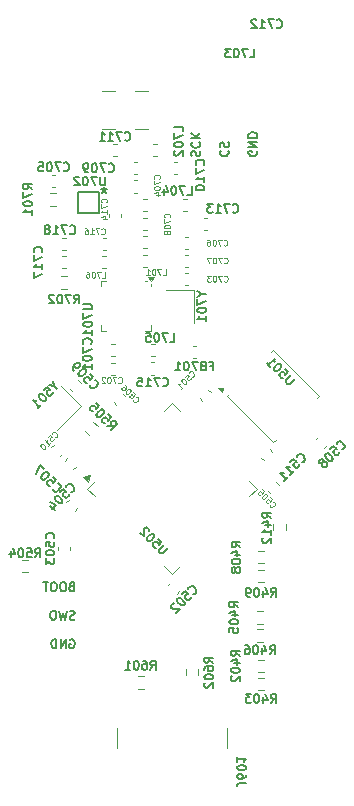
<source format=gbr>
%TF.GenerationSoftware,KiCad,Pcbnew,9.0.2*%
%TF.CreationDate,2025-06-05T09:54:10-05:00*%
%TF.ProjectId,Flight Computer v3,466c6967-6874-4204-936f-6d7075746572,rev?*%
%TF.SameCoordinates,Original*%
%TF.FileFunction,Legend,Bot*%
%TF.FilePolarity,Positive*%
%FSLAX46Y46*%
G04 Gerber Fmt 4.6, Leading zero omitted, Abs format (unit mm)*
G04 Created by KiCad (PCBNEW 9.0.2) date 2025-06-05 09:54:10*
%MOMM*%
%LPD*%
G01*
G04 APERTURE LIST*
%ADD10C,0.150000*%
%ADD11C,0.125000*%
%ADD12C,0.120000*%
%ADD13C,0.152400*%
G04 APERTURE END LIST*
D10*
X104152744Y-95057725D02*
X104045601Y-95093439D01*
X104045601Y-95093439D02*
X104009887Y-95129153D01*
X104009887Y-95129153D02*
X103974173Y-95200582D01*
X103974173Y-95200582D02*
X103974173Y-95307725D01*
X103974173Y-95307725D02*
X104009887Y-95379153D01*
X104009887Y-95379153D02*
X104045601Y-95414868D01*
X104045601Y-95414868D02*
X104117030Y-95450582D01*
X104117030Y-95450582D02*
X104402744Y-95450582D01*
X104402744Y-95450582D02*
X104402744Y-94700582D01*
X104402744Y-94700582D02*
X104152744Y-94700582D01*
X104152744Y-94700582D02*
X104081316Y-94736296D01*
X104081316Y-94736296D02*
X104045601Y-94772010D01*
X104045601Y-94772010D02*
X104009887Y-94843439D01*
X104009887Y-94843439D02*
X104009887Y-94914868D01*
X104009887Y-94914868D02*
X104045601Y-94986296D01*
X104045601Y-94986296D02*
X104081316Y-95022010D01*
X104081316Y-95022010D02*
X104152744Y-95057725D01*
X104152744Y-95057725D02*
X104402744Y-95057725D01*
X103509887Y-94700582D02*
X103367030Y-94700582D01*
X103367030Y-94700582D02*
X103295601Y-94736296D01*
X103295601Y-94736296D02*
X103224173Y-94807725D01*
X103224173Y-94807725D02*
X103188458Y-94950582D01*
X103188458Y-94950582D02*
X103188458Y-95200582D01*
X103188458Y-95200582D02*
X103224173Y-95343439D01*
X103224173Y-95343439D02*
X103295601Y-95414868D01*
X103295601Y-95414868D02*
X103367030Y-95450582D01*
X103367030Y-95450582D02*
X103509887Y-95450582D01*
X103509887Y-95450582D02*
X103581316Y-95414868D01*
X103581316Y-95414868D02*
X103652744Y-95343439D01*
X103652744Y-95343439D02*
X103688458Y-95200582D01*
X103688458Y-95200582D02*
X103688458Y-94950582D01*
X103688458Y-94950582D02*
X103652744Y-94807725D01*
X103652744Y-94807725D02*
X103581316Y-94736296D01*
X103581316Y-94736296D02*
X103509887Y-94700582D01*
X102724173Y-94700582D02*
X102581316Y-94700582D01*
X102581316Y-94700582D02*
X102509887Y-94736296D01*
X102509887Y-94736296D02*
X102438459Y-94807725D01*
X102438459Y-94807725D02*
X102402744Y-94950582D01*
X102402744Y-94950582D02*
X102402744Y-95200582D01*
X102402744Y-95200582D02*
X102438459Y-95343439D01*
X102438459Y-95343439D02*
X102509887Y-95414868D01*
X102509887Y-95414868D02*
X102581316Y-95450582D01*
X102581316Y-95450582D02*
X102724173Y-95450582D01*
X102724173Y-95450582D02*
X102795602Y-95414868D01*
X102795602Y-95414868D02*
X102867030Y-95343439D01*
X102867030Y-95343439D02*
X102902744Y-95200582D01*
X102902744Y-95200582D02*
X102902744Y-94950582D01*
X102902744Y-94950582D02*
X102867030Y-94807725D01*
X102867030Y-94807725D02*
X102795602Y-94736296D01*
X102795602Y-94736296D02*
X102724173Y-94700582D01*
X102188459Y-94700582D02*
X101759888Y-94700582D01*
X101974173Y-95450582D02*
X101974173Y-94700582D01*
X104438458Y-97829784D02*
X104331316Y-97865498D01*
X104331316Y-97865498D02*
X104152744Y-97865498D01*
X104152744Y-97865498D02*
X104081316Y-97829784D01*
X104081316Y-97829784D02*
X104045601Y-97794069D01*
X104045601Y-97794069D02*
X104009887Y-97722641D01*
X104009887Y-97722641D02*
X104009887Y-97651212D01*
X104009887Y-97651212D02*
X104045601Y-97579784D01*
X104045601Y-97579784D02*
X104081316Y-97544069D01*
X104081316Y-97544069D02*
X104152744Y-97508355D01*
X104152744Y-97508355D02*
X104295601Y-97472641D01*
X104295601Y-97472641D02*
X104367030Y-97436926D01*
X104367030Y-97436926D02*
X104402744Y-97401212D01*
X104402744Y-97401212D02*
X104438458Y-97329784D01*
X104438458Y-97329784D02*
X104438458Y-97258355D01*
X104438458Y-97258355D02*
X104402744Y-97186926D01*
X104402744Y-97186926D02*
X104367030Y-97151212D01*
X104367030Y-97151212D02*
X104295601Y-97115498D01*
X104295601Y-97115498D02*
X104117030Y-97115498D01*
X104117030Y-97115498D02*
X104009887Y-97151212D01*
X103759887Y-97115498D02*
X103581315Y-97865498D01*
X103581315Y-97865498D02*
X103438458Y-97329784D01*
X103438458Y-97329784D02*
X103295601Y-97865498D01*
X103295601Y-97865498D02*
X103117030Y-97115498D01*
X102688458Y-97115498D02*
X102545601Y-97115498D01*
X102545601Y-97115498D02*
X102474172Y-97151212D01*
X102474172Y-97151212D02*
X102402744Y-97222641D01*
X102402744Y-97222641D02*
X102367029Y-97365498D01*
X102367029Y-97365498D02*
X102367029Y-97615498D01*
X102367029Y-97615498D02*
X102402744Y-97758355D01*
X102402744Y-97758355D02*
X102474172Y-97829784D01*
X102474172Y-97829784D02*
X102545601Y-97865498D01*
X102545601Y-97865498D02*
X102688458Y-97865498D01*
X102688458Y-97865498D02*
X102759887Y-97829784D01*
X102759887Y-97829784D02*
X102831315Y-97758355D01*
X102831315Y-97758355D02*
X102867029Y-97615498D01*
X102867029Y-97615498D02*
X102867029Y-97365498D01*
X102867029Y-97365498D02*
X102831315Y-97222641D01*
X102831315Y-97222641D02*
X102759887Y-97151212D01*
X102759887Y-97151212D02*
X102688458Y-97115498D01*
X104009887Y-99566128D02*
X104081316Y-99530414D01*
X104081316Y-99530414D02*
X104188458Y-99530414D01*
X104188458Y-99530414D02*
X104295601Y-99566128D01*
X104295601Y-99566128D02*
X104367030Y-99637557D01*
X104367030Y-99637557D02*
X104402744Y-99708985D01*
X104402744Y-99708985D02*
X104438458Y-99851842D01*
X104438458Y-99851842D02*
X104438458Y-99958985D01*
X104438458Y-99958985D02*
X104402744Y-100101842D01*
X104402744Y-100101842D02*
X104367030Y-100173271D01*
X104367030Y-100173271D02*
X104295601Y-100244700D01*
X104295601Y-100244700D02*
X104188458Y-100280414D01*
X104188458Y-100280414D02*
X104117030Y-100280414D01*
X104117030Y-100280414D02*
X104009887Y-100244700D01*
X104009887Y-100244700D02*
X103974173Y-100208985D01*
X103974173Y-100208985D02*
X103974173Y-99958985D01*
X103974173Y-99958985D02*
X104117030Y-99958985D01*
X103652744Y-100280414D02*
X103652744Y-99530414D01*
X103652744Y-99530414D02*
X103224173Y-100280414D01*
X103224173Y-100280414D02*
X103224173Y-99530414D01*
X102867030Y-100280414D02*
X102867030Y-99530414D01*
X102867030Y-99530414D02*
X102688459Y-99530414D01*
X102688459Y-99530414D02*
X102581316Y-99566128D01*
X102581316Y-99566128D02*
X102509887Y-99637557D01*
X102509887Y-99637557D02*
X102474173Y-99708985D01*
X102474173Y-99708985D02*
X102438459Y-99851842D01*
X102438459Y-99851842D02*
X102438459Y-99958985D01*
X102438459Y-99958985D02*
X102474173Y-100101842D01*
X102474173Y-100101842D02*
X102509887Y-100173271D01*
X102509887Y-100173271D02*
X102581316Y-100244700D01*
X102581316Y-100244700D02*
X102688459Y-100280414D01*
X102688459Y-100280414D02*
X102867030Y-100280414D01*
X119843703Y-58199887D02*
X119879417Y-58271316D01*
X119879417Y-58271316D02*
X119879417Y-58378458D01*
X119879417Y-58378458D02*
X119843703Y-58485601D01*
X119843703Y-58485601D02*
X119772274Y-58557030D01*
X119772274Y-58557030D02*
X119700846Y-58592744D01*
X119700846Y-58592744D02*
X119557989Y-58628458D01*
X119557989Y-58628458D02*
X119450846Y-58628458D01*
X119450846Y-58628458D02*
X119307989Y-58592744D01*
X119307989Y-58592744D02*
X119236560Y-58557030D01*
X119236560Y-58557030D02*
X119165132Y-58485601D01*
X119165132Y-58485601D02*
X119129417Y-58378458D01*
X119129417Y-58378458D02*
X119129417Y-58307030D01*
X119129417Y-58307030D02*
X119165132Y-58199887D01*
X119165132Y-58199887D02*
X119200846Y-58164173D01*
X119200846Y-58164173D02*
X119450846Y-58164173D01*
X119450846Y-58164173D02*
X119450846Y-58307030D01*
X119129417Y-57842744D02*
X119879417Y-57842744D01*
X119879417Y-57842744D02*
X119129417Y-57414173D01*
X119129417Y-57414173D02*
X119879417Y-57414173D01*
X119129417Y-57057030D02*
X119879417Y-57057030D01*
X119879417Y-57057030D02*
X119879417Y-56878459D01*
X119879417Y-56878459D02*
X119843703Y-56771316D01*
X119843703Y-56771316D02*
X119772274Y-56699887D01*
X119772274Y-56699887D02*
X119700846Y-56664173D01*
X119700846Y-56664173D02*
X119557989Y-56628459D01*
X119557989Y-56628459D02*
X119450846Y-56628459D01*
X119450846Y-56628459D02*
X119307989Y-56664173D01*
X119307989Y-56664173D02*
X119236560Y-56699887D01*
X119236560Y-56699887D02*
X119165132Y-56771316D01*
X119165132Y-56771316D02*
X119129417Y-56878459D01*
X119129417Y-56878459D02*
X119129417Y-57057030D01*
X116785930Y-58164173D02*
X116750216Y-58199887D01*
X116750216Y-58199887D02*
X116714501Y-58307030D01*
X116714501Y-58307030D02*
X116714501Y-58378458D01*
X116714501Y-58378458D02*
X116750216Y-58485601D01*
X116750216Y-58485601D02*
X116821644Y-58557030D01*
X116821644Y-58557030D02*
X116893073Y-58592744D01*
X116893073Y-58592744D02*
X117035930Y-58628458D01*
X117035930Y-58628458D02*
X117143073Y-58628458D01*
X117143073Y-58628458D02*
X117285930Y-58592744D01*
X117285930Y-58592744D02*
X117357358Y-58557030D01*
X117357358Y-58557030D02*
X117428787Y-58485601D01*
X117428787Y-58485601D02*
X117464501Y-58378458D01*
X117464501Y-58378458D02*
X117464501Y-58307030D01*
X117464501Y-58307030D02*
X117428787Y-58199887D01*
X117428787Y-58199887D02*
X117393073Y-58164173D01*
X116750216Y-57878458D02*
X116714501Y-57771316D01*
X116714501Y-57771316D02*
X116714501Y-57592744D01*
X116714501Y-57592744D02*
X116750216Y-57521316D01*
X116750216Y-57521316D02*
X116785930Y-57485601D01*
X116785930Y-57485601D02*
X116857358Y-57449887D01*
X116857358Y-57449887D02*
X116928787Y-57449887D01*
X116928787Y-57449887D02*
X117000216Y-57485601D01*
X117000216Y-57485601D02*
X117035930Y-57521316D01*
X117035930Y-57521316D02*
X117071644Y-57592744D01*
X117071644Y-57592744D02*
X117107358Y-57735601D01*
X117107358Y-57735601D02*
X117143073Y-57807030D01*
X117143073Y-57807030D02*
X117178787Y-57842744D01*
X117178787Y-57842744D02*
X117250216Y-57878458D01*
X117250216Y-57878458D02*
X117321644Y-57878458D01*
X117321644Y-57878458D02*
X117393073Y-57842744D01*
X117393073Y-57842744D02*
X117428787Y-57807030D01*
X117428787Y-57807030D02*
X117464501Y-57735601D01*
X117464501Y-57735601D02*
X117464501Y-57557030D01*
X117464501Y-57557030D02*
X117428787Y-57449887D01*
X114335300Y-58628458D02*
X114299585Y-58521316D01*
X114299585Y-58521316D02*
X114299585Y-58342744D01*
X114299585Y-58342744D02*
X114335300Y-58271316D01*
X114335300Y-58271316D02*
X114371014Y-58235601D01*
X114371014Y-58235601D02*
X114442442Y-58199887D01*
X114442442Y-58199887D02*
X114513871Y-58199887D01*
X114513871Y-58199887D02*
X114585300Y-58235601D01*
X114585300Y-58235601D02*
X114621014Y-58271316D01*
X114621014Y-58271316D02*
X114656728Y-58342744D01*
X114656728Y-58342744D02*
X114692442Y-58485601D01*
X114692442Y-58485601D02*
X114728157Y-58557030D01*
X114728157Y-58557030D02*
X114763871Y-58592744D01*
X114763871Y-58592744D02*
X114835300Y-58628458D01*
X114835300Y-58628458D02*
X114906728Y-58628458D01*
X114906728Y-58628458D02*
X114978157Y-58592744D01*
X114978157Y-58592744D02*
X115013871Y-58557030D01*
X115013871Y-58557030D02*
X115049585Y-58485601D01*
X115049585Y-58485601D02*
X115049585Y-58307030D01*
X115049585Y-58307030D02*
X115013871Y-58199887D01*
X114371014Y-57449887D02*
X114335300Y-57485601D01*
X114335300Y-57485601D02*
X114299585Y-57592744D01*
X114299585Y-57592744D02*
X114299585Y-57664172D01*
X114299585Y-57664172D02*
X114335300Y-57771315D01*
X114335300Y-57771315D02*
X114406728Y-57842744D01*
X114406728Y-57842744D02*
X114478157Y-57878458D01*
X114478157Y-57878458D02*
X114621014Y-57914172D01*
X114621014Y-57914172D02*
X114728157Y-57914172D01*
X114728157Y-57914172D02*
X114871014Y-57878458D01*
X114871014Y-57878458D02*
X114942442Y-57842744D01*
X114942442Y-57842744D02*
X115013871Y-57771315D01*
X115013871Y-57771315D02*
X115049585Y-57664172D01*
X115049585Y-57664172D02*
X115049585Y-57592744D01*
X115049585Y-57592744D02*
X115013871Y-57485601D01*
X115013871Y-57485601D02*
X114978157Y-57449887D01*
X114299585Y-57128458D02*
X115049585Y-57128458D01*
X114299585Y-56699887D02*
X114728157Y-57021315D01*
X115049585Y-56699887D02*
X114621014Y-57128458D01*
X101617735Y-66760713D02*
X101653450Y-66724999D01*
X101653450Y-66724999D02*
X101689164Y-66617856D01*
X101689164Y-66617856D02*
X101689164Y-66546428D01*
X101689164Y-66546428D02*
X101653450Y-66439285D01*
X101653450Y-66439285D02*
X101582021Y-66367856D01*
X101582021Y-66367856D02*
X101510592Y-66332142D01*
X101510592Y-66332142D02*
X101367735Y-66296428D01*
X101367735Y-66296428D02*
X101260592Y-66296428D01*
X101260592Y-66296428D02*
X101117735Y-66332142D01*
X101117735Y-66332142D02*
X101046307Y-66367856D01*
X101046307Y-66367856D02*
X100974878Y-66439285D01*
X100974878Y-66439285D02*
X100939164Y-66546428D01*
X100939164Y-66546428D02*
X100939164Y-66617856D01*
X100939164Y-66617856D02*
X100974878Y-66724999D01*
X100974878Y-66724999D02*
X101010592Y-66760713D01*
X100939164Y-67010713D02*
X100939164Y-67510713D01*
X100939164Y-67510713D02*
X101689164Y-67189285D01*
X101689164Y-68189285D02*
X101689164Y-67760714D01*
X101689164Y-67974999D02*
X100939164Y-67974999D01*
X100939164Y-67974999D02*
X101046307Y-67903571D01*
X101046307Y-67903571D02*
X101117735Y-67832142D01*
X101117735Y-67832142D02*
X101153450Y-67760714D01*
X100939164Y-68439285D02*
X100939164Y-68939285D01*
X100939164Y-68939285D02*
X101689164Y-68617857D01*
X105777735Y-74530713D02*
X105813450Y-74494999D01*
X105813450Y-74494999D02*
X105849164Y-74387856D01*
X105849164Y-74387856D02*
X105849164Y-74316428D01*
X105849164Y-74316428D02*
X105813450Y-74209285D01*
X105813450Y-74209285D02*
X105742021Y-74137856D01*
X105742021Y-74137856D02*
X105670592Y-74102142D01*
X105670592Y-74102142D02*
X105527735Y-74066428D01*
X105527735Y-74066428D02*
X105420592Y-74066428D01*
X105420592Y-74066428D02*
X105277735Y-74102142D01*
X105277735Y-74102142D02*
X105206307Y-74137856D01*
X105206307Y-74137856D02*
X105134878Y-74209285D01*
X105134878Y-74209285D02*
X105099164Y-74316428D01*
X105099164Y-74316428D02*
X105099164Y-74387856D01*
X105099164Y-74387856D02*
X105134878Y-74494999D01*
X105134878Y-74494999D02*
X105170592Y-74530713D01*
X105099164Y-74780713D02*
X105099164Y-75280713D01*
X105099164Y-75280713D02*
X105849164Y-74959285D01*
X105099164Y-75709285D02*
X105099164Y-75780714D01*
X105099164Y-75780714D02*
X105134878Y-75852142D01*
X105134878Y-75852142D02*
X105170592Y-75887857D01*
X105170592Y-75887857D02*
X105242021Y-75923571D01*
X105242021Y-75923571D02*
X105384878Y-75959285D01*
X105384878Y-75959285D02*
X105563450Y-75959285D01*
X105563450Y-75959285D02*
X105706307Y-75923571D01*
X105706307Y-75923571D02*
X105777735Y-75887857D01*
X105777735Y-75887857D02*
X105813450Y-75852142D01*
X105813450Y-75852142D02*
X105849164Y-75780714D01*
X105849164Y-75780714D02*
X105849164Y-75709285D01*
X105849164Y-75709285D02*
X105813450Y-75637857D01*
X105813450Y-75637857D02*
X105777735Y-75602142D01*
X105777735Y-75602142D02*
X105706307Y-75566428D01*
X105706307Y-75566428D02*
X105563450Y-75530714D01*
X105563450Y-75530714D02*
X105384878Y-75530714D01*
X105384878Y-75530714D02*
X105242021Y-75566428D01*
X105242021Y-75566428D02*
X105170592Y-75602142D01*
X105170592Y-75602142D02*
X105134878Y-75637857D01*
X105134878Y-75637857D02*
X105099164Y-75709285D01*
X105849164Y-76673571D02*
X105849164Y-76245000D01*
X105849164Y-76459285D02*
X105099164Y-76459285D01*
X105099164Y-76459285D02*
X105206307Y-76387857D01*
X105206307Y-76387857D02*
X105277735Y-76316428D01*
X105277735Y-76316428D02*
X105313450Y-76245000D01*
X102674901Y-78089672D02*
X102927439Y-78342211D01*
X102573886Y-77635104D02*
X102674901Y-78089672D01*
X102674901Y-78089672D02*
X102220332Y-77988657D01*
X101791018Y-78417972D02*
X102043556Y-78165434D01*
X102043556Y-78165434D02*
X102321348Y-78392718D01*
X102321348Y-78392718D02*
X102270840Y-78392718D01*
X102270840Y-78392718D02*
X102195079Y-78417972D01*
X102195079Y-78417972D02*
X102068810Y-78544241D01*
X102068810Y-78544241D02*
X102043556Y-78620002D01*
X102043556Y-78620002D02*
X102043556Y-78670510D01*
X102043556Y-78670510D02*
X102068810Y-78746271D01*
X102068810Y-78746271D02*
X102195079Y-78872541D01*
X102195079Y-78872541D02*
X102270840Y-78897794D01*
X102270840Y-78897794D02*
X102321348Y-78897794D01*
X102321348Y-78897794D02*
X102397109Y-78872541D01*
X102397109Y-78872541D02*
X102523378Y-78746271D01*
X102523378Y-78746271D02*
X102548632Y-78670510D01*
X102548632Y-78670510D02*
X102548632Y-78620002D01*
X101437464Y-78771525D02*
X101386956Y-78822033D01*
X101386956Y-78822033D02*
X101361703Y-78897795D01*
X101361703Y-78897795D02*
X101361703Y-78948302D01*
X101361703Y-78948302D02*
X101386956Y-79024064D01*
X101386956Y-79024064D02*
X101462718Y-79150333D01*
X101462718Y-79150333D02*
X101588987Y-79276602D01*
X101588987Y-79276602D02*
X101715256Y-79352363D01*
X101715256Y-79352363D02*
X101791017Y-79377617D01*
X101791017Y-79377617D02*
X101841525Y-79377617D01*
X101841525Y-79377617D02*
X101917287Y-79352363D01*
X101917287Y-79352363D02*
X101967794Y-79301856D01*
X101967794Y-79301856D02*
X101993048Y-79226094D01*
X101993048Y-79226094D02*
X101993048Y-79175587D01*
X101993048Y-79175587D02*
X101967794Y-79099825D01*
X101967794Y-79099825D02*
X101892033Y-78973556D01*
X101892033Y-78973556D02*
X101765764Y-78847287D01*
X101765764Y-78847287D02*
X101639495Y-78771525D01*
X101639495Y-78771525D02*
X101563733Y-78746272D01*
X101563733Y-78746272D02*
X101513226Y-78746272D01*
X101513226Y-78746272D02*
X101437464Y-78771525D01*
X101285941Y-79983709D02*
X101588987Y-79680663D01*
X101437464Y-79832186D02*
X100907134Y-79301856D01*
X100907134Y-79301856D02*
X101033403Y-79327110D01*
X101033403Y-79327110D02*
X101134418Y-79327110D01*
X101134418Y-79327110D02*
X101210180Y-79301856D01*
D11*
X117049523Y-66157190D02*
X117073332Y-66181000D01*
X117073332Y-66181000D02*
X117144761Y-66204809D01*
X117144761Y-66204809D02*
X117192380Y-66204809D01*
X117192380Y-66204809D02*
X117263808Y-66181000D01*
X117263808Y-66181000D02*
X117311427Y-66133380D01*
X117311427Y-66133380D02*
X117335237Y-66085761D01*
X117335237Y-66085761D02*
X117359046Y-65990523D01*
X117359046Y-65990523D02*
X117359046Y-65919095D01*
X117359046Y-65919095D02*
X117335237Y-65823857D01*
X117335237Y-65823857D02*
X117311427Y-65776238D01*
X117311427Y-65776238D02*
X117263808Y-65728619D01*
X117263808Y-65728619D02*
X117192380Y-65704809D01*
X117192380Y-65704809D02*
X117144761Y-65704809D01*
X117144761Y-65704809D02*
X117073332Y-65728619D01*
X117073332Y-65728619D02*
X117049523Y-65752428D01*
X116882856Y-65704809D02*
X116549523Y-65704809D01*
X116549523Y-65704809D02*
X116763808Y-66204809D01*
X116263809Y-65704809D02*
X116216190Y-65704809D01*
X116216190Y-65704809D02*
X116168571Y-65728619D01*
X116168571Y-65728619D02*
X116144761Y-65752428D01*
X116144761Y-65752428D02*
X116120952Y-65800047D01*
X116120952Y-65800047D02*
X116097142Y-65895285D01*
X116097142Y-65895285D02*
X116097142Y-66014333D01*
X116097142Y-66014333D02*
X116120952Y-66109571D01*
X116120952Y-66109571D02*
X116144761Y-66157190D01*
X116144761Y-66157190D02*
X116168571Y-66181000D01*
X116168571Y-66181000D02*
X116216190Y-66204809D01*
X116216190Y-66204809D02*
X116263809Y-66204809D01*
X116263809Y-66204809D02*
X116311428Y-66181000D01*
X116311428Y-66181000D02*
X116335237Y-66157190D01*
X116335237Y-66157190D02*
X116359047Y-66109571D01*
X116359047Y-66109571D02*
X116382856Y-66014333D01*
X116382856Y-66014333D02*
X116382856Y-65895285D01*
X116382856Y-65895285D02*
X116359047Y-65800047D01*
X116359047Y-65800047D02*
X116335237Y-65752428D01*
X116335237Y-65752428D02*
X116311428Y-65728619D01*
X116311428Y-65728619D02*
X116263809Y-65704809D01*
X115668571Y-65704809D02*
X115763809Y-65704809D01*
X115763809Y-65704809D02*
X115811428Y-65728619D01*
X115811428Y-65728619D02*
X115835238Y-65752428D01*
X115835238Y-65752428D02*
X115882857Y-65823857D01*
X115882857Y-65823857D02*
X115906666Y-65919095D01*
X115906666Y-65919095D02*
X115906666Y-66109571D01*
X115906666Y-66109571D02*
X115882857Y-66157190D01*
X115882857Y-66157190D02*
X115859047Y-66181000D01*
X115859047Y-66181000D02*
X115811428Y-66204809D01*
X115811428Y-66204809D02*
X115716190Y-66204809D01*
X115716190Y-66204809D02*
X115668571Y-66181000D01*
X115668571Y-66181000D02*
X115644762Y-66157190D01*
X115644762Y-66157190D02*
X115620952Y-66109571D01*
X115620952Y-66109571D02*
X115620952Y-65990523D01*
X115620952Y-65990523D02*
X115644762Y-65942904D01*
X115644762Y-65942904D02*
X115668571Y-65919095D01*
X115668571Y-65919095D02*
X115716190Y-65895285D01*
X115716190Y-65895285D02*
X115811428Y-65895285D01*
X115811428Y-65895285D02*
X115859047Y-65919095D01*
X115859047Y-65919095D02*
X115882857Y-65942904D01*
X115882857Y-65942904D02*
X115906666Y-65990523D01*
D10*
X104142782Y-87065853D02*
X104193290Y-87065853D01*
X104193290Y-87065853D02*
X104294305Y-87015346D01*
X104294305Y-87015346D02*
X104344813Y-86964838D01*
X104344813Y-86964838D02*
X104395320Y-86863823D01*
X104395320Y-86863823D02*
X104395320Y-86762808D01*
X104395320Y-86762808D02*
X104370066Y-86687046D01*
X104370066Y-86687046D02*
X104294305Y-86560777D01*
X104294305Y-86560777D02*
X104218544Y-86485016D01*
X104218544Y-86485016D02*
X104092275Y-86409254D01*
X104092275Y-86409254D02*
X104016513Y-86384000D01*
X104016513Y-86384000D02*
X103915498Y-86384000D01*
X103915498Y-86384000D02*
X103814483Y-86434508D01*
X103814483Y-86434508D02*
X103763975Y-86485016D01*
X103763975Y-86485016D02*
X103713467Y-86586031D01*
X103713467Y-86586031D02*
X103713467Y-86636538D01*
X103183137Y-87065853D02*
X103435675Y-86813315D01*
X103435675Y-86813315D02*
X103713467Y-87040600D01*
X103713467Y-87040600D02*
X103662960Y-87040600D01*
X103662960Y-87040600D02*
X103587198Y-87065853D01*
X103587198Y-87065853D02*
X103460929Y-87192122D01*
X103460929Y-87192122D02*
X103435675Y-87267884D01*
X103435675Y-87267884D02*
X103435675Y-87318391D01*
X103435675Y-87318391D02*
X103460929Y-87394153D01*
X103460929Y-87394153D02*
X103587198Y-87520422D01*
X103587198Y-87520422D02*
X103662960Y-87545676D01*
X103662960Y-87545676D02*
X103713467Y-87545676D01*
X103713467Y-87545676D02*
X103789229Y-87520422D01*
X103789229Y-87520422D02*
X103915498Y-87394153D01*
X103915498Y-87394153D02*
X103940752Y-87318391D01*
X103940752Y-87318391D02*
X103940752Y-87267884D01*
X102829584Y-87419407D02*
X102779076Y-87469915D01*
X102779076Y-87469915D02*
X102753822Y-87545676D01*
X102753822Y-87545676D02*
X102753822Y-87596184D01*
X102753822Y-87596184D02*
X102779076Y-87671945D01*
X102779076Y-87671945D02*
X102854837Y-87798214D01*
X102854837Y-87798214D02*
X102981107Y-87924483D01*
X102981107Y-87924483D02*
X103107376Y-88000245D01*
X103107376Y-88000245D02*
X103183137Y-88025498D01*
X103183137Y-88025498D02*
X103233645Y-88025498D01*
X103233645Y-88025498D02*
X103309406Y-88000245D01*
X103309406Y-88000245D02*
X103359914Y-87949737D01*
X103359914Y-87949737D02*
X103385168Y-87873976D01*
X103385168Y-87873976D02*
X103385168Y-87823468D01*
X103385168Y-87823468D02*
X103359914Y-87747706D01*
X103359914Y-87747706D02*
X103284152Y-87621437D01*
X103284152Y-87621437D02*
X103157883Y-87495168D01*
X103157883Y-87495168D02*
X103031614Y-87419407D01*
X103031614Y-87419407D02*
X102955853Y-87394153D01*
X102955853Y-87394153D02*
X102905345Y-87394153D01*
X102905345Y-87394153D02*
X102829584Y-87419407D01*
X102375015Y-88227529D02*
X102728568Y-88581083D01*
X102299253Y-87899230D02*
X102804330Y-88151768D01*
X102804330Y-88151768D02*
X102476030Y-88480067D01*
X112309641Y-91818632D02*
X111880326Y-92247947D01*
X111880326Y-92247947D02*
X111804564Y-92273201D01*
X111804564Y-92273201D02*
X111754057Y-92273201D01*
X111754057Y-92273201D02*
X111678295Y-92247947D01*
X111678295Y-92247947D02*
X111577280Y-92146932D01*
X111577280Y-92146932D02*
X111552026Y-92071170D01*
X111552026Y-92071170D02*
X111552026Y-92020663D01*
X111552026Y-92020663D02*
X111577280Y-91944901D01*
X111577280Y-91944901D02*
X112006595Y-91515587D01*
X111501519Y-91010510D02*
X111754057Y-91263049D01*
X111754057Y-91263049D02*
X111526773Y-91540841D01*
X111526773Y-91540841D02*
X111526773Y-91490333D01*
X111526773Y-91490333D02*
X111501519Y-91414571D01*
X111501519Y-91414571D02*
X111375250Y-91288302D01*
X111375250Y-91288302D02*
X111299488Y-91263049D01*
X111299488Y-91263049D02*
X111248981Y-91263049D01*
X111248981Y-91263049D02*
X111173219Y-91288302D01*
X111173219Y-91288302D02*
X111046950Y-91414571D01*
X111046950Y-91414571D02*
X111021696Y-91490333D01*
X111021696Y-91490333D02*
X111021696Y-91540841D01*
X111021696Y-91540841D02*
X111046950Y-91616602D01*
X111046950Y-91616602D02*
X111173219Y-91742871D01*
X111173219Y-91742871D02*
X111248981Y-91768125D01*
X111248981Y-91768125D02*
X111299488Y-91768125D01*
X111147965Y-90656957D02*
X111097458Y-90606449D01*
X111097458Y-90606449D02*
X111021696Y-90581195D01*
X111021696Y-90581195D02*
X110971189Y-90581195D01*
X110971189Y-90581195D02*
X110895427Y-90606449D01*
X110895427Y-90606449D02*
X110769158Y-90682211D01*
X110769158Y-90682211D02*
X110642889Y-90808480D01*
X110642889Y-90808480D02*
X110567128Y-90934749D01*
X110567128Y-90934749D02*
X110541874Y-91010510D01*
X110541874Y-91010510D02*
X110541874Y-91061018D01*
X110541874Y-91061018D02*
X110567128Y-91136779D01*
X110567128Y-91136779D02*
X110617635Y-91187287D01*
X110617635Y-91187287D02*
X110693397Y-91212541D01*
X110693397Y-91212541D02*
X110743904Y-91212541D01*
X110743904Y-91212541D02*
X110819666Y-91187287D01*
X110819666Y-91187287D02*
X110945935Y-91111525D01*
X110945935Y-91111525D02*
X111072204Y-90985256D01*
X111072204Y-90985256D02*
X111147965Y-90858987D01*
X111147965Y-90858987D02*
X111173219Y-90783226D01*
X111173219Y-90783226D02*
X111173219Y-90732718D01*
X111173219Y-90732718D02*
X111147965Y-90656957D01*
X110718650Y-90328657D02*
X110718650Y-90278149D01*
X110718650Y-90278149D02*
X110693396Y-90202388D01*
X110693396Y-90202388D02*
X110567127Y-90076119D01*
X110567127Y-90076119D02*
X110491366Y-90050865D01*
X110491366Y-90050865D02*
X110440858Y-90050865D01*
X110440858Y-90050865D02*
X110365097Y-90076119D01*
X110365097Y-90076119D02*
X110314589Y-90126627D01*
X110314589Y-90126627D02*
X110264082Y-90227642D01*
X110264082Y-90227642D02*
X110264082Y-90833733D01*
X110264082Y-90833733D02*
X109935782Y-90505434D01*
X104019286Y-65147735D02*
X104055000Y-65183450D01*
X104055000Y-65183450D02*
X104162143Y-65219164D01*
X104162143Y-65219164D02*
X104233571Y-65219164D01*
X104233571Y-65219164D02*
X104340714Y-65183450D01*
X104340714Y-65183450D02*
X104412143Y-65112021D01*
X104412143Y-65112021D02*
X104447857Y-65040592D01*
X104447857Y-65040592D02*
X104483571Y-64897735D01*
X104483571Y-64897735D02*
X104483571Y-64790592D01*
X104483571Y-64790592D02*
X104447857Y-64647735D01*
X104447857Y-64647735D02*
X104412143Y-64576307D01*
X104412143Y-64576307D02*
X104340714Y-64504878D01*
X104340714Y-64504878D02*
X104233571Y-64469164D01*
X104233571Y-64469164D02*
X104162143Y-64469164D01*
X104162143Y-64469164D02*
X104055000Y-64504878D01*
X104055000Y-64504878D02*
X104019286Y-64540592D01*
X103769286Y-64469164D02*
X103269286Y-64469164D01*
X103269286Y-64469164D02*
X103590714Y-65219164D01*
X102590714Y-65219164D02*
X103019285Y-65219164D01*
X102805000Y-65219164D02*
X102805000Y-64469164D01*
X102805000Y-64469164D02*
X102876428Y-64576307D01*
X102876428Y-64576307D02*
X102947857Y-64647735D01*
X102947857Y-64647735D02*
X103019285Y-64683450D01*
X102162142Y-64790592D02*
X102233571Y-64754878D01*
X102233571Y-64754878D02*
X102269285Y-64719164D01*
X102269285Y-64719164D02*
X102304999Y-64647735D01*
X102304999Y-64647735D02*
X102304999Y-64612021D01*
X102304999Y-64612021D02*
X102269285Y-64540592D01*
X102269285Y-64540592D02*
X102233571Y-64504878D01*
X102233571Y-64504878D02*
X102162142Y-64469164D01*
X102162142Y-64469164D02*
X102019285Y-64469164D01*
X102019285Y-64469164D02*
X101947857Y-64504878D01*
X101947857Y-64504878D02*
X101912142Y-64540592D01*
X101912142Y-64540592D02*
X101876428Y-64612021D01*
X101876428Y-64612021D02*
X101876428Y-64647735D01*
X101876428Y-64647735D02*
X101912142Y-64719164D01*
X101912142Y-64719164D02*
X101947857Y-64754878D01*
X101947857Y-64754878D02*
X102019285Y-64790592D01*
X102019285Y-64790592D02*
X102162142Y-64790592D01*
X102162142Y-64790592D02*
X102233571Y-64826307D01*
X102233571Y-64826307D02*
X102269285Y-64862021D01*
X102269285Y-64862021D02*
X102304999Y-64933450D01*
X102304999Y-64933450D02*
X102304999Y-65076307D01*
X102304999Y-65076307D02*
X102269285Y-65147735D01*
X102269285Y-65147735D02*
X102233571Y-65183450D01*
X102233571Y-65183450D02*
X102162142Y-65219164D01*
X102162142Y-65219164D02*
X102019285Y-65219164D01*
X102019285Y-65219164D02*
X101947857Y-65183450D01*
X101947857Y-65183450D02*
X101912142Y-65147735D01*
X101912142Y-65147735D02*
X101876428Y-65076307D01*
X101876428Y-65076307D02*
X101876428Y-64933450D01*
X101876428Y-64933450D02*
X101912142Y-64862021D01*
X101912142Y-64862021D02*
X101947857Y-64826307D01*
X101947857Y-64826307D02*
X102019285Y-64790592D01*
D11*
X120920349Y-88160934D02*
X120920349Y-88194605D01*
X120920349Y-88194605D02*
X120954021Y-88261949D01*
X120954021Y-88261949D02*
X120987693Y-88295621D01*
X120987693Y-88295621D02*
X121055036Y-88329292D01*
X121055036Y-88329292D02*
X121122380Y-88329292D01*
X121122380Y-88329292D02*
X121172888Y-88312457D01*
X121172888Y-88312457D02*
X121257067Y-88261949D01*
X121257067Y-88261949D02*
X121307575Y-88211441D01*
X121307575Y-88211441D02*
X121358082Y-88127262D01*
X121358082Y-88127262D02*
X121374918Y-88076754D01*
X121374918Y-88076754D02*
X121374918Y-88009411D01*
X121374918Y-88009411D02*
X121341246Y-87942067D01*
X121341246Y-87942067D02*
X121307575Y-87908396D01*
X121307575Y-87908396D02*
X121240231Y-87874724D01*
X121240231Y-87874724D02*
X121206559Y-87874724D01*
X120920349Y-87521170D02*
X121088708Y-87689529D01*
X121088708Y-87689529D02*
X120937185Y-87874724D01*
X120937185Y-87874724D02*
X120937185Y-87841052D01*
X120937185Y-87841052D02*
X120920349Y-87790544D01*
X120920349Y-87790544D02*
X120836170Y-87706365D01*
X120836170Y-87706365D02*
X120785662Y-87689529D01*
X120785662Y-87689529D02*
X120751991Y-87689529D01*
X120751991Y-87689529D02*
X120701483Y-87706365D01*
X120701483Y-87706365D02*
X120617304Y-87790544D01*
X120617304Y-87790544D02*
X120600468Y-87841052D01*
X120600468Y-87841052D02*
X120600468Y-87874724D01*
X120600468Y-87874724D02*
X120617304Y-87925231D01*
X120617304Y-87925231D02*
X120701483Y-88009411D01*
X120701483Y-88009411D02*
X120751991Y-88026247D01*
X120751991Y-88026247D02*
X120785662Y-88026247D01*
X120684648Y-87285468D02*
X120650976Y-87251797D01*
X120650976Y-87251797D02*
X120600468Y-87234961D01*
X120600468Y-87234961D02*
X120566796Y-87234961D01*
X120566796Y-87234961D02*
X120516289Y-87251797D01*
X120516289Y-87251797D02*
X120432109Y-87302304D01*
X120432109Y-87302304D02*
X120347930Y-87386484D01*
X120347930Y-87386484D02*
X120297422Y-87470663D01*
X120297422Y-87470663D02*
X120280587Y-87521171D01*
X120280587Y-87521171D02*
X120280587Y-87554842D01*
X120280587Y-87554842D02*
X120297422Y-87605350D01*
X120297422Y-87605350D02*
X120331094Y-87639022D01*
X120331094Y-87639022D02*
X120381602Y-87655858D01*
X120381602Y-87655858D02*
X120415274Y-87655858D01*
X120415274Y-87655858D02*
X120465781Y-87639022D01*
X120465781Y-87639022D02*
X120549961Y-87588514D01*
X120549961Y-87588514D02*
X120634140Y-87504335D01*
X120634140Y-87504335D02*
X120684648Y-87420155D01*
X120684648Y-87420155D02*
X120701483Y-87369648D01*
X120701483Y-87369648D02*
X120701483Y-87335976D01*
X120701483Y-87335976D02*
X120684648Y-87285468D01*
X120246915Y-86847736D02*
X120415274Y-87016095D01*
X120415274Y-87016095D02*
X120263751Y-87201289D01*
X120263751Y-87201289D02*
X120263751Y-87167618D01*
X120263751Y-87167618D02*
X120246915Y-87117110D01*
X120246915Y-87117110D02*
X120162736Y-87032931D01*
X120162736Y-87032931D02*
X120112228Y-87016095D01*
X120112228Y-87016095D02*
X120078556Y-87016095D01*
X120078556Y-87016095D02*
X120028049Y-87032931D01*
X120028049Y-87032931D02*
X119943869Y-87117110D01*
X119943869Y-87117110D02*
X119927033Y-87167618D01*
X119927033Y-87167618D02*
X119927033Y-87201289D01*
X119927033Y-87201289D02*
X119943869Y-87251797D01*
X119943869Y-87251797D02*
X120028049Y-87335976D01*
X120028049Y-87335976D02*
X120078556Y-87352812D01*
X120078556Y-87352812D02*
X120112228Y-87352812D01*
D10*
X115906785Y-76376307D02*
X116156785Y-76376307D01*
X116156785Y-76769164D02*
X116156785Y-76019164D01*
X116156785Y-76019164D02*
X115799642Y-76019164D01*
X115263928Y-76376307D02*
X115156785Y-76412021D01*
X115156785Y-76412021D02*
X115121071Y-76447735D01*
X115121071Y-76447735D02*
X115085357Y-76519164D01*
X115085357Y-76519164D02*
X115085357Y-76626307D01*
X115085357Y-76626307D02*
X115121071Y-76697735D01*
X115121071Y-76697735D02*
X115156785Y-76733450D01*
X115156785Y-76733450D02*
X115228214Y-76769164D01*
X115228214Y-76769164D02*
X115513928Y-76769164D01*
X115513928Y-76769164D02*
X115513928Y-76019164D01*
X115513928Y-76019164D02*
X115263928Y-76019164D01*
X115263928Y-76019164D02*
X115192500Y-76054878D01*
X115192500Y-76054878D02*
X115156785Y-76090592D01*
X115156785Y-76090592D02*
X115121071Y-76162021D01*
X115121071Y-76162021D02*
X115121071Y-76233450D01*
X115121071Y-76233450D02*
X115156785Y-76304878D01*
X115156785Y-76304878D02*
X115192500Y-76340592D01*
X115192500Y-76340592D02*
X115263928Y-76376307D01*
X115263928Y-76376307D02*
X115513928Y-76376307D01*
X114835357Y-76019164D02*
X114335357Y-76019164D01*
X114335357Y-76019164D02*
X114656785Y-76769164D01*
X113906785Y-76019164D02*
X113835356Y-76019164D01*
X113835356Y-76019164D02*
X113763928Y-76054878D01*
X113763928Y-76054878D02*
X113728214Y-76090592D01*
X113728214Y-76090592D02*
X113692499Y-76162021D01*
X113692499Y-76162021D02*
X113656785Y-76304878D01*
X113656785Y-76304878D02*
X113656785Y-76483450D01*
X113656785Y-76483450D02*
X113692499Y-76626307D01*
X113692499Y-76626307D02*
X113728214Y-76697735D01*
X113728214Y-76697735D02*
X113763928Y-76733450D01*
X113763928Y-76733450D02*
X113835356Y-76769164D01*
X113835356Y-76769164D02*
X113906785Y-76769164D01*
X113906785Y-76769164D02*
X113978214Y-76733450D01*
X113978214Y-76733450D02*
X114013928Y-76697735D01*
X114013928Y-76697735D02*
X114049642Y-76626307D01*
X114049642Y-76626307D02*
X114085356Y-76483450D01*
X114085356Y-76483450D02*
X114085356Y-76304878D01*
X114085356Y-76304878D02*
X114049642Y-76162021D01*
X114049642Y-76162021D02*
X114013928Y-76090592D01*
X114013928Y-76090592D02*
X113978214Y-76054878D01*
X113978214Y-76054878D02*
X113906785Y-76019164D01*
X112942499Y-76769164D02*
X113371070Y-76769164D01*
X113156785Y-76769164D02*
X113156785Y-76019164D01*
X113156785Y-76019164D02*
X113228213Y-76126307D01*
X113228213Y-76126307D02*
X113299642Y-76197735D01*
X113299642Y-76197735D02*
X113371070Y-76233450D01*
X102637735Y-91000713D02*
X102673450Y-90964999D01*
X102673450Y-90964999D02*
X102709164Y-90857856D01*
X102709164Y-90857856D02*
X102709164Y-90786428D01*
X102709164Y-90786428D02*
X102673450Y-90679285D01*
X102673450Y-90679285D02*
X102602021Y-90607856D01*
X102602021Y-90607856D02*
X102530592Y-90572142D01*
X102530592Y-90572142D02*
X102387735Y-90536428D01*
X102387735Y-90536428D02*
X102280592Y-90536428D01*
X102280592Y-90536428D02*
X102137735Y-90572142D01*
X102137735Y-90572142D02*
X102066307Y-90607856D01*
X102066307Y-90607856D02*
X101994878Y-90679285D01*
X101994878Y-90679285D02*
X101959164Y-90786428D01*
X101959164Y-90786428D02*
X101959164Y-90857856D01*
X101959164Y-90857856D02*
X101994878Y-90964999D01*
X101994878Y-90964999D02*
X102030592Y-91000713D01*
X101959164Y-91679285D02*
X101959164Y-91322142D01*
X101959164Y-91322142D02*
X102316307Y-91286428D01*
X102316307Y-91286428D02*
X102280592Y-91322142D01*
X102280592Y-91322142D02*
X102244878Y-91393571D01*
X102244878Y-91393571D02*
X102244878Y-91572142D01*
X102244878Y-91572142D02*
X102280592Y-91643571D01*
X102280592Y-91643571D02*
X102316307Y-91679285D01*
X102316307Y-91679285D02*
X102387735Y-91714999D01*
X102387735Y-91714999D02*
X102566307Y-91714999D01*
X102566307Y-91714999D02*
X102637735Y-91679285D01*
X102637735Y-91679285D02*
X102673450Y-91643571D01*
X102673450Y-91643571D02*
X102709164Y-91572142D01*
X102709164Y-91572142D02*
X102709164Y-91393571D01*
X102709164Y-91393571D02*
X102673450Y-91322142D01*
X102673450Y-91322142D02*
X102637735Y-91286428D01*
X101959164Y-92179285D02*
X101959164Y-92250714D01*
X101959164Y-92250714D02*
X101994878Y-92322142D01*
X101994878Y-92322142D02*
X102030592Y-92357857D01*
X102030592Y-92357857D02*
X102102021Y-92393571D01*
X102102021Y-92393571D02*
X102244878Y-92429285D01*
X102244878Y-92429285D02*
X102423450Y-92429285D01*
X102423450Y-92429285D02*
X102566307Y-92393571D01*
X102566307Y-92393571D02*
X102637735Y-92357857D01*
X102637735Y-92357857D02*
X102673450Y-92322142D01*
X102673450Y-92322142D02*
X102709164Y-92250714D01*
X102709164Y-92250714D02*
X102709164Y-92179285D01*
X102709164Y-92179285D02*
X102673450Y-92107857D01*
X102673450Y-92107857D02*
X102637735Y-92072142D01*
X102637735Y-92072142D02*
X102566307Y-92036428D01*
X102566307Y-92036428D02*
X102423450Y-92000714D01*
X102423450Y-92000714D02*
X102244878Y-92000714D01*
X102244878Y-92000714D02*
X102102021Y-92036428D01*
X102102021Y-92036428D02*
X102030592Y-92072142D01*
X102030592Y-92072142D02*
X101994878Y-92107857D01*
X101994878Y-92107857D02*
X101959164Y-92179285D01*
X101959164Y-92679285D02*
X101959164Y-93143571D01*
X101959164Y-93143571D02*
X102244878Y-92893571D01*
X102244878Y-92893571D02*
X102244878Y-93000714D01*
X102244878Y-93000714D02*
X102280592Y-93072143D01*
X102280592Y-93072143D02*
X102316307Y-93107857D01*
X102316307Y-93107857D02*
X102387735Y-93143571D01*
X102387735Y-93143571D02*
X102566307Y-93143571D01*
X102566307Y-93143571D02*
X102637735Y-93107857D01*
X102637735Y-93107857D02*
X102673450Y-93072143D01*
X102673450Y-93072143D02*
X102709164Y-93000714D01*
X102709164Y-93000714D02*
X102709164Y-92786428D01*
X102709164Y-92786428D02*
X102673450Y-92715000D01*
X102673450Y-92715000D02*
X102637735Y-92679285D01*
X107299286Y-59917735D02*
X107335000Y-59953450D01*
X107335000Y-59953450D02*
X107442143Y-59989164D01*
X107442143Y-59989164D02*
X107513571Y-59989164D01*
X107513571Y-59989164D02*
X107620714Y-59953450D01*
X107620714Y-59953450D02*
X107692143Y-59882021D01*
X107692143Y-59882021D02*
X107727857Y-59810592D01*
X107727857Y-59810592D02*
X107763571Y-59667735D01*
X107763571Y-59667735D02*
X107763571Y-59560592D01*
X107763571Y-59560592D02*
X107727857Y-59417735D01*
X107727857Y-59417735D02*
X107692143Y-59346307D01*
X107692143Y-59346307D02*
X107620714Y-59274878D01*
X107620714Y-59274878D02*
X107513571Y-59239164D01*
X107513571Y-59239164D02*
X107442143Y-59239164D01*
X107442143Y-59239164D02*
X107335000Y-59274878D01*
X107335000Y-59274878D02*
X107299286Y-59310592D01*
X107049286Y-59239164D02*
X106549286Y-59239164D01*
X106549286Y-59239164D02*
X106870714Y-59989164D01*
X106120714Y-59239164D02*
X106049285Y-59239164D01*
X106049285Y-59239164D02*
X105977857Y-59274878D01*
X105977857Y-59274878D02*
X105942143Y-59310592D01*
X105942143Y-59310592D02*
X105906428Y-59382021D01*
X105906428Y-59382021D02*
X105870714Y-59524878D01*
X105870714Y-59524878D02*
X105870714Y-59703450D01*
X105870714Y-59703450D02*
X105906428Y-59846307D01*
X105906428Y-59846307D02*
X105942143Y-59917735D01*
X105942143Y-59917735D02*
X105977857Y-59953450D01*
X105977857Y-59953450D02*
X106049285Y-59989164D01*
X106049285Y-59989164D02*
X106120714Y-59989164D01*
X106120714Y-59989164D02*
X106192143Y-59953450D01*
X106192143Y-59953450D02*
X106227857Y-59917735D01*
X106227857Y-59917735D02*
X106263571Y-59846307D01*
X106263571Y-59846307D02*
X106299285Y-59703450D01*
X106299285Y-59703450D02*
X106299285Y-59524878D01*
X106299285Y-59524878D02*
X106263571Y-59382021D01*
X106263571Y-59382021D02*
X106227857Y-59310592D01*
X106227857Y-59310592D02*
X106192143Y-59274878D01*
X106192143Y-59274878D02*
X106120714Y-59239164D01*
X105513571Y-59989164D02*
X105370714Y-59989164D01*
X105370714Y-59989164D02*
X105299285Y-59953450D01*
X105299285Y-59953450D02*
X105263571Y-59917735D01*
X105263571Y-59917735D02*
X105192142Y-59810592D01*
X105192142Y-59810592D02*
X105156428Y-59667735D01*
X105156428Y-59667735D02*
X105156428Y-59382021D01*
X105156428Y-59382021D02*
X105192142Y-59310592D01*
X105192142Y-59310592D02*
X105227857Y-59274878D01*
X105227857Y-59274878D02*
X105299285Y-59239164D01*
X105299285Y-59239164D02*
X105442142Y-59239164D01*
X105442142Y-59239164D02*
X105513571Y-59274878D01*
X105513571Y-59274878D02*
X105549285Y-59310592D01*
X105549285Y-59310592D02*
X105584999Y-59382021D01*
X105584999Y-59382021D02*
X105584999Y-59560592D01*
X105584999Y-59560592D02*
X105549285Y-59632021D01*
X105549285Y-59632021D02*
X105513571Y-59667735D01*
X105513571Y-59667735D02*
X105442142Y-59703450D01*
X105442142Y-59703450D02*
X105299285Y-59703450D01*
X105299285Y-59703450D02*
X105227857Y-59667735D01*
X105227857Y-59667735D02*
X105192142Y-59632021D01*
X105192142Y-59632021D02*
X105156428Y-59560592D01*
X107005714Y-60359164D02*
X107005714Y-60966307D01*
X107005714Y-60966307D02*
X106970000Y-61037735D01*
X106970000Y-61037735D02*
X106934286Y-61073450D01*
X106934286Y-61073450D02*
X106862857Y-61109164D01*
X106862857Y-61109164D02*
X106720000Y-61109164D01*
X106720000Y-61109164D02*
X106648571Y-61073450D01*
X106648571Y-61073450D02*
X106612857Y-61037735D01*
X106612857Y-61037735D02*
X106577143Y-60966307D01*
X106577143Y-60966307D02*
X106577143Y-60359164D01*
X106291429Y-60359164D02*
X105791429Y-60359164D01*
X105791429Y-60359164D02*
X106112857Y-61109164D01*
X105362857Y-60359164D02*
X105291428Y-60359164D01*
X105291428Y-60359164D02*
X105220000Y-60394878D01*
X105220000Y-60394878D02*
X105184286Y-60430592D01*
X105184286Y-60430592D02*
X105148571Y-60502021D01*
X105148571Y-60502021D02*
X105112857Y-60644878D01*
X105112857Y-60644878D02*
X105112857Y-60823450D01*
X105112857Y-60823450D02*
X105148571Y-60966307D01*
X105148571Y-60966307D02*
X105184286Y-61037735D01*
X105184286Y-61037735D02*
X105220000Y-61073450D01*
X105220000Y-61073450D02*
X105291428Y-61109164D01*
X105291428Y-61109164D02*
X105362857Y-61109164D01*
X105362857Y-61109164D02*
X105434286Y-61073450D01*
X105434286Y-61073450D02*
X105470000Y-61037735D01*
X105470000Y-61037735D02*
X105505714Y-60966307D01*
X105505714Y-60966307D02*
X105541428Y-60823450D01*
X105541428Y-60823450D02*
X105541428Y-60644878D01*
X105541428Y-60644878D02*
X105505714Y-60502021D01*
X105505714Y-60502021D02*
X105470000Y-60430592D01*
X105470000Y-60430592D02*
X105434286Y-60394878D01*
X105434286Y-60394878D02*
X105362857Y-60359164D01*
X104827142Y-60430592D02*
X104791428Y-60394878D01*
X104791428Y-60394878D02*
X104720000Y-60359164D01*
X104720000Y-60359164D02*
X104541428Y-60359164D01*
X104541428Y-60359164D02*
X104470000Y-60394878D01*
X104470000Y-60394878D02*
X104434285Y-60430592D01*
X104434285Y-60430592D02*
X104398571Y-60502021D01*
X104398571Y-60502021D02*
X104398571Y-60573450D01*
X104398571Y-60573450D02*
X104434285Y-60680592D01*
X104434285Y-60680592D02*
X104862857Y-61109164D01*
X104862857Y-61109164D02*
X104398571Y-61109164D01*
X106899999Y-61284819D02*
X106899999Y-61522914D01*
X107138094Y-61427676D02*
X106899999Y-61522914D01*
X106899999Y-61522914D02*
X106661904Y-61427676D01*
X107042856Y-61713390D02*
X106899999Y-61522914D01*
X106899999Y-61522914D02*
X106757142Y-61713390D01*
D11*
X108129523Y-77797190D02*
X108153332Y-77821000D01*
X108153332Y-77821000D02*
X108224761Y-77844809D01*
X108224761Y-77844809D02*
X108272380Y-77844809D01*
X108272380Y-77844809D02*
X108343808Y-77821000D01*
X108343808Y-77821000D02*
X108391427Y-77773380D01*
X108391427Y-77773380D02*
X108415237Y-77725761D01*
X108415237Y-77725761D02*
X108439046Y-77630523D01*
X108439046Y-77630523D02*
X108439046Y-77559095D01*
X108439046Y-77559095D02*
X108415237Y-77463857D01*
X108415237Y-77463857D02*
X108391427Y-77416238D01*
X108391427Y-77416238D02*
X108343808Y-77368619D01*
X108343808Y-77368619D02*
X108272380Y-77344809D01*
X108272380Y-77344809D02*
X108224761Y-77344809D01*
X108224761Y-77344809D02*
X108153332Y-77368619D01*
X108153332Y-77368619D02*
X108129523Y-77392428D01*
X107962856Y-77344809D02*
X107629523Y-77344809D01*
X107629523Y-77344809D02*
X107843808Y-77844809D01*
X107343809Y-77344809D02*
X107296190Y-77344809D01*
X107296190Y-77344809D02*
X107248571Y-77368619D01*
X107248571Y-77368619D02*
X107224761Y-77392428D01*
X107224761Y-77392428D02*
X107200952Y-77440047D01*
X107200952Y-77440047D02*
X107177142Y-77535285D01*
X107177142Y-77535285D02*
X107177142Y-77654333D01*
X107177142Y-77654333D02*
X107200952Y-77749571D01*
X107200952Y-77749571D02*
X107224761Y-77797190D01*
X107224761Y-77797190D02*
X107248571Y-77821000D01*
X107248571Y-77821000D02*
X107296190Y-77844809D01*
X107296190Y-77844809D02*
X107343809Y-77844809D01*
X107343809Y-77844809D02*
X107391428Y-77821000D01*
X107391428Y-77821000D02*
X107415237Y-77797190D01*
X107415237Y-77797190D02*
X107439047Y-77749571D01*
X107439047Y-77749571D02*
X107462856Y-77654333D01*
X107462856Y-77654333D02*
X107462856Y-77535285D01*
X107462856Y-77535285D02*
X107439047Y-77440047D01*
X107439047Y-77440047D02*
X107415237Y-77392428D01*
X107415237Y-77392428D02*
X107391428Y-77368619D01*
X107391428Y-77368619D02*
X107343809Y-77344809D01*
X106986666Y-77392428D02*
X106962857Y-77368619D01*
X106962857Y-77368619D02*
X106915238Y-77344809D01*
X106915238Y-77344809D02*
X106796190Y-77344809D01*
X106796190Y-77344809D02*
X106748571Y-77368619D01*
X106748571Y-77368619D02*
X106724762Y-77392428D01*
X106724762Y-77392428D02*
X106700952Y-77440047D01*
X106700952Y-77440047D02*
X106700952Y-77487666D01*
X106700952Y-77487666D02*
X106724762Y-77559095D01*
X106724762Y-77559095D02*
X107010476Y-77844809D01*
X107010476Y-77844809D02*
X106700952Y-77844809D01*
D10*
X115337735Y-59390713D02*
X115373450Y-59354999D01*
X115373450Y-59354999D02*
X115409164Y-59247856D01*
X115409164Y-59247856D02*
X115409164Y-59176428D01*
X115409164Y-59176428D02*
X115373450Y-59069285D01*
X115373450Y-59069285D02*
X115302021Y-58997856D01*
X115302021Y-58997856D02*
X115230592Y-58962142D01*
X115230592Y-58962142D02*
X115087735Y-58926428D01*
X115087735Y-58926428D02*
X114980592Y-58926428D01*
X114980592Y-58926428D02*
X114837735Y-58962142D01*
X114837735Y-58962142D02*
X114766307Y-58997856D01*
X114766307Y-58997856D02*
X114694878Y-59069285D01*
X114694878Y-59069285D02*
X114659164Y-59176428D01*
X114659164Y-59176428D02*
X114659164Y-59247856D01*
X114659164Y-59247856D02*
X114694878Y-59354999D01*
X114694878Y-59354999D02*
X114730592Y-59390713D01*
X114659164Y-59640713D02*
X114659164Y-60140713D01*
X114659164Y-60140713D02*
X115409164Y-59819285D01*
X115409164Y-60819285D02*
X115409164Y-60390714D01*
X115409164Y-60604999D02*
X114659164Y-60604999D01*
X114659164Y-60604999D02*
X114766307Y-60533571D01*
X114766307Y-60533571D02*
X114837735Y-60462142D01*
X114837735Y-60462142D02*
X114873450Y-60390714D01*
X114659164Y-61283571D02*
X114659164Y-61355000D01*
X114659164Y-61355000D02*
X114694878Y-61426428D01*
X114694878Y-61426428D02*
X114730592Y-61462143D01*
X114730592Y-61462143D02*
X114802021Y-61497857D01*
X114802021Y-61497857D02*
X114944878Y-61533571D01*
X114944878Y-61533571D02*
X115123450Y-61533571D01*
X115123450Y-61533571D02*
X115266307Y-61497857D01*
X115266307Y-61497857D02*
X115337735Y-61462143D01*
X115337735Y-61462143D02*
X115373450Y-61426428D01*
X115373450Y-61426428D02*
X115409164Y-61355000D01*
X115409164Y-61355000D02*
X115409164Y-61283571D01*
X115409164Y-61283571D02*
X115373450Y-61212143D01*
X115373450Y-61212143D02*
X115337735Y-61176428D01*
X115337735Y-61176428D02*
X115266307Y-61140714D01*
X115266307Y-61140714D02*
X115123450Y-61105000D01*
X115123450Y-61105000D02*
X114944878Y-61105000D01*
X114944878Y-61105000D02*
X114802021Y-61140714D01*
X114802021Y-61140714D02*
X114730592Y-61176428D01*
X114730592Y-61176428D02*
X114694878Y-61212143D01*
X114694878Y-61212143D02*
X114659164Y-61283571D01*
D11*
X117069523Y-67667190D02*
X117093332Y-67691000D01*
X117093332Y-67691000D02*
X117164761Y-67714809D01*
X117164761Y-67714809D02*
X117212380Y-67714809D01*
X117212380Y-67714809D02*
X117283808Y-67691000D01*
X117283808Y-67691000D02*
X117331427Y-67643380D01*
X117331427Y-67643380D02*
X117355237Y-67595761D01*
X117355237Y-67595761D02*
X117379046Y-67500523D01*
X117379046Y-67500523D02*
X117379046Y-67429095D01*
X117379046Y-67429095D02*
X117355237Y-67333857D01*
X117355237Y-67333857D02*
X117331427Y-67286238D01*
X117331427Y-67286238D02*
X117283808Y-67238619D01*
X117283808Y-67238619D02*
X117212380Y-67214809D01*
X117212380Y-67214809D02*
X117164761Y-67214809D01*
X117164761Y-67214809D02*
X117093332Y-67238619D01*
X117093332Y-67238619D02*
X117069523Y-67262428D01*
X116902856Y-67214809D02*
X116569523Y-67214809D01*
X116569523Y-67214809D02*
X116783808Y-67714809D01*
X116283809Y-67214809D02*
X116236190Y-67214809D01*
X116236190Y-67214809D02*
X116188571Y-67238619D01*
X116188571Y-67238619D02*
X116164761Y-67262428D01*
X116164761Y-67262428D02*
X116140952Y-67310047D01*
X116140952Y-67310047D02*
X116117142Y-67405285D01*
X116117142Y-67405285D02*
X116117142Y-67524333D01*
X116117142Y-67524333D02*
X116140952Y-67619571D01*
X116140952Y-67619571D02*
X116164761Y-67667190D01*
X116164761Y-67667190D02*
X116188571Y-67691000D01*
X116188571Y-67691000D02*
X116236190Y-67714809D01*
X116236190Y-67714809D02*
X116283809Y-67714809D01*
X116283809Y-67714809D02*
X116331428Y-67691000D01*
X116331428Y-67691000D02*
X116355237Y-67667190D01*
X116355237Y-67667190D02*
X116379047Y-67619571D01*
X116379047Y-67619571D02*
X116402856Y-67524333D01*
X116402856Y-67524333D02*
X116402856Y-67405285D01*
X116402856Y-67405285D02*
X116379047Y-67310047D01*
X116379047Y-67310047D02*
X116355237Y-67262428D01*
X116355237Y-67262428D02*
X116331428Y-67238619D01*
X116331428Y-67238619D02*
X116283809Y-67214809D01*
X115950476Y-67214809D02*
X115617143Y-67214809D01*
X115617143Y-67214809D02*
X115831428Y-67714809D01*
D10*
X127032781Y-83465852D02*
X127083289Y-83465852D01*
X127083289Y-83465852D02*
X127184304Y-83415345D01*
X127184304Y-83415345D02*
X127234812Y-83364837D01*
X127234812Y-83364837D02*
X127285319Y-83263822D01*
X127285319Y-83263822D02*
X127285319Y-83162807D01*
X127285319Y-83162807D02*
X127260065Y-83087045D01*
X127260065Y-83087045D02*
X127184304Y-82960776D01*
X127184304Y-82960776D02*
X127108543Y-82885015D01*
X127108543Y-82885015D02*
X126982274Y-82809253D01*
X126982274Y-82809253D02*
X126906512Y-82783999D01*
X126906512Y-82783999D02*
X126805497Y-82783999D01*
X126805497Y-82783999D02*
X126704482Y-82834507D01*
X126704482Y-82834507D02*
X126653974Y-82885015D01*
X126653974Y-82885015D02*
X126603466Y-82986030D01*
X126603466Y-82986030D02*
X126603466Y-83036537D01*
X126073136Y-83465852D02*
X126325674Y-83213314D01*
X126325674Y-83213314D02*
X126603466Y-83440599D01*
X126603466Y-83440599D02*
X126552959Y-83440599D01*
X126552959Y-83440599D02*
X126477197Y-83465852D01*
X126477197Y-83465852D02*
X126350928Y-83592121D01*
X126350928Y-83592121D02*
X126325674Y-83667883D01*
X126325674Y-83667883D02*
X126325674Y-83718390D01*
X126325674Y-83718390D02*
X126350928Y-83794152D01*
X126350928Y-83794152D02*
X126477197Y-83920421D01*
X126477197Y-83920421D02*
X126552959Y-83945675D01*
X126552959Y-83945675D02*
X126603466Y-83945675D01*
X126603466Y-83945675D02*
X126679228Y-83920421D01*
X126679228Y-83920421D02*
X126805497Y-83794152D01*
X126805497Y-83794152D02*
X126830751Y-83718390D01*
X126830751Y-83718390D02*
X126830751Y-83667883D01*
X125719583Y-83819406D02*
X125669075Y-83869914D01*
X125669075Y-83869914D02*
X125643821Y-83945675D01*
X125643821Y-83945675D02*
X125643821Y-83996183D01*
X125643821Y-83996183D02*
X125669075Y-84071944D01*
X125669075Y-84071944D02*
X125744836Y-84198213D01*
X125744836Y-84198213D02*
X125871106Y-84324482D01*
X125871106Y-84324482D02*
X125997375Y-84400244D01*
X125997375Y-84400244D02*
X126073136Y-84425497D01*
X126073136Y-84425497D02*
X126123644Y-84425497D01*
X126123644Y-84425497D02*
X126199405Y-84400244D01*
X126199405Y-84400244D02*
X126249913Y-84349736D01*
X126249913Y-84349736D02*
X126275167Y-84273975D01*
X126275167Y-84273975D02*
X126275167Y-84223467D01*
X126275167Y-84223467D02*
X126249913Y-84147705D01*
X126249913Y-84147705D02*
X126174151Y-84021436D01*
X126174151Y-84021436D02*
X126047882Y-83895167D01*
X126047882Y-83895167D02*
X125921613Y-83819406D01*
X125921613Y-83819406D02*
X125845852Y-83794152D01*
X125845852Y-83794152D02*
X125795344Y-83794152D01*
X125795344Y-83794152D02*
X125719583Y-83819406D01*
X125467044Y-84526513D02*
X125492298Y-84450751D01*
X125492298Y-84450751D02*
X125492298Y-84400244D01*
X125492298Y-84400244D02*
X125467044Y-84324482D01*
X125467044Y-84324482D02*
X125441791Y-84299229D01*
X125441791Y-84299229D02*
X125366029Y-84273975D01*
X125366029Y-84273975D02*
X125315521Y-84273975D01*
X125315521Y-84273975D02*
X125239760Y-84299229D01*
X125239760Y-84299229D02*
X125138745Y-84400244D01*
X125138745Y-84400244D02*
X125113491Y-84476005D01*
X125113491Y-84476005D02*
X125113491Y-84526513D01*
X125113491Y-84526513D02*
X125138745Y-84602274D01*
X125138745Y-84602274D02*
X125163999Y-84627528D01*
X125163999Y-84627528D02*
X125239760Y-84652782D01*
X125239760Y-84652782D02*
X125290268Y-84652782D01*
X125290268Y-84652782D02*
X125366029Y-84627528D01*
X125366029Y-84627528D02*
X125467044Y-84526513D01*
X125467044Y-84526513D02*
X125542806Y-84501259D01*
X125542806Y-84501259D02*
X125593313Y-84501259D01*
X125593313Y-84501259D02*
X125669075Y-84526513D01*
X125669075Y-84526513D02*
X125770090Y-84627528D01*
X125770090Y-84627528D02*
X125795344Y-84703290D01*
X125795344Y-84703290D02*
X125795344Y-84753797D01*
X125795344Y-84753797D02*
X125770090Y-84829559D01*
X125770090Y-84829559D02*
X125669075Y-84930574D01*
X125669075Y-84930574D02*
X125593313Y-84955828D01*
X125593313Y-84955828D02*
X125542806Y-84955828D01*
X125542806Y-84955828D02*
X125467044Y-84930574D01*
X125467044Y-84930574D02*
X125366029Y-84829559D01*
X125366029Y-84829559D02*
X125340775Y-84753797D01*
X125340775Y-84753797D02*
X125340775Y-84703290D01*
X125340775Y-84703290D02*
X125366029Y-84627528D01*
X119239285Y-50269164D02*
X119596428Y-50269164D01*
X119596428Y-50269164D02*
X119596428Y-49519164D01*
X119060714Y-49519164D02*
X118560714Y-49519164D01*
X118560714Y-49519164D02*
X118882142Y-50269164D01*
X118132142Y-49519164D02*
X118060713Y-49519164D01*
X118060713Y-49519164D02*
X117989285Y-49554878D01*
X117989285Y-49554878D02*
X117953571Y-49590592D01*
X117953571Y-49590592D02*
X117917856Y-49662021D01*
X117917856Y-49662021D02*
X117882142Y-49804878D01*
X117882142Y-49804878D02*
X117882142Y-49983450D01*
X117882142Y-49983450D02*
X117917856Y-50126307D01*
X117917856Y-50126307D02*
X117953571Y-50197735D01*
X117953571Y-50197735D02*
X117989285Y-50233450D01*
X117989285Y-50233450D02*
X118060713Y-50269164D01*
X118060713Y-50269164D02*
X118132142Y-50269164D01*
X118132142Y-50269164D02*
X118203571Y-50233450D01*
X118203571Y-50233450D02*
X118239285Y-50197735D01*
X118239285Y-50197735D02*
X118274999Y-50126307D01*
X118274999Y-50126307D02*
X118310713Y-49983450D01*
X118310713Y-49983450D02*
X118310713Y-49804878D01*
X118310713Y-49804878D02*
X118274999Y-49662021D01*
X118274999Y-49662021D02*
X118239285Y-49590592D01*
X118239285Y-49590592D02*
X118203571Y-49554878D01*
X118203571Y-49554878D02*
X118132142Y-49519164D01*
X117632142Y-49519164D02*
X117167856Y-49519164D01*
X117167856Y-49519164D02*
X117417856Y-49804878D01*
X117417856Y-49804878D02*
X117310713Y-49804878D01*
X117310713Y-49804878D02*
X117239285Y-49840592D01*
X117239285Y-49840592D02*
X117203570Y-49876307D01*
X117203570Y-49876307D02*
X117167856Y-49947735D01*
X117167856Y-49947735D02*
X117167856Y-50126307D01*
X117167856Y-50126307D02*
X117203570Y-50197735D01*
X117203570Y-50197735D02*
X117239285Y-50233450D01*
X117239285Y-50233450D02*
X117310713Y-50269164D01*
X117310713Y-50269164D02*
X117524999Y-50269164D01*
X117524999Y-50269164D02*
X117596427Y-50233450D01*
X117596427Y-50233450D02*
X117632142Y-50197735D01*
X105694147Y-78022782D02*
X105694147Y-78073290D01*
X105694147Y-78073290D02*
X105744654Y-78174305D01*
X105744654Y-78174305D02*
X105795162Y-78224813D01*
X105795162Y-78224813D02*
X105896177Y-78275320D01*
X105896177Y-78275320D02*
X105997192Y-78275320D01*
X105997192Y-78275320D02*
X106072954Y-78250066D01*
X106072954Y-78250066D02*
X106199223Y-78174305D01*
X106199223Y-78174305D02*
X106274984Y-78098544D01*
X106274984Y-78098544D02*
X106350746Y-77972275D01*
X106350746Y-77972275D02*
X106376000Y-77896513D01*
X106376000Y-77896513D02*
X106376000Y-77795498D01*
X106376000Y-77795498D02*
X106325492Y-77694483D01*
X106325492Y-77694483D02*
X106274984Y-77643975D01*
X106274984Y-77643975D02*
X106173969Y-77593467D01*
X106173969Y-77593467D02*
X106123462Y-77593467D01*
X105694147Y-77063137D02*
X105946685Y-77315675D01*
X105946685Y-77315675D02*
X105719400Y-77593467D01*
X105719400Y-77593467D02*
X105719400Y-77542960D01*
X105719400Y-77542960D02*
X105694147Y-77467198D01*
X105694147Y-77467198D02*
X105567878Y-77340929D01*
X105567878Y-77340929D02*
X105492116Y-77315675D01*
X105492116Y-77315675D02*
X105441609Y-77315675D01*
X105441609Y-77315675D02*
X105365847Y-77340929D01*
X105365847Y-77340929D02*
X105239578Y-77467198D01*
X105239578Y-77467198D02*
X105214324Y-77542960D01*
X105214324Y-77542960D02*
X105214324Y-77593467D01*
X105214324Y-77593467D02*
X105239578Y-77669229D01*
X105239578Y-77669229D02*
X105365847Y-77795498D01*
X105365847Y-77795498D02*
X105441609Y-77820752D01*
X105441609Y-77820752D02*
X105492116Y-77820752D01*
X105340593Y-76709584D02*
X105290085Y-76659076D01*
X105290085Y-76659076D02*
X105214324Y-76633822D01*
X105214324Y-76633822D02*
X105163816Y-76633822D01*
X105163816Y-76633822D02*
X105088055Y-76659076D01*
X105088055Y-76659076D02*
X104961786Y-76734837D01*
X104961786Y-76734837D02*
X104835517Y-76861107D01*
X104835517Y-76861107D02*
X104759755Y-76987376D01*
X104759755Y-76987376D02*
X104734502Y-77063137D01*
X104734502Y-77063137D02*
X104734502Y-77113645D01*
X104734502Y-77113645D02*
X104759755Y-77189406D01*
X104759755Y-77189406D02*
X104810263Y-77239914D01*
X104810263Y-77239914D02*
X104886024Y-77265168D01*
X104886024Y-77265168D02*
X104936532Y-77265168D01*
X104936532Y-77265168D02*
X105012294Y-77239914D01*
X105012294Y-77239914D02*
X105138563Y-77164152D01*
X105138563Y-77164152D02*
X105264832Y-77037883D01*
X105264832Y-77037883D02*
X105340593Y-76911614D01*
X105340593Y-76911614D02*
X105365847Y-76835853D01*
X105365847Y-76835853D02*
X105365847Y-76785345D01*
X105365847Y-76785345D02*
X105340593Y-76709584D01*
X104380948Y-76810599D02*
X104279933Y-76709583D01*
X104279933Y-76709583D02*
X104254679Y-76633822D01*
X104254679Y-76633822D02*
X104254679Y-76583314D01*
X104254679Y-76583314D02*
X104279933Y-76457045D01*
X104279933Y-76457045D02*
X104355694Y-76330776D01*
X104355694Y-76330776D02*
X104557725Y-76128746D01*
X104557725Y-76128746D02*
X104633486Y-76103492D01*
X104633486Y-76103492D02*
X104683994Y-76103492D01*
X104683994Y-76103492D02*
X104759755Y-76128746D01*
X104759755Y-76128746D02*
X104860770Y-76229761D01*
X104860770Y-76229761D02*
X104886024Y-76305522D01*
X104886024Y-76305522D02*
X104886024Y-76356030D01*
X104886024Y-76356030D02*
X104860770Y-76431792D01*
X104860770Y-76431792D02*
X104734501Y-76558061D01*
X104734501Y-76558061D02*
X104658740Y-76583314D01*
X104658740Y-76583314D02*
X104608232Y-76583314D01*
X104608232Y-76583314D02*
X104532471Y-76558061D01*
X104532471Y-76558061D02*
X104431456Y-76457045D01*
X104431456Y-76457045D02*
X104406202Y-76381284D01*
X104406202Y-76381284D02*
X104406202Y-76330776D01*
X104406202Y-76330776D02*
X104431456Y-76255015D01*
D11*
X109370349Y-79280935D02*
X109370349Y-79314606D01*
X109370349Y-79314606D02*
X109404021Y-79381950D01*
X109404021Y-79381950D02*
X109437693Y-79415622D01*
X109437693Y-79415622D02*
X109505036Y-79449293D01*
X109505036Y-79449293D02*
X109572380Y-79449293D01*
X109572380Y-79449293D02*
X109622888Y-79432458D01*
X109622888Y-79432458D02*
X109707067Y-79381950D01*
X109707067Y-79381950D02*
X109757575Y-79331442D01*
X109757575Y-79331442D02*
X109808082Y-79247263D01*
X109808082Y-79247263D02*
X109824918Y-79196755D01*
X109824918Y-79196755D02*
X109824918Y-79129412D01*
X109824918Y-79129412D02*
X109791246Y-79062068D01*
X109791246Y-79062068D02*
X109757575Y-79028397D01*
X109757575Y-79028397D02*
X109690231Y-78994725D01*
X109690231Y-78994725D02*
X109656559Y-78994725D01*
X109370349Y-78641171D02*
X109538708Y-78809530D01*
X109538708Y-78809530D02*
X109387185Y-78994725D01*
X109387185Y-78994725D02*
X109387185Y-78961053D01*
X109387185Y-78961053D02*
X109370349Y-78910545D01*
X109370349Y-78910545D02*
X109286170Y-78826366D01*
X109286170Y-78826366D02*
X109235662Y-78809530D01*
X109235662Y-78809530D02*
X109201991Y-78809530D01*
X109201991Y-78809530D02*
X109151483Y-78826366D01*
X109151483Y-78826366D02*
X109067304Y-78910545D01*
X109067304Y-78910545D02*
X109050468Y-78961053D01*
X109050468Y-78961053D02*
X109050468Y-78994725D01*
X109050468Y-78994725D02*
X109067304Y-79045232D01*
X109067304Y-79045232D02*
X109151483Y-79129412D01*
X109151483Y-79129412D02*
X109201991Y-79146248D01*
X109201991Y-79146248D02*
X109235662Y-79146248D01*
X109134648Y-78405469D02*
X109100976Y-78371798D01*
X109100976Y-78371798D02*
X109050468Y-78354962D01*
X109050468Y-78354962D02*
X109016796Y-78354962D01*
X109016796Y-78354962D02*
X108966289Y-78371798D01*
X108966289Y-78371798D02*
X108882109Y-78422305D01*
X108882109Y-78422305D02*
X108797930Y-78506485D01*
X108797930Y-78506485D02*
X108747422Y-78590664D01*
X108747422Y-78590664D02*
X108730587Y-78641172D01*
X108730587Y-78641172D02*
X108730587Y-78674843D01*
X108730587Y-78674843D02*
X108747422Y-78725351D01*
X108747422Y-78725351D02*
X108781094Y-78759023D01*
X108781094Y-78759023D02*
X108831602Y-78775859D01*
X108831602Y-78775859D02*
X108865274Y-78775859D01*
X108865274Y-78775859D02*
X108915781Y-78759023D01*
X108915781Y-78759023D02*
X108999961Y-78708515D01*
X108999961Y-78708515D02*
X109084140Y-78624336D01*
X109084140Y-78624336D02*
X109134648Y-78540156D01*
X109134648Y-78540156D02*
X109151483Y-78489649D01*
X109151483Y-78489649D02*
X109151483Y-78455977D01*
X109151483Y-78455977D02*
X109134648Y-78405469D01*
X108713751Y-77984573D02*
X108781095Y-78051916D01*
X108781095Y-78051916D02*
X108797930Y-78102424D01*
X108797930Y-78102424D02*
X108797930Y-78136096D01*
X108797930Y-78136096D02*
X108781095Y-78220275D01*
X108781095Y-78220275D02*
X108730587Y-78304455D01*
X108730587Y-78304455D02*
X108595900Y-78439142D01*
X108595900Y-78439142D02*
X108545392Y-78455977D01*
X108545392Y-78455977D02*
X108511720Y-78455977D01*
X108511720Y-78455977D02*
X108461213Y-78439142D01*
X108461213Y-78439142D02*
X108393869Y-78371798D01*
X108393869Y-78371798D02*
X108377033Y-78321290D01*
X108377033Y-78321290D02*
X108377033Y-78287619D01*
X108377033Y-78287619D02*
X108393869Y-78237111D01*
X108393869Y-78237111D02*
X108478049Y-78152932D01*
X108478049Y-78152932D02*
X108528556Y-78136096D01*
X108528556Y-78136096D02*
X108562228Y-78136096D01*
X108562228Y-78136096D02*
X108612736Y-78152932D01*
X108612736Y-78152932D02*
X108680079Y-78220275D01*
X108680079Y-78220275D02*
X108696915Y-78270783D01*
X108696915Y-78270783D02*
X108696915Y-78304455D01*
X108696915Y-78304455D02*
X108680079Y-78354962D01*
D10*
X103489286Y-59837735D02*
X103525000Y-59873450D01*
X103525000Y-59873450D02*
X103632143Y-59909164D01*
X103632143Y-59909164D02*
X103703571Y-59909164D01*
X103703571Y-59909164D02*
X103810714Y-59873450D01*
X103810714Y-59873450D02*
X103882143Y-59802021D01*
X103882143Y-59802021D02*
X103917857Y-59730592D01*
X103917857Y-59730592D02*
X103953571Y-59587735D01*
X103953571Y-59587735D02*
X103953571Y-59480592D01*
X103953571Y-59480592D02*
X103917857Y-59337735D01*
X103917857Y-59337735D02*
X103882143Y-59266307D01*
X103882143Y-59266307D02*
X103810714Y-59194878D01*
X103810714Y-59194878D02*
X103703571Y-59159164D01*
X103703571Y-59159164D02*
X103632143Y-59159164D01*
X103632143Y-59159164D02*
X103525000Y-59194878D01*
X103525000Y-59194878D02*
X103489286Y-59230592D01*
X103239286Y-59159164D02*
X102739286Y-59159164D01*
X102739286Y-59159164D02*
X103060714Y-59909164D01*
X102310714Y-59159164D02*
X102239285Y-59159164D01*
X102239285Y-59159164D02*
X102167857Y-59194878D01*
X102167857Y-59194878D02*
X102132143Y-59230592D01*
X102132143Y-59230592D02*
X102096428Y-59302021D01*
X102096428Y-59302021D02*
X102060714Y-59444878D01*
X102060714Y-59444878D02*
X102060714Y-59623450D01*
X102060714Y-59623450D02*
X102096428Y-59766307D01*
X102096428Y-59766307D02*
X102132143Y-59837735D01*
X102132143Y-59837735D02*
X102167857Y-59873450D01*
X102167857Y-59873450D02*
X102239285Y-59909164D01*
X102239285Y-59909164D02*
X102310714Y-59909164D01*
X102310714Y-59909164D02*
X102382143Y-59873450D01*
X102382143Y-59873450D02*
X102417857Y-59837735D01*
X102417857Y-59837735D02*
X102453571Y-59766307D01*
X102453571Y-59766307D02*
X102489285Y-59623450D01*
X102489285Y-59623450D02*
X102489285Y-59444878D01*
X102489285Y-59444878D02*
X102453571Y-59302021D01*
X102453571Y-59302021D02*
X102417857Y-59230592D01*
X102417857Y-59230592D02*
X102382143Y-59194878D01*
X102382143Y-59194878D02*
X102310714Y-59159164D01*
X101382142Y-59159164D02*
X101739285Y-59159164D01*
X101739285Y-59159164D02*
X101774999Y-59516307D01*
X101774999Y-59516307D02*
X101739285Y-59480592D01*
X101739285Y-59480592D02*
X101667857Y-59444878D01*
X101667857Y-59444878D02*
X101489285Y-59444878D01*
X101489285Y-59444878D02*
X101417857Y-59480592D01*
X101417857Y-59480592D02*
X101382142Y-59516307D01*
X101382142Y-59516307D02*
X101346428Y-59587735D01*
X101346428Y-59587735D02*
X101346428Y-59766307D01*
X101346428Y-59766307D02*
X101382142Y-59837735D01*
X101382142Y-59837735D02*
X101417857Y-59873450D01*
X101417857Y-59873450D02*
X101489285Y-59909164D01*
X101489285Y-59909164D02*
X101667857Y-59909164D01*
X101667857Y-59909164D02*
X101739285Y-59873450D01*
X101739285Y-59873450D02*
X101774999Y-59837735D01*
X101069286Y-92599164D02*
X101319286Y-92242021D01*
X101497857Y-92599164D02*
X101497857Y-91849164D01*
X101497857Y-91849164D02*
X101212143Y-91849164D01*
X101212143Y-91849164D02*
X101140714Y-91884878D01*
X101140714Y-91884878D02*
X101105000Y-91920592D01*
X101105000Y-91920592D02*
X101069286Y-91992021D01*
X101069286Y-91992021D02*
X101069286Y-92099164D01*
X101069286Y-92099164D02*
X101105000Y-92170592D01*
X101105000Y-92170592D02*
X101140714Y-92206307D01*
X101140714Y-92206307D02*
X101212143Y-92242021D01*
X101212143Y-92242021D02*
X101497857Y-92242021D01*
X100390714Y-91849164D02*
X100747857Y-91849164D01*
X100747857Y-91849164D02*
X100783571Y-92206307D01*
X100783571Y-92206307D02*
X100747857Y-92170592D01*
X100747857Y-92170592D02*
X100676429Y-92134878D01*
X100676429Y-92134878D02*
X100497857Y-92134878D01*
X100497857Y-92134878D02*
X100426429Y-92170592D01*
X100426429Y-92170592D02*
X100390714Y-92206307D01*
X100390714Y-92206307D02*
X100355000Y-92277735D01*
X100355000Y-92277735D02*
X100355000Y-92456307D01*
X100355000Y-92456307D02*
X100390714Y-92527735D01*
X100390714Y-92527735D02*
X100426429Y-92563450D01*
X100426429Y-92563450D02*
X100497857Y-92599164D01*
X100497857Y-92599164D02*
X100676429Y-92599164D01*
X100676429Y-92599164D02*
X100747857Y-92563450D01*
X100747857Y-92563450D02*
X100783571Y-92527735D01*
X99890714Y-91849164D02*
X99819285Y-91849164D01*
X99819285Y-91849164D02*
X99747857Y-91884878D01*
X99747857Y-91884878D02*
X99712143Y-91920592D01*
X99712143Y-91920592D02*
X99676428Y-91992021D01*
X99676428Y-91992021D02*
X99640714Y-92134878D01*
X99640714Y-92134878D02*
X99640714Y-92313450D01*
X99640714Y-92313450D02*
X99676428Y-92456307D01*
X99676428Y-92456307D02*
X99712143Y-92527735D01*
X99712143Y-92527735D02*
X99747857Y-92563450D01*
X99747857Y-92563450D02*
X99819285Y-92599164D01*
X99819285Y-92599164D02*
X99890714Y-92599164D01*
X99890714Y-92599164D02*
X99962143Y-92563450D01*
X99962143Y-92563450D02*
X99997857Y-92527735D01*
X99997857Y-92527735D02*
X100033571Y-92456307D01*
X100033571Y-92456307D02*
X100069285Y-92313450D01*
X100069285Y-92313450D02*
X100069285Y-92134878D01*
X100069285Y-92134878D02*
X100033571Y-91992021D01*
X100033571Y-91992021D02*
X99997857Y-91920592D01*
X99997857Y-91920592D02*
X99962143Y-91884878D01*
X99962143Y-91884878D02*
X99890714Y-91849164D01*
X98997857Y-92099164D02*
X98997857Y-92599164D01*
X99176428Y-91813450D02*
X99354999Y-92349164D01*
X99354999Y-92349164D02*
X98890714Y-92349164D01*
D11*
X111879523Y-68684809D02*
X112117618Y-68684809D01*
X112117618Y-68684809D02*
X112117618Y-68184809D01*
X111760475Y-68184809D02*
X111427142Y-68184809D01*
X111427142Y-68184809D02*
X111641427Y-68684809D01*
X111141428Y-68184809D02*
X111093809Y-68184809D01*
X111093809Y-68184809D02*
X111046190Y-68208619D01*
X111046190Y-68208619D02*
X111022380Y-68232428D01*
X111022380Y-68232428D02*
X110998571Y-68280047D01*
X110998571Y-68280047D02*
X110974761Y-68375285D01*
X110974761Y-68375285D02*
X110974761Y-68494333D01*
X110974761Y-68494333D02*
X110998571Y-68589571D01*
X110998571Y-68589571D02*
X111022380Y-68637190D01*
X111022380Y-68637190D02*
X111046190Y-68661000D01*
X111046190Y-68661000D02*
X111093809Y-68684809D01*
X111093809Y-68684809D02*
X111141428Y-68684809D01*
X111141428Y-68684809D02*
X111189047Y-68661000D01*
X111189047Y-68661000D02*
X111212856Y-68637190D01*
X111212856Y-68637190D02*
X111236666Y-68589571D01*
X111236666Y-68589571D02*
X111260475Y-68494333D01*
X111260475Y-68494333D02*
X111260475Y-68375285D01*
X111260475Y-68375285D02*
X111236666Y-68280047D01*
X111236666Y-68280047D02*
X111212856Y-68232428D01*
X111212856Y-68232428D02*
X111189047Y-68208619D01*
X111189047Y-68208619D02*
X111141428Y-68184809D01*
X110498571Y-68684809D02*
X110784285Y-68684809D01*
X110641428Y-68684809D02*
X110641428Y-68184809D01*
X110641428Y-68184809D02*
X110689047Y-68256238D01*
X110689047Y-68256238D02*
X110736666Y-68303857D01*
X110736666Y-68303857D02*
X110784285Y-68327666D01*
D10*
X121059164Y-89250713D02*
X120702021Y-89000713D01*
X121059164Y-88822142D02*
X120309164Y-88822142D01*
X120309164Y-88822142D02*
X120309164Y-89107856D01*
X120309164Y-89107856D02*
X120344878Y-89179285D01*
X120344878Y-89179285D02*
X120380592Y-89214999D01*
X120380592Y-89214999D02*
X120452021Y-89250713D01*
X120452021Y-89250713D02*
X120559164Y-89250713D01*
X120559164Y-89250713D02*
X120630592Y-89214999D01*
X120630592Y-89214999D02*
X120666307Y-89179285D01*
X120666307Y-89179285D02*
X120702021Y-89107856D01*
X120702021Y-89107856D02*
X120702021Y-88822142D01*
X120559164Y-89893571D02*
X121059164Y-89893571D01*
X120273450Y-89714999D02*
X120809164Y-89536428D01*
X120809164Y-89536428D02*
X120809164Y-90000713D01*
X121059164Y-90679285D02*
X121059164Y-90250714D01*
X121059164Y-90464999D02*
X120309164Y-90464999D01*
X120309164Y-90464999D02*
X120416307Y-90393571D01*
X120416307Y-90393571D02*
X120487735Y-90322142D01*
X120487735Y-90322142D02*
X120523450Y-90250714D01*
X120380592Y-90965000D02*
X120344878Y-91000714D01*
X120344878Y-91000714D02*
X120309164Y-91072143D01*
X120309164Y-91072143D02*
X120309164Y-91250714D01*
X120309164Y-91250714D02*
X120344878Y-91322143D01*
X120344878Y-91322143D02*
X120380592Y-91357857D01*
X120380592Y-91357857D02*
X120452021Y-91393571D01*
X120452021Y-91393571D02*
X120523450Y-91393571D01*
X120523450Y-91393571D02*
X120630592Y-91357857D01*
X120630592Y-91357857D02*
X121059164Y-90929285D01*
X121059164Y-90929285D02*
X121059164Y-91393571D01*
X100819164Y-61440713D02*
X100462021Y-61190713D01*
X100819164Y-61012142D02*
X100069164Y-61012142D01*
X100069164Y-61012142D02*
X100069164Y-61297856D01*
X100069164Y-61297856D02*
X100104878Y-61369285D01*
X100104878Y-61369285D02*
X100140592Y-61404999D01*
X100140592Y-61404999D02*
X100212021Y-61440713D01*
X100212021Y-61440713D02*
X100319164Y-61440713D01*
X100319164Y-61440713D02*
X100390592Y-61404999D01*
X100390592Y-61404999D02*
X100426307Y-61369285D01*
X100426307Y-61369285D02*
X100462021Y-61297856D01*
X100462021Y-61297856D02*
X100462021Y-61012142D01*
X100069164Y-61690713D02*
X100069164Y-62190713D01*
X100069164Y-62190713D02*
X100819164Y-61869285D01*
X100069164Y-62619285D02*
X100069164Y-62690714D01*
X100069164Y-62690714D02*
X100104878Y-62762142D01*
X100104878Y-62762142D02*
X100140592Y-62797857D01*
X100140592Y-62797857D02*
X100212021Y-62833571D01*
X100212021Y-62833571D02*
X100354878Y-62869285D01*
X100354878Y-62869285D02*
X100533450Y-62869285D01*
X100533450Y-62869285D02*
X100676307Y-62833571D01*
X100676307Y-62833571D02*
X100747735Y-62797857D01*
X100747735Y-62797857D02*
X100783450Y-62762142D01*
X100783450Y-62762142D02*
X100819164Y-62690714D01*
X100819164Y-62690714D02*
X100819164Y-62619285D01*
X100819164Y-62619285D02*
X100783450Y-62547857D01*
X100783450Y-62547857D02*
X100747735Y-62512142D01*
X100747735Y-62512142D02*
X100676307Y-62476428D01*
X100676307Y-62476428D02*
X100533450Y-62440714D01*
X100533450Y-62440714D02*
X100354878Y-62440714D01*
X100354878Y-62440714D02*
X100212021Y-62476428D01*
X100212021Y-62476428D02*
X100140592Y-62512142D01*
X100140592Y-62512142D02*
X100104878Y-62547857D01*
X100104878Y-62547857D02*
X100069164Y-62619285D01*
X100819164Y-63583571D02*
X100819164Y-63155000D01*
X100819164Y-63369285D02*
X100069164Y-63369285D01*
X100069164Y-63369285D02*
X100176307Y-63297857D01*
X100176307Y-63297857D02*
X100247735Y-63226428D01*
X100247735Y-63226428D02*
X100283450Y-63155000D01*
D11*
X112457190Y-63800476D02*
X112481000Y-63776667D01*
X112481000Y-63776667D02*
X112504809Y-63705238D01*
X112504809Y-63705238D02*
X112504809Y-63657619D01*
X112504809Y-63657619D02*
X112481000Y-63586191D01*
X112481000Y-63586191D02*
X112433380Y-63538572D01*
X112433380Y-63538572D02*
X112385761Y-63514762D01*
X112385761Y-63514762D02*
X112290523Y-63490953D01*
X112290523Y-63490953D02*
X112219095Y-63490953D01*
X112219095Y-63490953D02*
X112123857Y-63514762D01*
X112123857Y-63514762D02*
X112076238Y-63538572D01*
X112076238Y-63538572D02*
X112028619Y-63586191D01*
X112028619Y-63586191D02*
X112004809Y-63657619D01*
X112004809Y-63657619D02*
X112004809Y-63705238D01*
X112004809Y-63705238D02*
X112028619Y-63776667D01*
X112028619Y-63776667D02*
X112052428Y-63800476D01*
X112004809Y-63967143D02*
X112004809Y-64300476D01*
X112004809Y-64300476D02*
X112504809Y-64086191D01*
X112004809Y-64586190D02*
X112004809Y-64633809D01*
X112004809Y-64633809D02*
X112028619Y-64681428D01*
X112028619Y-64681428D02*
X112052428Y-64705238D01*
X112052428Y-64705238D02*
X112100047Y-64729047D01*
X112100047Y-64729047D02*
X112195285Y-64752857D01*
X112195285Y-64752857D02*
X112314333Y-64752857D01*
X112314333Y-64752857D02*
X112409571Y-64729047D01*
X112409571Y-64729047D02*
X112457190Y-64705238D01*
X112457190Y-64705238D02*
X112481000Y-64681428D01*
X112481000Y-64681428D02*
X112504809Y-64633809D01*
X112504809Y-64633809D02*
X112504809Y-64586190D01*
X112504809Y-64586190D02*
X112481000Y-64538571D01*
X112481000Y-64538571D02*
X112457190Y-64514762D01*
X112457190Y-64514762D02*
X112409571Y-64490952D01*
X112409571Y-64490952D02*
X112314333Y-64467143D01*
X112314333Y-64467143D02*
X112195285Y-64467143D01*
X112195285Y-64467143D02*
X112100047Y-64490952D01*
X112100047Y-64490952D02*
X112052428Y-64514762D01*
X112052428Y-64514762D02*
X112028619Y-64538571D01*
X112028619Y-64538571D02*
X112004809Y-64586190D01*
X112219095Y-65038571D02*
X112195285Y-64990952D01*
X112195285Y-64990952D02*
X112171476Y-64967142D01*
X112171476Y-64967142D02*
X112123857Y-64943333D01*
X112123857Y-64943333D02*
X112100047Y-64943333D01*
X112100047Y-64943333D02*
X112052428Y-64967142D01*
X112052428Y-64967142D02*
X112028619Y-64990952D01*
X112028619Y-64990952D02*
X112004809Y-65038571D01*
X112004809Y-65038571D02*
X112004809Y-65133809D01*
X112004809Y-65133809D02*
X112028619Y-65181428D01*
X112028619Y-65181428D02*
X112052428Y-65205237D01*
X112052428Y-65205237D02*
X112100047Y-65229047D01*
X112100047Y-65229047D02*
X112123857Y-65229047D01*
X112123857Y-65229047D02*
X112171476Y-65205237D01*
X112171476Y-65205237D02*
X112195285Y-65181428D01*
X112195285Y-65181428D02*
X112219095Y-65133809D01*
X112219095Y-65133809D02*
X112219095Y-65038571D01*
X112219095Y-65038571D02*
X112242904Y-64990952D01*
X112242904Y-64990952D02*
X112266714Y-64967142D01*
X112266714Y-64967142D02*
X112314333Y-64943333D01*
X112314333Y-64943333D02*
X112409571Y-64943333D01*
X112409571Y-64943333D02*
X112457190Y-64967142D01*
X112457190Y-64967142D02*
X112481000Y-64990952D01*
X112481000Y-64990952D02*
X112504809Y-65038571D01*
X112504809Y-65038571D02*
X112504809Y-65133809D01*
X112504809Y-65133809D02*
X112481000Y-65181428D01*
X112481000Y-65181428D02*
X112457190Y-65205237D01*
X112457190Y-65205237D02*
X112409571Y-65229047D01*
X112409571Y-65229047D02*
X112314333Y-65229047D01*
X112314333Y-65229047D02*
X112266714Y-65205237D01*
X112266714Y-65205237D02*
X112242904Y-65181428D01*
X112242904Y-65181428D02*
X112219095Y-65133809D01*
X106759523Y-68924809D02*
X106997618Y-68924809D01*
X106997618Y-68924809D02*
X106997618Y-68424809D01*
X106640475Y-68424809D02*
X106307142Y-68424809D01*
X106307142Y-68424809D02*
X106521427Y-68924809D01*
X106021428Y-68424809D02*
X105973809Y-68424809D01*
X105973809Y-68424809D02*
X105926190Y-68448619D01*
X105926190Y-68448619D02*
X105902380Y-68472428D01*
X105902380Y-68472428D02*
X105878571Y-68520047D01*
X105878571Y-68520047D02*
X105854761Y-68615285D01*
X105854761Y-68615285D02*
X105854761Y-68734333D01*
X105854761Y-68734333D02*
X105878571Y-68829571D01*
X105878571Y-68829571D02*
X105902380Y-68877190D01*
X105902380Y-68877190D02*
X105926190Y-68901000D01*
X105926190Y-68901000D02*
X105973809Y-68924809D01*
X105973809Y-68924809D02*
X106021428Y-68924809D01*
X106021428Y-68924809D02*
X106069047Y-68901000D01*
X106069047Y-68901000D02*
X106092856Y-68877190D01*
X106092856Y-68877190D02*
X106116666Y-68829571D01*
X106116666Y-68829571D02*
X106140475Y-68734333D01*
X106140475Y-68734333D02*
X106140475Y-68615285D01*
X106140475Y-68615285D02*
X106116666Y-68520047D01*
X106116666Y-68520047D02*
X106092856Y-68472428D01*
X106092856Y-68472428D02*
X106069047Y-68448619D01*
X106069047Y-68448619D02*
X106021428Y-68424809D01*
X105426190Y-68424809D02*
X105521428Y-68424809D01*
X105521428Y-68424809D02*
X105569047Y-68448619D01*
X105569047Y-68448619D02*
X105592857Y-68472428D01*
X105592857Y-68472428D02*
X105640476Y-68543857D01*
X105640476Y-68543857D02*
X105664285Y-68639095D01*
X105664285Y-68639095D02*
X105664285Y-68829571D01*
X105664285Y-68829571D02*
X105640476Y-68877190D01*
X105640476Y-68877190D02*
X105616666Y-68901000D01*
X105616666Y-68901000D02*
X105569047Y-68924809D01*
X105569047Y-68924809D02*
X105473809Y-68924809D01*
X105473809Y-68924809D02*
X105426190Y-68901000D01*
X105426190Y-68901000D02*
X105402381Y-68877190D01*
X105402381Y-68877190D02*
X105378571Y-68829571D01*
X105378571Y-68829571D02*
X105378571Y-68710523D01*
X105378571Y-68710523D02*
X105402381Y-68662904D01*
X105402381Y-68662904D02*
X105426190Y-68639095D01*
X105426190Y-68639095D02*
X105473809Y-68615285D01*
X105473809Y-68615285D02*
X105569047Y-68615285D01*
X105569047Y-68615285D02*
X105616666Y-68639095D01*
X105616666Y-68639095D02*
X105640476Y-68662904D01*
X105640476Y-68662904D02*
X105664285Y-68710523D01*
D10*
X123652782Y-84535852D02*
X123703290Y-84535852D01*
X123703290Y-84535852D02*
X123804305Y-84485345D01*
X123804305Y-84485345D02*
X123854813Y-84434837D01*
X123854813Y-84434837D02*
X123905320Y-84333822D01*
X123905320Y-84333822D02*
X123905320Y-84232807D01*
X123905320Y-84232807D02*
X123880066Y-84157045D01*
X123880066Y-84157045D02*
X123804305Y-84030776D01*
X123804305Y-84030776D02*
X123728544Y-83955015D01*
X123728544Y-83955015D02*
X123602275Y-83879253D01*
X123602275Y-83879253D02*
X123526513Y-83853999D01*
X123526513Y-83853999D02*
X123425498Y-83853999D01*
X123425498Y-83853999D02*
X123324483Y-83904507D01*
X123324483Y-83904507D02*
X123273975Y-83955015D01*
X123273975Y-83955015D02*
X123223467Y-84056030D01*
X123223467Y-84056030D02*
X123223467Y-84106537D01*
X122693137Y-84535852D02*
X122945675Y-84283314D01*
X122945675Y-84283314D02*
X123223467Y-84510599D01*
X123223467Y-84510599D02*
X123172960Y-84510599D01*
X123172960Y-84510599D02*
X123097198Y-84535852D01*
X123097198Y-84535852D02*
X122970929Y-84662121D01*
X122970929Y-84662121D02*
X122945675Y-84737883D01*
X122945675Y-84737883D02*
X122945675Y-84788390D01*
X122945675Y-84788390D02*
X122970929Y-84864152D01*
X122970929Y-84864152D02*
X123097198Y-84990421D01*
X123097198Y-84990421D02*
X123172960Y-85015675D01*
X123172960Y-85015675D02*
X123223467Y-85015675D01*
X123223467Y-85015675D02*
X123299229Y-84990421D01*
X123299229Y-84990421D02*
X123425498Y-84864152D01*
X123425498Y-84864152D02*
X123450752Y-84788390D01*
X123450752Y-84788390D02*
X123450752Y-84737883D01*
X122693137Y-85596513D02*
X122996183Y-85293467D01*
X122844660Y-85444990D02*
X122314330Y-84914660D01*
X122314330Y-84914660D02*
X122440599Y-84939914D01*
X122440599Y-84939914D02*
X122541614Y-84939914D01*
X122541614Y-84939914D02*
X122617376Y-84914660D01*
X122188061Y-86101589D02*
X122491106Y-85798543D01*
X122339583Y-85950066D02*
X121809253Y-85419736D01*
X121809253Y-85419736D02*
X121935522Y-85444990D01*
X121935522Y-85444990D02*
X122036538Y-85444990D01*
X122036538Y-85444990D02*
X122112299Y-85419736D01*
D11*
X102780935Y-82439650D02*
X102814606Y-82439650D01*
X102814606Y-82439650D02*
X102881950Y-82405978D01*
X102881950Y-82405978D02*
X102915622Y-82372306D01*
X102915622Y-82372306D02*
X102949293Y-82304963D01*
X102949293Y-82304963D02*
X102949293Y-82237619D01*
X102949293Y-82237619D02*
X102932458Y-82187111D01*
X102932458Y-82187111D02*
X102881950Y-82102932D01*
X102881950Y-82102932D02*
X102831442Y-82052424D01*
X102831442Y-82052424D02*
X102747263Y-82001917D01*
X102747263Y-82001917D02*
X102696755Y-81985081D01*
X102696755Y-81985081D02*
X102629412Y-81985081D01*
X102629412Y-81985081D02*
X102562068Y-82018753D01*
X102562068Y-82018753D02*
X102528397Y-82052424D01*
X102528397Y-82052424D02*
X102494725Y-82119768D01*
X102494725Y-82119768D02*
X102494725Y-82153440D01*
X102141171Y-82439650D02*
X102309530Y-82271291D01*
X102309530Y-82271291D02*
X102494725Y-82422814D01*
X102494725Y-82422814D02*
X102461053Y-82422814D01*
X102461053Y-82422814D02*
X102410545Y-82439650D01*
X102410545Y-82439650D02*
X102326366Y-82523829D01*
X102326366Y-82523829D02*
X102309530Y-82574337D01*
X102309530Y-82574337D02*
X102309530Y-82608008D01*
X102309530Y-82608008D02*
X102326366Y-82658516D01*
X102326366Y-82658516D02*
X102410545Y-82742695D01*
X102410545Y-82742695D02*
X102461053Y-82759531D01*
X102461053Y-82759531D02*
X102494725Y-82759531D01*
X102494725Y-82759531D02*
X102545232Y-82742695D01*
X102545232Y-82742695D02*
X102629412Y-82658516D01*
X102629412Y-82658516D02*
X102646248Y-82608008D01*
X102646248Y-82608008D02*
X102646248Y-82574337D01*
X102141172Y-83146756D02*
X102343202Y-82944725D01*
X102242187Y-83045741D02*
X101888634Y-82692187D01*
X101888634Y-82692187D02*
X101972813Y-82709023D01*
X101972813Y-82709023D02*
X102040156Y-82709023D01*
X102040156Y-82709023D02*
X102090664Y-82692187D01*
X101568752Y-83012069D02*
X101535081Y-83045740D01*
X101535081Y-83045740D02*
X101518245Y-83096248D01*
X101518245Y-83096248D02*
X101518245Y-83129920D01*
X101518245Y-83129920D02*
X101535081Y-83180427D01*
X101535081Y-83180427D02*
X101585588Y-83264607D01*
X101585588Y-83264607D02*
X101669768Y-83348786D01*
X101669768Y-83348786D02*
X101753947Y-83399294D01*
X101753947Y-83399294D02*
X101804455Y-83416130D01*
X101804455Y-83416130D02*
X101838126Y-83416130D01*
X101838126Y-83416130D02*
X101888634Y-83399294D01*
X101888634Y-83399294D02*
X101922306Y-83365622D01*
X101922306Y-83365622D02*
X101939142Y-83315114D01*
X101939142Y-83315114D02*
X101939142Y-83281443D01*
X101939142Y-83281443D02*
X101922306Y-83230935D01*
X101922306Y-83230935D02*
X101871798Y-83146756D01*
X101871798Y-83146756D02*
X101787619Y-83062576D01*
X101787619Y-83062576D02*
X101703439Y-83012069D01*
X101703439Y-83012069D02*
X101652932Y-82995233D01*
X101652932Y-82995233D02*
X101619260Y-82995233D01*
X101619260Y-82995233D02*
X101568752Y-83012069D01*
D10*
X113579164Y-56510714D02*
X113579164Y-56153571D01*
X113579164Y-56153571D02*
X112829164Y-56153571D01*
X112829164Y-56689285D02*
X112829164Y-57189285D01*
X112829164Y-57189285D02*
X113579164Y-56867857D01*
X112829164Y-57617857D02*
X112829164Y-57689286D01*
X112829164Y-57689286D02*
X112864878Y-57760714D01*
X112864878Y-57760714D02*
X112900592Y-57796429D01*
X112900592Y-57796429D02*
X112972021Y-57832143D01*
X112972021Y-57832143D02*
X113114878Y-57867857D01*
X113114878Y-57867857D02*
X113293450Y-57867857D01*
X113293450Y-57867857D02*
X113436307Y-57832143D01*
X113436307Y-57832143D02*
X113507735Y-57796429D01*
X113507735Y-57796429D02*
X113543450Y-57760714D01*
X113543450Y-57760714D02*
X113579164Y-57689286D01*
X113579164Y-57689286D02*
X113579164Y-57617857D01*
X113579164Y-57617857D02*
X113543450Y-57546429D01*
X113543450Y-57546429D02*
X113507735Y-57510714D01*
X113507735Y-57510714D02*
X113436307Y-57475000D01*
X113436307Y-57475000D02*
X113293450Y-57439286D01*
X113293450Y-57439286D02*
X113114878Y-57439286D01*
X113114878Y-57439286D02*
X112972021Y-57475000D01*
X112972021Y-57475000D02*
X112900592Y-57510714D01*
X112900592Y-57510714D02*
X112864878Y-57546429D01*
X112864878Y-57546429D02*
X112829164Y-57617857D01*
X112900592Y-58153572D02*
X112864878Y-58189286D01*
X112864878Y-58189286D02*
X112829164Y-58260715D01*
X112829164Y-58260715D02*
X112829164Y-58439286D01*
X112829164Y-58439286D02*
X112864878Y-58510715D01*
X112864878Y-58510715D02*
X112900592Y-58546429D01*
X112900592Y-58546429D02*
X112972021Y-58582143D01*
X112972021Y-58582143D02*
X113043450Y-58582143D01*
X113043450Y-58582143D02*
X113150592Y-58546429D01*
X113150592Y-58546429D02*
X113579164Y-58117857D01*
X113579164Y-58117857D02*
X113579164Y-58582143D01*
X115202021Y-70278571D02*
X115559164Y-70278571D01*
X114809164Y-70028571D02*
X115202021Y-70278571D01*
X115202021Y-70278571D02*
X114809164Y-70528571D01*
X114809164Y-70707142D02*
X114809164Y-71207142D01*
X114809164Y-71207142D02*
X115559164Y-70885714D01*
X114809164Y-71635714D02*
X114809164Y-71707143D01*
X114809164Y-71707143D02*
X114844878Y-71778571D01*
X114844878Y-71778571D02*
X114880592Y-71814286D01*
X114880592Y-71814286D02*
X114952021Y-71850000D01*
X114952021Y-71850000D02*
X115094878Y-71885714D01*
X115094878Y-71885714D02*
X115273450Y-71885714D01*
X115273450Y-71885714D02*
X115416307Y-71850000D01*
X115416307Y-71850000D02*
X115487735Y-71814286D01*
X115487735Y-71814286D02*
X115523450Y-71778571D01*
X115523450Y-71778571D02*
X115559164Y-71707143D01*
X115559164Y-71707143D02*
X115559164Y-71635714D01*
X115559164Y-71635714D02*
X115523450Y-71564286D01*
X115523450Y-71564286D02*
X115487735Y-71528571D01*
X115487735Y-71528571D02*
X115416307Y-71492857D01*
X115416307Y-71492857D02*
X115273450Y-71457143D01*
X115273450Y-71457143D02*
X115094878Y-71457143D01*
X115094878Y-71457143D02*
X114952021Y-71492857D01*
X114952021Y-71492857D02*
X114880592Y-71528571D01*
X114880592Y-71528571D02*
X114844878Y-71564286D01*
X114844878Y-71564286D02*
X114809164Y-71635714D01*
X115559164Y-72600000D02*
X115559164Y-72171429D01*
X115559164Y-72385714D02*
X114809164Y-72385714D01*
X114809164Y-72385714D02*
X114916307Y-72314286D01*
X114916307Y-72314286D02*
X114987735Y-72242857D01*
X114987735Y-72242857D02*
X115023450Y-72171429D01*
X104386786Y-71099164D02*
X104636786Y-70742021D01*
X104815357Y-71099164D02*
X104815357Y-70349164D01*
X104815357Y-70349164D02*
X104529643Y-70349164D01*
X104529643Y-70349164D02*
X104458214Y-70384878D01*
X104458214Y-70384878D02*
X104422500Y-70420592D01*
X104422500Y-70420592D02*
X104386786Y-70492021D01*
X104386786Y-70492021D02*
X104386786Y-70599164D01*
X104386786Y-70599164D02*
X104422500Y-70670592D01*
X104422500Y-70670592D02*
X104458214Y-70706307D01*
X104458214Y-70706307D02*
X104529643Y-70742021D01*
X104529643Y-70742021D02*
X104815357Y-70742021D01*
X104136786Y-70349164D02*
X103636786Y-70349164D01*
X103636786Y-70349164D02*
X103958214Y-71099164D01*
X103208214Y-70349164D02*
X103136785Y-70349164D01*
X103136785Y-70349164D02*
X103065357Y-70384878D01*
X103065357Y-70384878D02*
X103029643Y-70420592D01*
X103029643Y-70420592D02*
X102993928Y-70492021D01*
X102993928Y-70492021D02*
X102958214Y-70634878D01*
X102958214Y-70634878D02*
X102958214Y-70813450D01*
X102958214Y-70813450D02*
X102993928Y-70956307D01*
X102993928Y-70956307D02*
X103029643Y-71027735D01*
X103029643Y-71027735D02*
X103065357Y-71063450D01*
X103065357Y-71063450D02*
X103136785Y-71099164D01*
X103136785Y-71099164D02*
X103208214Y-71099164D01*
X103208214Y-71099164D02*
X103279643Y-71063450D01*
X103279643Y-71063450D02*
X103315357Y-71027735D01*
X103315357Y-71027735D02*
X103351071Y-70956307D01*
X103351071Y-70956307D02*
X103386785Y-70813450D01*
X103386785Y-70813450D02*
X103386785Y-70634878D01*
X103386785Y-70634878D02*
X103351071Y-70492021D01*
X103351071Y-70492021D02*
X103315357Y-70420592D01*
X103315357Y-70420592D02*
X103279643Y-70384878D01*
X103279643Y-70384878D02*
X103208214Y-70349164D01*
X102672499Y-70420592D02*
X102636785Y-70384878D01*
X102636785Y-70384878D02*
X102565357Y-70349164D01*
X102565357Y-70349164D02*
X102386785Y-70349164D01*
X102386785Y-70349164D02*
X102315357Y-70384878D01*
X102315357Y-70384878D02*
X102279642Y-70420592D01*
X102279642Y-70420592D02*
X102243928Y-70492021D01*
X102243928Y-70492021D02*
X102243928Y-70563450D01*
X102243928Y-70563450D02*
X102279642Y-70670592D01*
X102279642Y-70670592D02*
X102708214Y-71099164D01*
X102708214Y-71099164D02*
X102243928Y-71099164D01*
X114482782Y-95715852D02*
X114533290Y-95715852D01*
X114533290Y-95715852D02*
X114634305Y-95665345D01*
X114634305Y-95665345D02*
X114684813Y-95614837D01*
X114684813Y-95614837D02*
X114735320Y-95513822D01*
X114735320Y-95513822D02*
X114735320Y-95412807D01*
X114735320Y-95412807D02*
X114710066Y-95337045D01*
X114710066Y-95337045D02*
X114634305Y-95210776D01*
X114634305Y-95210776D02*
X114558544Y-95135015D01*
X114558544Y-95135015D02*
X114432275Y-95059253D01*
X114432275Y-95059253D02*
X114356513Y-95033999D01*
X114356513Y-95033999D02*
X114255498Y-95033999D01*
X114255498Y-95033999D02*
X114154483Y-95084507D01*
X114154483Y-95084507D02*
X114103975Y-95135015D01*
X114103975Y-95135015D02*
X114053467Y-95236030D01*
X114053467Y-95236030D02*
X114053467Y-95286537D01*
X113523137Y-95715852D02*
X113775675Y-95463314D01*
X113775675Y-95463314D02*
X114053467Y-95690599D01*
X114053467Y-95690599D02*
X114002960Y-95690599D01*
X114002960Y-95690599D02*
X113927198Y-95715852D01*
X113927198Y-95715852D02*
X113800929Y-95842121D01*
X113800929Y-95842121D02*
X113775675Y-95917883D01*
X113775675Y-95917883D02*
X113775675Y-95968390D01*
X113775675Y-95968390D02*
X113800929Y-96044152D01*
X113800929Y-96044152D02*
X113927198Y-96170421D01*
X113927198Y-96170421D02*
X114002960Y-96195675D01*
X114002960Y-96195675D02*
X114053467Y-96195675D01*
X114053467Y-96195675D02*
X114129229Y-96170421D01*
X114129229Y-96170421D02*
X114255498Y-96044152D01*
X114255498Y-96044152D02*
X114280752Y-95968390D01*
X114280752Y-95968390D02*
X114280752Y-95917883D01*
X113169584Y-96069406D02*
X113119076Y-96119914D01*
X113119076Y-96119914D02*
X113093822Y-96195675D01*
X113093822Y-96195675D02*
X113093822Y-96246183D01*
X113093822Y-96246183D02*
X113119076Y-96321944D01*
X113119076Y-96321944D02*
X113194837Y-96448213D01*
X113194837Y-96448213D02*
X113321107Y-96574482D01*
X113321107Y-96574482D02*
X113447376Y-96650244D01*
X113447376Y-96650244D02*
X113523137Y-96675497D01*
X113523137Y-96675497D02*
X113573645Y-96675497D01*
X113573645Y-96675497D02*
X113649406Y-96650244D01*
X113649406Y-96650244D02*
X113699914Y-96599736D01*
X113699914Y-96599736D02*
X113725168Y-96523975D01*
X113725168Y-96523975D02*
X113725168Y-96473467D01*
X113725168Y-96473467D02*
X113699914Y-96397705D01*
X113699914Y-96397705D02*
X113624152Y-96271436D01*
X113624152Y-96271436D02*
X113497883Y-96145167D01*
X113497883Y-96145167D02*
X113371614Y-96069406D01*
X113371614Y-96069406D02*
X113295853Y-96044152D01*
X113295853Y-96044152D02*
X113245345Y-96044152D01*
X113245345Y-96044152D02*
X113169584Y-96069406D01*
X112841284Y-96498721D02*
X112790776Y-96498721D01*
X112790776Y-96498721D02*
X112715015Y-96523975D01*
X112715015Y-96523975D02*
X112588746Y-96650244D01*
X112588746Y-96650244D02*
X112563492Y-96726005D01*
X112563492Y-96726005D02*
X112563492Y-96776513D01*
X112563492Y-96776513D02*
X112588746Y-96852274D01*
X112588746Y-96852274D02*
X112639253Y-96902782D01*
X112639253Y-96902782D02*
X112740269Y-96953290D01*
X112740269Y-96953290D02*
X113346360Y-96953290D01*
X113346360Y-96953290D02*
X113018061Y-97281589D01*
X123049642Y-77458632D02*
X122620327Y-77887947D01*
X122620327Y-77887947D02*
X122544565Y-77913201D01*
X122544565Y-77913201D02*
X122494058Y-77913201D01*
X122494058Y-77913201D02*
X122418296Y-77887947D01*
X122418296Y-77887947D02*
X122317281Y-77786932D01*
X122317281Y-77786932D02*
X122292027Y-77711170D01*
X122292027Y-77711170D02*
X122292027Y-77660663D01*
X122292027Y-77660663D02*
X122317281Y-77584901D01*
X122317281Y-77584901D02*
X122746596Y-77155587D01*
X122241520Y-76650510D02*
X122494058Y-76903049D01*
X122494058Y-76903049D02*
X122266774Y-77180841D01*
X122266774Y-77180841D02*
X122266774Y-77130333D01*
X122266774Y-77130333D02*
X122241520Y-77054571D01*
X122241520Y-77054571D02*
X122115251Y-76928302D01*
X122115251Y-76928302D02*
X122039489Y-76903049D01*
X122039489Y-76903049D02*
X121988982Y-76903049D01*
X121988982Y-76903049D02*
X121913220Y-76928302D01*
X121913220Y-76928302D02*
X121786951Y-77054571D01*
X121786951Y-77054571D02*
X121761697Y-77130333D01*
X121761697Y-77130333D02*
X121761697Y-77180841D01*
X121761697Y-77180841D02*
X121786951Y-77256602D01*
X121786951Y-77256602D02*
X121913220Y-77382871D01*
X121913220Y-77382871D02*
X121988982Y-77408125D01*
X121988982Y-77408125D02*
X122039489Y-77408125D01*
X121887966Y-76296957D02*
X121837459Y-76246449D01*
X121837459Y-76246449D02*
X121761697Y-76221195D01*
X121761697Y-76221195D02*
X121711190Y-76221195D01*
X121711190Y-76221195D02*
X121635428Y-76246449D01*
X121635428Y-76246449D02*
X121509159Y-76322211D01*
X121509159Y-76322211D02*
X121382890Y-76448480D01*
X121382890Y-76448480D02*
X121307129Y-76574749D01*
X121307129Y-76574749D02*
X121281875Y-76650510D01*
X121281875Y-76650510D02*
X121281875Y-76701018D01*
X121281875Y-76701018D02*
X121307129Y-76776779D01*
X121307129Y-76776779D02*
X121357636Y-76827287D01*
X121357636Y-76827287D02*
X121433398Y-76852541D01*
X121433398Y-76852541D02*
X121483905Y-76852541D01*
X121483905Y-76852541D02*
X121559667Y-76827287D01*
X121559667Y-76827287D02*
X121685936Y-76751525D01*
X121685936Y-76751525D02*
X121812205Y-76625256D01*
X121812205Y-76625256D02*
X121887966Y-76498987D01*
X121887966Y-76498987D02*
X121913220Y-76423226D01*
X121913220Y-76423226D02*
X121913220Y-76372718D01*
X121913220Y-76372718D02*
X121887966Y-76296957D01*
X120675783Y-76145434D02*
X120978829Y-76448480D01*
X120827306Y-76296957D02*
X121357636Y-75766627D01*
X121357636Y-75766627D02*
X121332382Y-75892896D01*
X121332382Y-75892896D02*
X121332382Y-75993911D01*
X121332382Y-75993911D02*
X121357636Y-76069672D01*
X108669286Y-57267735D02*
X108705000Y-57303450D01*
X108705000Y-57303450D02*
X108812143Y-57339164D01*
X108812143Y-57339164D02*
X108883571Y-57339164D01*
X108883571Y-57339164D02*
X108990714Y-57303450D01*
X108990714Y-57303450D02*
X109062143Y-57232021D01*
X109062143Y-57232021D02*
X109097857Y-57160592D01*
X109097857Y-57160592D02*
X109133571Y-57017735D01*
X109133571Y-57017735D02*
X109133571Y-56910592D01*
X109133571Y-56910592D02*
X109097857Y-56767735D01*
X109097857Y-56767735D02*
X109062143Y-56696307D01*
X109062143Y-56696307D02*
X108990714Y-56624878D01*
X108990714Y-56624878D02*
X108883571Y-56589164D01*
X108883571Y-56589164D02*
X108812143Y-56589164D01*
X108812143Y-56589164D02*
X108705000Y-56624878D01*
X108705000Y-56624878D02*
X108669286Y-56660592D01*
X108419286Y-56589164D02*
X107919286Y-56589164D01*
X107919286Y-56589164D02*
X108240714Y-57339164D01*
X107240714Y-57339164D02*
X107669285Y-57339164D01*
X107455000Y-57339164D02*
X107455000Y-56589164D01*
X107455000Y-56589164D02*
X107526428Y-56696307D01*
X107526428Y-56696307D02*
X107597857Y-56767735D01*
X107597857Y-56767735D02*
X107669285Y-56803450D01*
X106526428Y-57339164D02*
X106954999Y-57339164D01*
X106740714Y-57339164D02*
X106740714Y-56589164D01*
X106740714Y-56589164D02*
X106812142Y-56696307D01*
X106812142Y-56696307D02*
X106883571Y-56767735D01*
X106883571Y-56767735D02*
X106954999Y-56803450D01*
X121041786Y-95929164D02*
X121291786Y-95572021D01*
X121470357Y-95929164D02*
X121470357Y-95179164D01*
X121470357Y-95179164D02*
X121184643Y-95179164D01*
X121184643Y-95179164D02*
X121113214Y-95214878D01*
X121113214Y-95214878D02*
X121077500Y-95250592D01*
X121077500Y-95250592D02*
X121041786Y-95322021D01*
X121041786Y-95322021D02*
X121041786Y-95429164D01*
X121041786Y-95429164D02*
X121077500Y-95500592D01*
X121077500Y-95500592D02*
X121113214Y-95536307D01*
X121113214Y-95536307D02*
X121184643Y-95572021D01*
X121184643Y-95572021D02*
X121470357Y-95572021D01*
X120398929Y-95429164D02*
X120398929Y-95929164D01*
X120577500Y-95143450D02*
X120756071Y-95679164D01*
X120756071Y-95679164D02*
X120291786Y-95679164D01*
X119863214Y-95179164D02*
X119791785Y-95179164D01*
X119791785Y-95179164D02*
X119720357Y-95214878D01*
X119720357Y-95214878D02*
X119684643Y-95250592D01*
X119684643Y-95250592D02*
X119648928Y-95322021D01*
X119648928Y-95322021D02*
X119613214Y-95464878D01*
X119613214Y-95464878D02*
X119613214Y-95643450D01*
X119613214Y-95643450D02*
X119648928Y-95786307D01*
X119648928Y-95786307D02*
X119684643Y-95857735D01*
X119684643Y-95857735D02*
X119720357Y-95893450D01*
X119720357Y-95893450D02*
X119791785Y-95929164D01*
X119791785Y-95929164D02*
X119863214Y-95929164D01*
X119863214Y-95929164D02*
X119934643Y-95893450D01*
X119934643Y-95893450D02*
X119970357Y-95857735D01*
X119970357Y-95857735D02*
X120006071Y-95786307D01*
X120006071Y-95786307D02*
X120041785Y-95643450D01*
X120041785Y-95643450D02*
X120041785Y-95464878D01*
X120041785Y-95464878D02*
X120006071Y-95322021D01*
X120006071Y-95322021D02*
X119970357Y-95250592D01*
X119970357Y-95250592D02*
X119934643Y-95214878D01*
X119934643Y-95214878D02*
X119863214Y-95179164D01*
X119256071Y-95929164D02*
X119113214Y-95929164D01*
X119113214Y-95929164D02*
X119041785Y-95893450D01*
X119041785Y-95893450D02*
X119006071Y-95857735D01*
X119006071Y-95857735D02*
X118934642Y-95750592D01*
X118934642Y-95750592D02*
X118898928Y-95607735D01*
X118898928Y-95607735D02*
X118898928Y-95322021D01*
X118898928Y-95322021D02*
X118934642Y-95250592D01*
X118934642Y-95250592D02*
X118970357Y-95214878D01*
X118970357Y-95214878D02*
X119041785Y-95179164D01*
X119041785Y-95179164D02*
X119184642Y-95179164D01*
X119184642Y-95179164D02*
X119256071Y-95214878D01*
X119256071Y-95214878D02*
X119291785Y-95250592D01*
X119291785Y-95250592D02*
X119327499Y-95322021D01*
X119327499Y-95322021D02*
X119327499Y-95500592D01*
X119327499Y-95500592D02*
X119291785Y-95572021D01*
X119291785Y-95572021D02*
X119256071Y-95607735D01*
X119256071Y-95607735D02*
X119184642Y-95643450D01*
X119184642Y-95643450D02*
X119041785Y-95643450D01*
X119041785Y-95643450D02*
X118970357Y-95607735D01*
X118970357Y-95607735D02*
X118934642Y-95572021D01*
X118934642Y-95572021D02*
X118898928Y-95500592D01*
X102554147Y-86772782D02*
X102554147Y-86823290D01*
X102554147Y-86823290D02*
X102604654Y-86924305D01*
X102604654Y-86924305D02*
X102655162Y-86974813D01*
X102655162Y-86974813D02*
X102756177Y-87025320D01*
X102756177Y-87025320D02*
X102857192Y-87025320D01*
X102857192Y-87025320D02*
X102932954Y-87000066D01*
X102932954Y-87000066D02*
X103059223Y-86924305D01*
X103059223Y-86924305D02*
X103134984Y-86848544D01*
X103134984Y-86848544D02*
X103210746Y-86722275D01*
X103210746Y-86722275D02*
X103236000Y-86646513D01*
X103236000Y-86646513D02*
X103236000Y-86545498D01*
X103236000Y-86545498D02*
X103185492Y-86444483D01*
X103185492Y-86444483D02*
X103134984Y-86393975D01*
X103134984Y-86393975D02*
X103033969Y-86343467D01*
X103033969Y-86343467D02*
X102983462Y-86343467D01*
X102554147Y-85813137D02*
X102806685Y-86065675D01*
X102806685Y-86065675D02*
X102579400Y-86343467D01*
X102579400Y-86343467D02*
X102579400Y-86292960D01*
X102579400Y-86292960D02*
X102554147Y-86217198D01*
X102554147Y-86217198D02*
X102427878Y-86090929D01*
X102427878Y-86090929D02*
X102352116Y-86065675D01*
X102352116Y-86065675D02*
X102301609Y-86065675D01*
X102301609Y-86065675D02*
X102225847Y-86090929D01*
X102225847Y-86090929D02*
X102099578Y-86217198D01*
X102099578Y-86217198D02*
X102074324Y-86292960D01*
X102074324Y-86292960D02*
X102074324Y-86343467D01*
X102074324Y-86343467D02*
X102099578Y-86419229D01*
X102099578Y-86419229D02*
X102225847Y-86545498D01*
X102225847Y-86545498D02*
X102301609Y-86570752D01*
X102301609Y-86570752D02*
X102352116Y-86570752D01*
X102200593Y-85459584D02*
X102150085Y-85409076D01*
X102150085Y-85409076D02*
X102074324Y-85383822D01*
X102074324Y-85383822D02*
X102023816Y-85383822D01*
X102023816Y-85383822D02*
X101948055Y-85409076D01*
X101948055Y-85409076D02*
X101821786Y-85484837D01*
X101821786Y-85484837D02*
X101695517Y-85611107D01*
X101695517Y-85611107D02*
X101619755Y-85737376D01*
X101619755Y-85737376D02*
X101594502Y-85813137D01*
X101594502Y-85813137D02*
X101594502Y-85863645D01*
X101594502Y-85863645D02*
X101619755Y-85939406D01*
X101619755Y-85939406D02*
X101670263Y-85989914D01*
X101670263Y-85989914D02*
X101746024Y-86015168D01*
X101746024Y-86015168D02*
X101796532Y-86015168D01*
X101796532Y-86015168D02*
X101872294Y-85989914D01*
X101872294Y-85989914D02*
X101998563Y-85914152D01*
X101998563Y-85914152D02*
X102124832Y-85787883D01*
X102124832Y-85787883D02*
X102200593Y-85661614D01*
X102200593Y-85661614D02*
X102225847Y-85585853D01*
X102225847Y-85585853D02*
X102225847Y-85535345D01*
X102225847Y-85535345D02*
X102200593Y-85459584D01*
X101847039Y-85106030D02*
X101493486Y-84752477D01*
X101493486Y-84752477D02*
X101190440Y-85510091D01*
X111869286Y-78057735D02*
X111905000Y-78093450D01*
X111905000Y-78093450D02*
X112012143Y-78129164D01*
X112012143Y-78129164D02*
X112083571Y-78129164D01*
X112083571Y-78129164D02*
X112190714Y-78093450D01*
X112190714Y-78093450D02*
X112262143Y-78022021D01*
X112262143Y-78022021D02*
X112297857Y-77950592D01*
X112297857Y-77950592D02*
X112333571Y-77807735D01*
X112333571Y-77807735D02*
X112333571Y-77700592D01*
X112333571Y-77700592D02*
X112297857Y-77557735D01*
X112297857Y-77557735D02*
X112262143Y-77486307D01*
X112262143Y-77486307D02*
X112190714Y-77414878D01*
X112190714Y-77414878D02*
X112083571Y-77379164D01*
X112083571Y-77379164D02*
X112012143Y-77379164D01*
X112012143Y-77379164D02*
X111905000Y-77414878D01*
X111905000Y-77414878D02*
X111869286Y-77450592D01*
X111619286Y-77379164D02*
X111119286Y-77379164D01*
X111119286Y-77379164D02*
X111440714Y-78129164D01*
X110440714Y-78129164D02*
X110869285Y-78129164D01*
X110655000Y-78129164D02*
X110655000Y-77379164D01*
X110655000Y-77379164D02*
X110726428Y-77486307D01*
X110726428Y-77486307D02*
X110797857Y-77557735D01*
X110797857Y-77557735D02*
X110869285Y-77593450D01*
X109762142Y-77379164D02*
X110119285Y-77379164D01*
X110119285Y-77379164D02*
X110154999Y-77736307D01*
X110154999Y-77736307D02*
X110119285Y-77700592D01*
X110119285Y-77700592D02*
X110047857Y-77664878D01*
X110047857Y-77664878D02*
X109869285Y-77664878D01*
X109869285Y-77664878D02*
X109797857Y-77700592D01*
X109797857Y-77700592D02*
X109762142Y-77736307D01*
X109762142Y-77736307D02*
X109726428Y-77807735D01*
X109726428Y-77807735D02*
X109726428Y-77986307D01*
X109726428Y-77986307D02*
X109762142Y-78057735D01*
X109762142Y-78057735D02*
X109797857Y-78093450D01*
X109797857Y-78093450D02*
X109869285Y-78129164D01*
X109869285Y-78129164D02*
X110047857Y-78129164D01*
X110047857Y-78129164D02*
X110119285Y-78093450D01*
X110119285Y-78093450D02*
X110154999Y-78057735D01*
X105169164Y-71174285D02*
X105776307Y-71174285D01*
X105776307Y-71174285D02*
X105847735Y-71209999D01*
X105847735Y-71209999D02*
X105883450Y-71245714D01*
X105883450Y-71245714D02*
X105919164Y-71317142D01*
X105919164Y-71317142D02*
X105919164Y-71459999D01*
X105919164Y-71459999D02*
X105883450Y-71531428D01*
X105883450Y-71531428D02*
X105847735Y-71567142D01*
X105847735Y-71567142D02*
X105776307Y-71602856D01*
X105776307Y-71602856D02*
X105169164Y-71602856D01*
X105169164Y-71888570D02*
X105169164Y-72388570D01*
X105169164Y-72388570D02*
X105919164Y-72067142D01*
X105169164Y-72817142D02*
X105169164Y-72888571D01*
X105169164Y-72888571D02*
X105204878Y-72959999D01*
X105204878Y-72959999D02*
X105240592Y-72995714D01*
X105240592Y-72995714D02*
X105312021Y-73031428D01*
X105312021Y-73031428D02*
X105454878Y-73067142D01*
X105454878Y-73067142D02*
X105633450Y-73067142D01*
X105633450Y-73067142D02*
X105776307Y-73031428D01*
X105776307Y-73031428D02*
X105847735Y-72995714D01*
X105847735Y-72995714D02*
X105883450Y-72959999D01*
X105883450Y-72959999D02*
X105919164Y-72888571D01*
X105919164Y-72888571D02*
X105919164Y-72817142D01*
X105919164Y-72817142D02*
X105883450Y-72745714D01*
X105883450Y-72745714D02*
X105847735Y-72709999D01*
X105847735Y-72709999D02*
X105776307Y-72674285D01*
X105776307Y-72674285D02*
X105633450Y-72638571D01*
X105633450Y-72638571D02*
X105454878Y-72638571D01*
X105454878Y-72638571D02*
X105312021Y-72674285D01*
X105312021Y-72674285D02*
X105240592Y-72709999D01*
X105240592Y-72709999D02*
X105204878Y-72745714D01*
X105204878Y-72745714D02*
X105169164Y-72817142D01*
X105919164Y-73781428D02*
X105919164Y-73352857D01*
X105919164Y-73567142D02*
X105169164Y-73567142D01*
X105169164Y-73567142D02*
X105276307Y-73495714D01*
X105276307Y-73495714D02*
X105347735Y-73424285D01*
X105347735Y-73424285D02*
X105383450Y-73352857D01*
X121039286Y-104914164D02*
X121289286Y-104557021D01*
X121467857Y-104914164D02*
X121467857Y-104164164D01*
X121467857Y-104164164D02*
X121182143Y-104164164D01*
X121182143Y-104164164D02*
X121110714Y-104199878D01*
X121110714Y-104199878D02*
X121075000Y-104235592D01*
X121075000Y-104235592D02*
X121039286Y-104307021D01*
X121039286Y-104307021D02*
X121039286Y-104414164D01*
X121039286Y-104414164D02*
X121075000Y-104485592D01*
X121075000Y-104485592D02*
X121110714Y-104521307D01*
X121110714Y-104521307D02*
X121182143Y-104557021D01*
X121182143Y-104557021D02*
X121467857Y-104557021D01*
X120396429Y-104414164D02*
X120396429Y-104914164D01*
X120575000Y-104128450D02*
X120753571Y-104664164D01*
X120753571Y-104664164D02*
X120289286Y-104664164D01*
X119860714Y-104164164D02*
X119789285Y-104164164D01*
X119789285Y-104164164D02*
X119717857Y-104199878D01*
X119717857Y-104199878D02*
X119682143Y-104235592D01*
X119682143Y-104235592D02*
X119646428Y-104307021D01*
X119646428Y-104307021D02*
X119610714Y-104449878D01*
X119610714Y-104449878D02*
X119610714Y-104628450D01*
X119610714Y-104628450D02*
X119646428Y-104771307D01*
X119646428Y-104771307D02*
X119682143Y-104842735D01*
X119682143Y-104842735D02*
X119717857Y-104878450D01*
X119717857Y-104878450D02*
X119789285Y-104914164D01*
X119789285Y-104914164D02*
X119860714Y-104914164D01*
X119860714Y-104914164D02*
X119932143Y-104878450D01*
X119932143Y-104878450D02*
X119967857Y-104842735D01*
X119967857Y-104842735D02*
X120003571Y-104771307D01*
X120003571Y-104771307D02*
X120039285Y-104628450D01*
X120039285Y-104628450D02*
X120039285Y-104449878D01*
X120039285Y-104449878D02*
X120003571Y-104307021D01*
X120003571Y-104307021D02*
X119967857Y-104235592D01*
X119967857Y-104235592D02*
X119932143Y-104199878D01*
X119932143Y-104199878D02*
X119860714Y-104164164D01*
X119360714Y-104164164D02*
X118896428Y-104164164D01*
X118896428Y-104164164D02*
X119146428Y-104449878D01*
X119146428Y-104449878D02*
X119039285Y-104449878D01*
X119039285Y-104449878D02*
X118967857Y-104485592D01*
X118967857Y-104485592D02*
X118932142Y-104521307D01*
X118932142Y-104521307D02*
X118896428Y-104592735D01*
X118896428Y-104592735D02*
X118896428Y-104771307D01*
X118896428Y-104771307D02*
X118932142Y-104842735D01*
X118932142Y-104842735D02*
X118967857Y-104878450D01*
X118967857Y-104878450D02*
X119039285Y-104914164D01*
X119039285Y-104914164D02*
X119253571Y-104914164D01*
X119253571Y-104914164D02*
X119324999Y-104878450D01*
X119324999Y-104878450D02*
X119360714Y-104842735D01*
D11*
X106689523Y-65187190D02*
X106713332Y-65211000D01*
X106713332Y-65211000D02*
X106784761Y-65234809D01*
X106784761Y-65234809D02*
X106832380Y-65234809D01*
X106832380Y-65234809D02*
X106903808Y-65211000D01*
X106903808Y-65211000D02*
X106951427Y-65163380D01*
X106951427Y-65163380D02*
X106975237Y-65115761D01*
X106975237Y-65115761D02*
X106999046Y-65020523D01*
X106999046Y-65020523D02*
X106999046Y-64949095D01*
X106999046Y-64949095D02*
X106975237Y-64853857D01*
X106975237Y-64853857D02*
X106951427Y-64806238D01*
X106951427Y-64806238D02*
X106903808Y-64758619D01*
X106903808Y-64758619D02*
X106832380Y-64734809D01*
X106832380Y-64734809D02*
X106784761Y-64734809D01*
X106784761Y-64734809D02*
X106713332Y-64758619D01*
X106713332Y-64758619D02*
X106689523Y-64782428D01*
X106522856Y-64734809D02*
X106189523Y-64734809D01*
X106189523Y-64734809D02*
X106403808Y-65234809D01*
X105737142Y-65234809D02*
X106022856Y-65234809D01*
X105879999Y-65234809D02*
X105879999Y-64734809D01*
X105879999Y-64734809D02*
X105927618Y-64806238D01*
X105927618Y-64806238D02*
X105975237Y-64853857D01*
X105975237Y-64853857D02*
X106022856Y-64877666D01*
X105308571Y-64734809D02*
X105403809Y-64734809D01*
X105403809Y-64734809D02*
X105451428Y-64758619D01*
X105451428Y-64758619D02*
X105475238Y-64782428D01*
X105475238Y-64782428D02*
X105522857Y-64853857D01*
X105522857Y-64853857D02*
X105546666Y-64949095D01*
X105546666Y-64949095D02*
X105546666Y-65139571D01*
X105546666Y-65139571D02*
X105522857Y-65187190D01*
X105522857Y-65187190D02*
X105499047Y-65211000D01*
X105499047Y-65211000D02*
X105451428Y-65234809D01*
X105451428Y-65234809D02*
X105356190Y-65234809D01*
X105356190Y-65234809D02*
X105308571Y-65211000D01*
X105308571Y-65211000D02*
X105284762Y-65187190D01*
X105284762Y-65187190D02*
X105260952Y-65139571D01*
X105260952Y-65139571D02*
X105260952Y-65020523D01*
X105260952Y-65020523D02*
X105284762Y-64972904D01*
X105284762Y-64972904D02*
X105308571Y-64949095D01*
X105308571Y-64949095D02*
X105356190Y-64925285D01*
X105356190Y-64925285D02*
X105451428Y-64925285D01*
X105451428Y-64925285D02*
X105499047Y-64949095D01*
X105499047Y-64949095D02*
X105522857Y-64972904D01*
X105522857Y-64972904D02*
X105546666Y-65020523D01*
D10*
X107174802Y-81512127D02*
X107604117Y-81436365D01*
X107477848Y-81815173D02*
X108008178Y-81284842D01*
X108008178Y-81284842D02*
X107806147Y-81082812D01*
X107806147Y-81082812D02*
X107730386Y-81057558D01*
X107730386Y-81057558D02*
X107679878Y-81057558D01*
X107679878Y-81057558D02*
X107604117Y-81082812D01*
X107604117Y-81082812D02*
X107528355Y-81158573D01*
X107528355Y-81158573D02*
X107503102Y-81234335D01*
X107503102Y-81234335D02*
X107503102Y-81284842D01*
X107503102Y-81284842D02*
X107528355Y-81360604D01*
X107528355Y-81360604D02*
X107730386Y-81562634D01*
X107225310Y-80501974D02*
X107477848Y-80754512D01*
X107477848Y-80754512D02*
X107250563Y-81032304D01*
X107250563Y-81032304D02*
X107250563Y-80981797D01*
X107250563Y-80981797D02*
X107225310Y-80906035D01*
X107225310Y-80906035D02*
X107099041Y-80779766D01*
X107099041Y-80779766D02*
X107023279Y-80754512D01*
X107023279Y-80754512D02*
X106972772Y-80754512D01*
X106972772Y-80754512D02*
X106897010Y-80779766D01*
X106897010Y-80779766D02*
X106770741Y-80906035D01*
X106770741Y-80906035D02*
X106745487Y-80981797D01*
X106745487Y-80981797D02*
X106745487Y-81032304D01*
X106745487Y-81032304D02*
X106770741Y-81108066D01*
X106770741Y-81108066D02*
X106897010Y-81234335D01*
X106897010Y-81234335D02*
X106972772Y-81259589D01*
X106972772Y-81259589D02*
X107023279Y-81259589D01*
X106871756Y-80148421D02*
X106821248Y-80097913D01*
X106821248Y-80097913D02*
X106745487Y-80072659D01*
X106745487Y-80072659D02*
X106694979Y-80072659D01*
X106694979Y-80072659D02*
X106619218Y-80097913D01*
X106619218Y-80097913D02*
X106492949Y-80173674D01*
X106492949Y-80173674D02*
X106366680Y-80299944D01*
X106366680Y-80299944D02*
X106290918Y-80426213D01*
X106290918Y-80426213D02*
X106265665Y-80501974D01*
X106265665Y-80501974D02*
X106265665Y-80552482D01*
X106265665Y-80552482D02*
X106290918Y-80628243D01*
X106290918Y-80628243D02*
X106341426Y-80678751D01*
X106341426Y-80678751D02*
X106417187Y-80704005D01*
X106417187Y-80704005D02*
X106467695Y-80704005D01*
X106467695Y-80704005D02*
X106543457Y-80678751D01*
X106543457Y-80678751D02*
X106669726Y-80602989D01*
X106669726Y-80602989D02*
X106795995Y-80476720D01*
X106795995Y-80476720D02*
X106871756Y-80350451D01*
X106871756Y-80350451D02*
X106897010Y-80274690D01*
X106897010Y-80274690D02*
X106897010Y-80224182D01*
X106897010Y-80224182D02*
X106871756Y-80148421D01*
X106215157Y-79491821D02*
X106467695Y-79744359D01*
X106467695Y-79744359D02*
X106240411Y-80022151D01*
X106240411Y-80022151D02*
X106240411Y-79971644D01*
X106240411Y-79971644D02*
X106215157Y-79895882D01*
X106215157Y-79895882D02*
X106088888Y-79769613D01*
X106088888Y-79769613D02*
X106013126Y-79744359D01*
X106013126Y-79744359D02*
X105962619Y-79744359D01*
X105962619Y-79744359D02*
X105886857Y-79769613D01*
X105886857Y-79769613D02*
X105760588Y-79895882D01*
X105760588Y-79895882D02*
X105735334Y-79971644D01*
X105735334Y-79971644D02*
X105735334Y-80022151D01*
X105735334Y-80022151D02*
X105760588Y-80097913D01*
X105760588Y-80097913D02*
X105886857Y-80224182D01*
X105886857Y-80224182D02*
X105962619Y-80249436D01*
X105962619Y-80249436D02*
X106013126Y-80249436D01*
X118940835Y-111664285D02*
X118405121Y-111664285D01*
X118405121Y-111664285D02*
X118297978Y-111700000D01*
X118297978Y-111700000D02*
X118226550Y-111771428D01*
X118226550Y-111771428D02*
X118190835Y-111878571D01*
X118190835Y-111878571D02*
X118190835Y-111950000D01*
X118940835Y-110985714D02*
X118940835Y-111128571D01*
X118940835Y-111128571D02*
X118905121Y-111199999D01*
X118905121Y-111199999D02*
X118869407Y-111235714D01*
X118869407Y-111235714D02*
X118762264Y-111307142D01*
X118762264Y-111307142D02*
X118619407Y-111342856D01*
X118619407Y-111342856D02*
X118333692Y-111342856D01*
X118333692Y-111342856D02*
X118262264Y-111307142D01*
X118262264Y-111307142D02*
X118226550Y-111271428D01*
X118226550Y-111271428D02*
X118190835Y-111199999D01*
X118190835Y-111199999D02*
X118190835Y-111057142D01*
X118190835Y-111057142D02*
X118226550Y-110985714D01*
X118226550Y-110985714D02*
X118262264Y-110949999D01*
X118262264Y-110949999D02*
X118333692Y-110914285D01*
X118333692Y-110914285D02*
X118512264Y-110914285D01*
X118512264Y-110914285D02*
X118583692Y-110949999D01*
X118583692Y-110949999D02*
X118619407Y-110985714D01*
X118619407Y-110985714D02*
X118655121Y-111057142D01*
X118655121Y-111057142D02*
X118655121Y-111199999D01*
X118655121Y-111199999D02*
X118619407Y-111271428D01*
X118619407Y-111271428D02*
X118583692Y-111307142D01*
X118583692Y-111307142D02*
X118512264Y-111342856D01*
X118940835Y-110449999D02*
X118940835Y-110378570D01*
X118940835Y-110378570D02*
X118905121Y-110307142D01*
X118905121Y-110307142D02*
X118869407Y-110271428D01*
X118869407Y-110271428D02*
X118797978Y-110235713D01*
X118797978Y-110235713D02*
X118655121Y-110199999D01*
X118655121Y-110199999D02*
X118476550Y-110199999D01*
X118476550Y-110199999D02*
X118333692Y-110235713D01*
X118333692Y-110235713D02*
X118262264Y-110271428D01*
X118262264Y-110271428D02*
X118226550Y-110307142D01*
X118226550Y-110307142D02*
X118190835Y-110378570D01*
X118190835Y-110378570D02*
X118190835Y-110449999D01*
X118190835Y-110449999D02*
X118226550Y-110521428D01*
X118226550Y-110521428D02*
X118262264Y-110557142D01*
X118262264Y-110557142D02*
X118333692Y-110592856D01*
X118333692Y-110592856D02*
X118476550Y-110628570D01*
X118476550Y-110628570D02*
X118655121Y-110628570D01*
X118655121Y-110628570D02*
X118797978Y-110592856D01*
X118797978Y-110592856D02*
X118869407Y-110557142D01*
X118869407Y-110557142D02*
X118905121Y-110521428D01*
X118905121Y-110521428D02*
X118940835Y-110449999D01*
X118190835Y-109485713D02*
X118190835Y-109914284D01*
X118190835Y-109699999D02*
X118940835Y-109699999D01*
X118940835Y-109699999D02*
X118833692Y-109771427D01*
X118833692Y-109771427D02*
X118762264Y-109842856D01*
X118762264Y-109842856D02*
X118726550Y-109914284D01*
D11*
X117069523Y-69217190D02*
X117093332Y-69241000D01*
X117093332Y-69241000D02*
X117164761Y-69264809D01*
X117164761Y-69264809D02*
X117212380Y-69264809D01*
X117212380Y-69264809D02*
X117283808Y-69241000D01*
X117283808Y-69241000D02*
X117331427Y-69193380D01*
X117331427Y-69193380D02*
X117355237Y-69145761D01*
X117355237Y-69145761D02*
X117379046Y-69050523D01*
X117379046Y-69050523D02*
X117379046Y-68979095D01*
X117379046Y-68979095D02*
X117355237Y-68883857D01*
X117355237Y-68883857D02*
X117331427Y-68836238D01*
X117331427Y-68836238D02*
X117283808Y-68788619D01*
X117283808Y-68788619D02*
X117212380Y-68764809D01*
X117212380Y-68764809D02*
X117164761Y-68764809D01*
X117164761Y-68764809D02*
X117093332Y-68788619D01*
X117093332Y-68788619D02*
X117069523Y-68812428D01*
X116902856Y-68764809D02*
X116569523Y-68764809D01*
X116569523Y-68764809D02*
X116783808Y-69264809D01*
X116283809Y-68764809D02*
X116236190Y-68764809D01*
X116236190Y-68764809D02*
X116188571Y-68788619D01*
X116188571Y-68788619D02*
X116164761Y-68812428D01*
X116164761Y-68812428D02*
X116140952Y-68860047D01*
X116140952Y-68860047D02*
X116117142Y-68955285D01*
X116117142Y-68955285D02*
X116117142Y-69074333D01*
X116117142Y-69074333D02*
X116140952Y-69169571D01*
X116140952Y-69169571D02*
X116164761Y-69217190D01*
X116164761Y-69217190D02*
X116188571Y-69241000D01*
X116188571Y-69241000D02*
X116236190Y-69264809D01*
X116236190Y-69264809D02*
X116283809Y-69264809D01*
X116283809Y-69264809D02*
X116331428Y-69241000D01*
X116331428Y-69241000D02*
X116355237Y-69217190D01*
X116355237Y-69217190D02*
X116379047Y-69169571D01*
X116379047Y-69169571D02*
X116402856Y-69074333D01*
X116402856Y-69074333D02*
X116402856Y-68955285D01*
X116402856Y-68955285D02*
X116379047Y-68860047D01*
X116379047Y-68860047D02*
X116355237Y-68812428D01*
X116355237Y-68812428D02*
X116331428Y-68788619D01*
X116331428Y-68788619D02*
X116283809Y-68764809D01*
X115950476Y-68764809D02*
X115640952Y-68764809D01*
X115640952Y-68764809D02*
X115807619Y-68955285D01*
X115807619Y-68955285D02*
X115736190Y-68955285D01*
X115736190Y-68955285D02*
X115688571Y-68979095D01*
X115688571Y-68979095D02*
X115664762Y-69002904D01*
X115664762Y-69002904D02*
X115640952Y-69050523D01*
X115640952Y-69050523D02*
X115640952Y-69169571D01*
X115640952Y-69169571D02*
X115664762Y-69217190D01*
X115664762Y-69217190D02*
X115688571Y-69241000D01*
X115688571Y-69241000D02*
X115736190Y-69264809D01*
X115736190Y-69264809D02*
X115879047Y-69264809D01*
X115879047Y-69264809D02*
X115926666Y-69241000D01*
X115926666Y-69241000D02*
X115950476Y-69217190D01*
D10*
X118269164Y-96840713D02*
X117912021Y-96590713D01*
X118269164Y-96412142D02*
X117519164Y-96412142D01*
X117519164Y-96412142D02*
X117519164Y-96697856D01*
X117519164Y-96697856D02*
X117554878Y-96769285D01*
X117554878Y-96769285D02*
X117590592Y-96804999D01*
X117590592Y-96804999D02*
X117662021Y-96840713D01*
X117662021Y-96840713D02*
X117769164Y-96840713D01*
X117769164Y-96840713D02*
X117840592Y-96804999D01*
X117840592Y-96804999D02*
X117876307Y-96769285D01*
X117876307Y-96769285D02*
X117912021Y-96697856D01*
X117912021Y-96697856D02*
X117912021Y-96412142D01*
X117769164Y-97483571D02*
X118269164Y-97483571D01*
X117483450Y-97304999D02*
X118019164Y-97126428D01*
X118019164Y-97126428D02*
X118019164Y-97590713D01*
X117519164Y-98019285D02*
X117519164Y-98090714D01*
X117519164Y-98090714D02*
X117554878Y-98162142D01*
X117554878Y-98162142D02*
X117590592Y-98197857D01*
X117590592Y-98197857D02*
X117662021Y-98233571D01*
X117662021Y-98233571D02*
X117804878Y-98269285D01*
X117804878Y-98269285D02*
X117983450Y-98269285D01*
X117983450Y-98269285D02*
X118126307Y-98233571D01*
X118126307Y-98233571D02*
X118197735Y-98197857D01*
X118197735Y-98197857D02*
X118233450Y-98162142D01*
X118233450Y-98162142D02*
X118269164Y-98090714D01*
X118269164Y-98090714D02*
X118269164Y-98019285D01*
X118269164Y-98019285D02*
X118233450Y-97947857D01*
X118233450Y-97947857D02*
X118197735Y-97912142D01*
X118197735Y-97912142D02*
X118126307Y-97876428D01*
X118126307Y-97876428D02*
X117983450Y-97840714D01*
X117983450Y-97840714D02*
X117804878Y-97840714D01*
X117804878Y-97840714D02*
X117662021Y-97876428D01*
X117662021Y-97876428D02*
X117590592Y-97912142D01*
X117590592Y-97912142D02*
X117554878Y-97947857D01*
X117554878Y-97947857D02*
X117519164Y-98019285D01*
X117519164Y-98947857D02*
X117519164Y-98590714D01*
X117519164Y-98590714D02*
X117876307Y-98555000D01*
X117876307Y-98555000D02*
X117840592Y-98590714D01*
X117840592Y-98590714D02*
X117804878Y-98662143D01*
X117804878Y-98662143D02*
X117804878Y-98840714D01*
X117804878Y-98840714D02*
X117840592Y-98912143D01*
X117840592Y-98912143D02*
X117876307Y-98947857D01*
X117876307Y-98947857D02*
X117947735Y-98983571D01*
X117947735Y-98983571D02*
X118126307Y-98983571D01*
X118126307Y-98983571D02*
X118197735Y-98947857D01*
X118197735Y-98947857D02*
X118233450Y-98912143D01*
X118233450Y-98912143D02*
X118269164Y-98840714D01*
X118269164Y-98840714D02*
X118269164Y-98662143D01*
X118269164Y-98662143D02*
X118233450Y-98590714D01*
X118233450Y-98590714D02*
X118197735Y-98555000D01*
X112509285Y-74329164D02*
X112866428Y-74329164D01*
X112866428Y-74329164D02*
X112866428Y-73579164D01*
X112330714Y-73579164D02*
X111830714Y-73579164D01*
X111830714Y-73579164D02*
X112152142Y-74329164D01*
X111402142Y-73579164D02*
X111330713Y-73579164D01*
X111330713Y-73579164D02*
X111259285Y-73614878D01*
X111259285Y-73614878D02*
X111223571Y-73650592D01*
X111223571Y-73650592D02*
X111187856Y-73722021D01*
X111187856Y-73722021D02*
X111152142Y-73864878D01*
X111152142Y-73864878D02*
X111152142Y-74043450D01*
X111152142Y-74043450D02*
X111187856Y-74186307D01*
X111187856Y-74186307D02*
X111223571Y-74257735D01*
X111223571Y-74257735D02*
X111259285Y-74293450D01*
X111259285Y-74293450D02*
X111330713Y-74329164D01*
X111330713Y-74329164D02*
X111402142Y-74329164D01*
X111402142Y-74329164D02*
X111473571Y-74293450D01*
X111473571Y-74293450D02*
X111509285Y-74257735D01*
X111509285Y-74257735D02*
X111544999Y-74186307D01*
X111544999Y-74186307D02*
X111580713Y-74043450D01*
X111580713Y-74043450D02*
X111580713Y-73864878D01*
X111580713Y-73864878D02*
X111544999Y-73722021D01*
X111544999Y-73722021D02*
X111509285Y-73650592D01*
X111509285Y-73650592D02*
X111473571Y-73614878D01*
X111473571Y-73614878D02*
X111402142Y-73579164D01*
X110473570Y-73579164D02*
X110830713Y-73579164D01*
X110830713Y-73579164D02*
X110866427Y-73936307D01*
X110866427Y-73936307D02*
X110830713Y-73900592D01*
X110830713Y-73900592D02*
X110759285Y-73864878D01*
X110759285Y-73864878D02*
X110580713Y-73864878D01*
X110580713Y-73864878D02*
X110509285Y-73900592D01*
X110509285Y-73900592D02*
X110473570Y-73936307D01*
X110473570Y-73936307D02*
X110437856Y-74007735D01*
X110437856Y-74007735D02*
X110437856Y-74186307D01*
X110437856Y-74186307D02*
X110473570Y-74257735D01*
X110473570Y-74257735D02*
X110509285Y-74293450D01*
X110509285Y-74293450D02*
X110580713Y-74329164D01*
X110580713Y-74329164D02*
X110759285Y-74329164D01*
X110759285Y-74329164D02*
X110830713Y-74293450D01*
X110830713Y-74293450D02*
X110866427Y-74257735D01*
D11*
X107107190Y-62540476D02*
X107131000Y-62516667D01*
X107131000Y-62516667D02*
X107154809Y-62445238D01*
X107154809Y-62445238D02*
X107154809Y-62397619D01*
X107154809Y-62397619D02*
X107131000Y-62326191D01*
X107131000Y-62326191D02*
X107083380Y-62278572D01*
X107083380Y-62278572D02*
X107035761Y-62254762D01*
X107035761Y-62254762D02*
X106940523Y-62230953D01*
X106940523Y-62230953D02*
X106869095Y-62230953D01*
X106869095Y-62230953D02*
X106773857Y-62254762D01*
X106773857Y-62254762D02*
X106726238Y-62278572D01*
X106726238Y-62278572D02*
X106678619Y-62326191D01*
X106678619Y-62326191D02*
X106654809Y-62397619D01*
X106654809Y-62397619D02*
X106654809Y-62445238D01*
X106654809Y-62445238D02*
X106678619Y-62516667D01*
X106678619Y-62516667D02*
X106702428Y-62540476D01*
X106654809Y-62707143D02*
X106654809Y-63040476D01*
X106654809Y-63040476D02*
X107154809Y-62826191D01*
X107154809Y-63492857D02*
X107154809Y-63207143D01*
X107154809Y-63350000D02*
X106654809Y-63350000D01*
X106654809Y-63350000D02*
X106726238Y-63302381D01*
X106726238Y-63302381D02*
X106773857Y-63254762D01*
X106773857Y-63254762D02*
X106797666Y-63207143D01*
X106821476Y-63921428D02*
X107154809Y-63921428D01*
X106631000Y-63802380D02*
X106988142Y-63683333D01*
X106988142Y-63683333D02*
X106988142Y-63992856D01*
D10*
X121519286Y-47737735D02*
X121555000Y-47773450D01*
X121555000Y-47773450D02*
X121662143Y-47809164D01*
X121662143Y-47809164D02*
X121733571Y-47809164D01*
X121733571Y-47809164D02*
X121840714Y-47773450D01*
X121840714Y-47773450D02*
X121912143Y-47702021D01*
X121912143Y-47702021D02*
X121947857Y-47630592D01*
X121947857Y-47630592D02*
X121983571Y-47487735D01*
X121983571Y-47487735D02*
X121983571Y-47380592D01*
X121983571Y-47380592D02*
X121947857Y-47237735D01*
X121947857Y-47237735D02*
X121912143Y-47166307D01*
X121912143Y-47166307D02*
X121840714Y-47094878D01*
X121840714Y-47094878D02*
X121733571Y-47059164D01*
X121733571Y-47059164D02*
X121662143Y-47059164D01*
X121662143Y-47059164D02*
X121555000Y-47094878D01*
X121555000Y-47094878D02*
X121519286Y-47130592D01*
X121269286Y-47059164D02*
X120769286Y-47059164D01*
X120769286Y-47059164D02*
X121090714Y-47809164D01*
X120090714Y-47809164D02*
X120519285Y-47809164D01*
X120305000Y-47809164D02*
X120305000Y-47059164D01*
X120305000Y-47059164D02*
X120376428Y-47166307D01*
X120376428Y-47166307D02*
X120447857Y-47237735D01*
X120447857Y-47237735D02*
X120519285Y-47273450D01*
X119804999Y-47130592D02*
X119769285Y-47094878D01*
X119769285Y-47094878D02*
X119697857Y-47059164D01*
X119697857Y-47059164D02*
X119519285Y-47059164D01*
X119519285Y-47059164D02*
X119447857Y-47094878D01*
X119447857Y-47094878D02*
X119412142Y-47130592D01*
X119412142Y-47130592D02*
X119376428Y-47202021D01*
X119376428Y-47202021D02*
X119376428Y-47273450D01*
X119376428Y-47273450D02*
X119412142Y-47380592D01*
X119412142Y-47380592D02*
X119840714Y-47809164D01*
X119840714Y-47809164D02*
X119376428Y-47809164D01*
X117789286Y-63357735D02*
X117825000Y-63393450D01*
X117825000Y-63393450D02*
X117932143Y-63429164D01*
X117932143Y-63429164D02*
X118003571Y-63429164D01*
X118003571Y-63429164D02*
X118110714Y-63393450D01*
X118110714Y-63393450D02*
X118182143Y-63322021D01*
X118182143Y-63322021D02*
X118217857Y-63250592D01*
X118217857Y-63250592D02*
X118253571Y-63107735D01*
X118253571Y-63107735D02*
X118253571Y-63000592D01*
X118253571Y-63000592D02*
X118217857Y-62857735D01*
X118217857Y-62857735D02*
X118182143Y-62786307D01*
X118182143Y-62786307D02*
X118110714Y-62714878D01*
X118110714Y-62714878D02*
X118003571Y-62679164D01*
X118003571Y-62679164D02*
X117932143Y-62679164D01*
X117932143Y-62679164D02*
X117825000Y-62714878D01*
X117825000Y-62714878D02*
X117789286Y-62750592D01*
X117539286Y-62679164D02*
X117039286Y-62679164D01*
X117039286Y-62679164D02*
X117360714Y-63429164D01*
X116360714Y-63429164D02*
X116789285Y-63429164D01*
X116575000Y-63429164D02*
X116575000Y-62679164D01*
X116575000Y-62679164D02*
X116646428Y-62786307D01*
X116646428Y-62786307D02*
X116717857Y-62857735D01*
X116717857Y-62857735D02*
X116789285Y-62893450D01*
X116110714Y-62679164D02*
X115646428Y-62679164D01*
X115646428Y-62679164D02*
X115896428Y-62964878D01*
X115896428Y-62964878D02*
X115789285Y-62964878D01*
X115789285Y-62964878D02*
X115717857Y-63000592D01*
X115717857Y-63000592D02*
X115682142Y-63036307D01*
X115682142Y-63036307D02*
X115646428Y-63107735D01*
X115646428Y-63107735D02*
X115646428Y-63286307D01*
X115646428Y-63286307D02*
X115682142Y-63357735D01*
X115682142Y-63357735D02*
X115717857Y-63393450D01*
X115717857Y-63393450D02*
X115789285Y-63429164D01*
X115789285Y-63429164D02*
X116003571Y-63429164D01*
X116003571Y-63429164D02*
X116074999Y-63393450D01*
X116074999Y-63393450D02*
X116110714Y-63357735D01*
D11*
X111587190Y-60530476D02*
X111611000Y-60506667D01*
X111611000Y-60506667D02*
X111634809Y-60435238D01*
X111634809Y-60435238D02*
X111634809Y-60387619D01*
X111634809Y-60387619D02*
X111611000Y-60316191D01*
X111611000Y-60316191D02*
X111563380Y-60268572D01*
X111563380Y-60268572D02*
X111515761Y-60244762D01*
X111515761Y-60244762D02*
X111420523Y-60220953D01*
X111420523Y-60220953D02*
X111349095Y-60220953D01*
X111349095Y-60220953D02*
X111253857Y-60244762D01*
X111253857Y-60244762D02*
X111206238Y-60268572D01*
X111206238Y-60268572D02*
X111158619Y-60316191D01*
X111158619Y-60316191D02*
X111134809Y-60387619D01*
X111134809Y-60387619D02*
X111134809Y-60435238D01*
X111134809Y-60435238D02*
X111158619Y-60506667D01*
X111158619Y-60506667D02*
X111182428Y-60530476D01*
X111134809Y-60697143D02*
X111134809Y-61030476D01*
X111134809Y-61030476D02*
X111634809Y-60816191D01*
X111134809Y-61316190D02*
X111134809Y-61363809D01*
X111134809Y-61363809D02*
X111158619Y-61411428D01*
X111158619Y-61411428D02*
X111182428Y-61435238D01*
X111182428Y-61435238D02*
X111230047Y-61459047D01*
X111230047Y-61459047D02*
X111325285Y-61482857D01*
X111325285Y-61482857D02*
X111444333Y-61482857D01*
X111444333Y-61482857D02*
X111539571Y-61459047D01*
X111539571Y-61459047D02*
X111587190Y-61435238D01*
X111587190Y-61435238D02*
X111611000Y-61411428D01*
X111611000Y-61411428D02*
X111634809Y-61363809D01*
X111634809Y-61363809D02*
X111634809Y-61316190D01*
X111634809Y-61316190D02*
X111611000Y-61268571D01*
X111611000Y-61268571D02*
X111587190Y-61244762D01*
X111587190Y-61244762D02*
X111539571Y-61220952D01*
X111539571Y-61220952D02*
X111444333Y-61197143D01*
X111444333Y-61197143D02*
X111325285Y-61197143D01*
X111325285Y-61197143D02*
X111230047Y-61220952D01*
X111230047Y-61220952D02*
X111182428Y-61244762D01*
X111182428Y-61244762D02*
X111158619Y-61268571D01*
X111158619Y-61268571D02*
X111134809Y-61316190D01*
X111301476Y-61911428D02*
X111634809Y-61911428D01*
X111111000Y-61792380D02*
X111468142Y-61673333D01*
X111468142Y-61673333D02*
X111468142Y-61982856D01*
D10*
X110839286Y-102099164D02*
X111089286Y-101742021D01*
X111267857Y-102099164D02*
X111267857Y-101349164D01*
X111267857Y-101349164D02*
X110982143Y-101349164D01*
X110982143Y-101349164D02*
X110910714Y-101384878D01*
X110910714Y-101384878D02*
X110875000Y-101420592D01*
X110875000Y-101420592D02*
X110839286Y-101492021D01*
X110839286Y-101492021D02*
X110839286Y-101599164D01*
X110839286Y-101599164D02*
X110875000Y-101670592D01*
X110875000Y-101670592D02*
X110910714Y-101706307D01*
X110910714Y-101706307D02*
X110982143Y-101742021D01*
X110982143Y-101742021D02*
X111267857Y-101742021D01*
X110196429Y-101349164D02*
X110339286Y-101349164D01*
X110339286Y-101349164D02*
X110410714Y-101384878D01*
X110410714Y-101384878D02*
X110446429Y-101420592D01*
X110446429Y-101420592D02*
X110517857Y-101527735D01*
X110517857Y-101527735D02*
X110553571Y-101670592D01*
X110553571Y-101670592D02*
X110553571Y-101956307D01*
X110553571Y-101956307D02*
X110517857Y-102027735D01*
X110517857Y-102027735D02*
X110482143Y-102063450D01*
X110482143Y-102063450D02*
X110410714Y-102099164D01*
X110410714Y-102099164D02*
X110267857Y-102099164D01*
X110267857Y-102099164D02*
X110196429Y-102063450D01*
X110196429Y-102063450D02*
X110160714Y-102027735D01*
X110160714Y-102027735D02*
X110125000Y-101956307D01*
X110125000Y-101956307D02*
X110125000Y-101777735D01*
X110125000Y-101777735D02*
X110160714Y-101706307D01*
X110160714Y-101706307D02*
X110196429Y-101670592D01*
X110196429Y-101670592D02*
X110267857Y-101634878D01*
X110267857Y-101634878D02*
X110410714Y-101634878D01*
X110410714Y-101634878D02*
X110482143Y-101670592D01*
X110482143Y-101670592D02*
X110517857Y-101706307D01*
X110517857Y-101706307D02*
X110553571Y-101777735D01*
X109660714Y-101349164D02*
X109589285Y-101349164D01*
X109589285Y-101349164D02*
X109517857Y-101384878D01*
X109517857Y-101384878D02*
X109482143Y-101420592D01*
X109482143Y-101420592D02*
X109446428Y-101492021D01*
X109446428Y-101492021D02*
X109410714Y-101634878D01*
X109410714Y-101634878D02*
X109410714Y-101813450D01*
X109410714Y-101813450D02*
X109446428Y-101956307D01*
X109446428Y-101956307D02*
X109482143Y-102027735D01*
X109482143Y-102027735D02*
X109517857Y-102063450D01*
X109517857Y-102063450D02*
X109589285Y-102099164D01*
X109589285Y-102099164D02*
X109660714Y-102099164D01*
X109660714Y-102099164D02*
X109732143Y-102063450D01*
X109732143Y-102063450D02*
X109767857Y-102027735D01*
X109767857Y-102027735D02*
X109803571Y-101956307D01*
X109803571Y-101956307D02*
X109839285Y-101813450D01*
X109839285Y-101813450D02*
X109839285Y-101634878D01*
X109839285Y-101634878D02*
X109803571Y-101492021D01*
X109803571Y-101492021D02*
X109767857Y-101420592D01*
X109767857Y-101420592D02*
X109732143Y-101384878D01*
X109732143Y-101384878D02*
X109660714Y-101349164D01*
X108696428Y-102099164D02*
X109124999Y-102099164D01*
X108910714Y-102099164D02*
X108910714Y-101349164D01*
X108910714Y-101349164D02*
X108982142Y-101456307D01*
X108982142Y-101456307D02*
X109053571Y-101527735D01*
X109053571Y-101527735D02*
X109124999Y-101563450D01*
X113959285Y-61899164D02*
X114316428Y-61899164D01*
X114316428Y-61899164D02*
X114316428Y-61149164D01*
X113780714Y-61149164D02*
X113280714Y-61149164D01*
X113280714Y-61149164D02*
X113602142Y-61899164D01*
X112852142Y-61149164D02*
X112780713Y-61149164D01*
X112780713Y-61149164D02*
X112709285Y-61184878D01*
X112709285Y-61184878D02*
X112673571Y-61220592D01*
X112673571Y-61220592D02*
X112637856Y-61292021D01*
X112637856Y-61292021D02*
X112602142Y-61434878D01*
X112602142Y-61434878D02*
X112602142Y-61613450D01*
X112602142Y-61613450D02*
X112637856Y-61756307D01*
X112637856Y-61756307D02*
X112673571Y-61827735D01*
X112673571Y-61827735D02*
X112709285Y-61863450D01*
X112709285Y-61863450D02*
X112780713Y-61899164D01*
X112780713Y-61899164D02*
X112852142Y-61899164D01*
X112852142Y-61899164D02*
X112923571Y-61863450D01*
X112923571Y-61863450D02*
X112959285Y-61827735D01*
X112959285Y-61827735D02*
X112994999Y-61756307D01*
X112994999Y-61756307D02*
X113030713Y-61613450D01*
X113030713Y-61613450D02*
X113030713Y-61434878D01*
X113030713Y-61434878D02*
X112994999Y-61292021D01*
X112994999Y-61292021D02*
X112959285Y-61220592D01*
X112959285Y-61220592D02*
X112923571Y-61184878D01*
X112923571Y-61184878D02*
X112852142Y-61149164D01*
X111959285Y-61399164D02*
X111959285Y-61899164D01*
X112137856Y-61113450D02*
X112316427Y-61649164D01*
X112316427Y-61649164D02*
X111852142Y-61649164D01*
X118414164Y-100935713D02*
X118057021Y-100685713D01*
X118414164Y-100507142D02*
X117664164Y-100507142D01*
X117664164Y-100507142D02*
X117664164Y-100792856D01*
X117664164Y-100792856D02*
X117699878Y-100864285D01*
X117699878Y-100864285D02*
X117735592Y-100899999D01*
X117735592Y-100899999D02*
X117807021Y-100935713D01*
X117807021Y-100935713D02*
X117914164Y-100935713D01*
X117914164Y-100935713D02*
X117985592Y-100899999D01*
X117985592Y-100899999D02*
X118021307Y-100864285D01*
X118021307Y-100864285D02*
X118057021Y-100792856D01*
X118057021Y-100792856D02*
X118057021Y-100507142D01*
X117914164Y-101578571D02*
X118414164Y-101578571D01*
X117628450Y-101399999D02*
X118164164Y-101221428D01*
X118164164Y-101221428D02*
X118164164Y-101685713D01*
X117664164Y-102114285D02*
X117664164Y-102185714D01*
X117664164Y-102185714D02*
X117699878Y-102257142D01*
X117699878Y-102257142D02*
X117735592Y-102292857D01*
X117735592Y-102292857D02*
X117807021Y-102328571D01*
X117807021Y-102328571D02*
X117949878Y-102364285D01*
X117949878Y-102364285D02*
X118128450Y-102364285D01*
X118128450Y-102364285D02*
X118271307Y-102328571D01*
X118271307Y-102328571D02*
X118342735Y-102292857D01*
X118342735Y-102292857D02*
X118378450Y-102257142D01*
X118378450Y-102257142D02*
X118414164Y-102185714D01*
X118414164Y-102185714D02*
X118414164Y-102114285D01*
X118414164Y-102114285D02*
X118378450Y-102042857D01*
X118378450Y-102042857D02*
X118342735Y-102007142D01*
X118342735Y-102007142D02*
X118271307Y-101971428D01*
X118271307Y-101971428D02*
X118128450Y-101935714D01*
X118128450Y-101935714D02*
X117949878Y-101935714D01*
X117949878Y-101935714D02*
X117807021Y-101971428D01*
X117807021Y-101971428D02*
X117735592Y-102007142D01*
X117735592Y-102007142D02*
X117699878Y-102042857D01*
X117699878Y-102042857D02*
X117664164Y-102114285D01*
X117735592Y-102650000D02*
X117699878Y-102685714D01*
X117699878Y-102685714D02*
X117664164Y-102757143D01*
X117664164Y-102757143D02*
X117664164Y-102935714D01*
X117664164Y-102935714D02*
X117699878Y-103007143D01*
X117699878Y-103007143D02*
X117735592Y-103042857D01*
X117735592Y-103042857D02*
X117807021Y-103078571D01*
X117807021Y-103078571D02*
X117878450Y-103078571D01*
X117878450Y-103078571D02*
X117985592Y-103042857D01*
X117985592Y-103042857D02*
X118414164Y-102614285D01*
X118414164Y-102614285D02*
X118414164Y-103078571D01*
X116139164Y-101508213D02*
X115782021Y-101258213D01*
X116139164Y-101079642D02*
X115389164Y-101079642D01*
X115389164Y-101079642D02*
X115389164Y-101365356D01*
X115389164Y-101365356D02*
X115424878Y-101436785D01*
X115424878Y-101436785D02*
X115460592Y-101472499D01*
X115460592Y-101472499D02*
X115532021Y-101508213D01*
X115532021Y-101508213D02*
X115639164Y-101508213D01*
X115639164Y-101508213D02*
X115710592Y-101472499D01*
X115710592Y-101472499D02*
X115746307Y-101436785D01*
X115746307Y-101436785D02*
X115782021Y-101365356D01*
X115782021Y-101365356D02*
X115782021Y-101079642D01*
X115389164Y-102151071D02*
X115389164Y-102008213D01*
X115389164Y-102008213D02*
X115424878Y-101936785D01*
X115424878Y-101936785D02*
X115460592Y-101901071D01*
X115460592Y-101901071D02*
X115567735Y-101829642D01*
X115567735Y-101829642D02*
X115710592Y-101793928D01*
X115710592Y-101793928D02*
X115996307Y-101793928D01*
X115996307Y-101793928D02*
X116067735Y-101829642D01*
X116067735Y-101829642D02*
X116103450Y-101865356D01*
X116103450Y-101865356D02*
X116139164Y-101936785D01*
X116139164Y-101936785D02*
X116139164Y-102079642D01*
X116139164Y-102079642D02*
X116103450Y-102151071D01*
X116103450Y-102151071D02*
X116067735Y-102186785D01*
X116067735Y-102186785D02*
X115996307Y-102222499D01*
X115996307Y-102222499D02*
X115817735Y-102222499D01*
X115817735Y-102222499D02*
X115746307Y-102186785D01*
X115746307Y-102186785D02*
X115710592Y-102151071D01*
X115710592Y-102151071D02*
X115674878Y-102079642D01*
X115674878Y-102079642D02*
X115674878Y-101936785D01*
X115674878Y-101936785D02*
X115710592Y-101865356D01*
X115710592Y-101865356D02*
X115746307Y-101829642D01*
X115746307Y-101829642D02*
X115817735Y-101793928D01*
X115389164Y-102686785D02*
X115389164Y-102758214D01*
X115389164Y-102758214D02*
X115424878Y-102829642D01*
X115424878Y-102829642D02*
X115460592Y-102865357D01*
X115460592Y-102865357D02*
X115532021Y-102901071D01*
X115532021Y-102901071D02*
X115674878Y-102936785D01*
X115674878Y-102936785D02*
X115853450Y-102936785D01*
X115853450Y-102936785D02*
X115996307Y-102901071D01*
X115996307Y-102901071D02*
X116067735Y-102865357D01*
X116067735Y-102865357D02*
X116103450Y-102829642D01*
X116103450Y-102829642D02*
X116139164Y-102758214D01*
X116139164Y-102758214D02*
X116139164Y-102686785D01*
X116139164Y-102686785D02*
X116103450Y-102615357D01*
X116103450Y-102615357D02*
X116067735Y-102579642D01*
X116067735Y-102579642D02*
X115996307Y-102543928D01*
X115996307Y-102543928D02*
X115853450Y-102508214D01*
X115853450Y-102508214D02*
X115674878Y-102508214D01*
X115674878Y-102508214D02*
X115532021Y-102543928D01*
X115532021Y-102543928D02*
X115460592Y-102579642D01*
X115460592Y-102579642D02*
X115424878Y-102615357D01*
X115424878Y-102615357D02*
X115389164Y-102686785D01*
X115460592Y-103222500D02*
X115424878Y-103258214D01*
X115424878Y-103258214D02*
X115389164Y-103329643D01*
X115389164Y-103329643D02*
X115389164Y-103508214D01*
X115389164Y-103508214D02*
X115424878Y-103579643D01*
X115424878Y-103579643D02*
X115460592Y-103615357D01*
X115460592Y-103615357D02*
X115532021Y-103651071D01*
X115532021Y-103651071D02*
X115603450Y-103651071D01*
X115603450Y-103651071D02*
X115710592Y-103615357D01*
X115710592Y-103615357D02*
X116139164Y-103186785D01*
X116139164Y-103186785D02*
X116139164Y-103651071D01*
X118459164Y-91740713D02*
X118102021Y-91490713D01*
X118459164Y-91312142D02*
X117709164Y-91312142D01*
X117709164Y-91312142D02*
X117709164Y-91597856D01*
X117709164Y-91597856D02*
X117744878Y-91669285D01*
X117744878Y-91669285D02*
X117780592Y-91704999D01*
X117780592Y-91704999D02*
X117852021Y-91740713D01*
X117852021Y-91740713D02*
X117959164Y-91740713D01*
X117959164Y-91740713D02*
X118030592Y-91704999D01*
X118030592Y-91704999D02*
X118066307Y-91669285D01*
X118066307Y-91669285D02*
X118102021Y-91597856D01*
X118102021Y-91597856D02*
X118102021Y-91312142D01*
X117959164Y-92383571D02*
X118459164Y-92383571D01*
X117673450Y-92204999D02*
X118209164Y-92026428D01*
X118209164Y-92026428D02*
X118209164Y-92490713D01*
X117709164Y-92919285D02*
X117709164Y-92990714D01*
X117709164Y-92990714D02*
X117744878Y-93062142D01*
X117744878Y-93062142D02*
X117780592Y-93097857D01*
X117780592Y-93097857D02*
X117852021Y-93133571D01*
X117852021Y-93133571D02*
X117994878Y-93169285D01*
X117994878Y-93169285D02*
X118173450Y-93169285D01*
X118173450Y-93169285D02*
X118316307Y-93133571D01*
X118316307Y-93133571D02*
X118387735Y-93097857D01*
X118387735Y-93097857D02*
X118423450Y-93062142D01*
X118423450Y-93062142D02*
X118459164Y-92990714D01*
X118459164Y-92990714D02*
X118459164Y-92919285D01*
X118459164Y-92919285D02*
X118423450Y-92847857D01*
X118423450Y-92847857D02*
X118387735Y-92812142D01*
X118387735Y-92812142D02*
X118316307Y-92776428D01*
X118316307Y-92776428D02*
X118173450Y-92740714D01*
X118173450Y-92740714D02*
X117994878Y-92740714D01*
X117994878Y-92740714D02*
X117852021Y-92776428D01*
X117852021Y-92776428D02*
X117780592Y-92812142D01*
X117780592Y-92812142D02*
X117744878Y-92847857D01*
X117744878Y-92847857D02*
X117709164Y-92919285D01*
X118030592Y-93597857D02*
X117994878Y-93526428D01*
X117994878Y-93526428D02*
X117959164Y-93490714D01*
X117959164Y-93490714D02*
X117887735Y-93455000D01*
X117887735Y-93455000D02*
X117852021Y-93455000D01*
X117852021Y-93455000D02*
X117780592Y-93490714D01*
X117780592Y-93490714D02*
X117744878Y-93526428D01*
X117744878Y-93526428D02*
X117709164Y-93597857D01*
X117709164Y-93597857D02*
X117709164Y-93740714D01*
X117709164Y-93740714D02*
X117744878Y-93812143D01*
X117744878Y-93812143D02*
X117780592Y-93847857D01*
X117780592Y-93847857D02*
X117852021Y-93883571D01*
X117852021Y-93883571D02*
X117887735Y-93883571D01*
X117887735Y-93883571D02*
X117959164Y-93847857D01*
X117959164Y-93847857D02*
X117994878Y-93812143D01*
X117994878Y-93812143D02*
X118030592Y-93740714D01*
X118030592Y-93740714D02*
X118030592Y-93597857D01*
X118030592Y-93597857D02*
X118066307Y-93526428D01*
X118066307Y-93526428D02*
X118102021Y-93490714D01*
X118102021Y-93490714D02*
X118173450Y-93455000D01*
X118173450Y-93455000D02*
X118316307Y-93455000D01*
X118316307Y-93455000D02*
X118387735Y-93490714D01*
X118387735Y-93490714D02*
X118423450Y-93526428D01*
X118423450Y-93526428D02*
X118459164Y-93597857D01*
X118459164Y-93597857D02*
X118459164Y-93740714D01*
X118459164Y-93740714D02*
X118423450Y-93812143D01*
X118423450Y-93812143D02*
X118387735Y-93847857D01*
X118387735Y-93847857D02*
X118316307Y-93883571D01*
X118316307Y-93883571D02*
X118173450Y-93883571D01*
X118173450Y-93883571D02*
X118102021Y-93847857D01*
X118102021Y-93847857D02*
X118066307Y-93812143D01*
X118066307Y-93812143D02*
X118030592Y-93740714D01*
X120949286Y-100789164D02*
X121199286Y-100432021D01*
X121377857Y-100789164D02*
X121377857Y-100039164D01*
X121377857Y-100039164D02*
X121092143Y-100039164D01*
X121092143Y-100039164D02*
X121020714Y-100074878D01*
X121020714Y-100074878D02*
X120985000Y-100110592D01*
X120985000Y-100110592D02*
X120949286Y-100182021D01*
X120949286Y-100182021D02*
X120949286Y-100289164D01*
X120949286Y-100289164D02*
X120985000Y-100360592D01*
X120985000Y-100360592D02*
X121020714Y-100396307D01*
X121020714Y-100396307D02*
X121092143Y-100432021D01*
X121092143Y-100432021D02*
X121377857Y-100432021D01*
X120306429Y-100289164D02*
X120306429Y-100789164D01*
X120485000Y-100003450D02*
X120663571Y-100539164D01*
X120663571Y-100539164D02*
X120199286Y-100539164D01*
X119770714Y-100039164D02*
X119699285Y-100039164D01*
X119699285Y-100039164D02*
X119627857Y-100074878D01*
X119627857Y-100074878D02*
X119592143Y-100110592D01*
X119592143Y-100110592D02*
X119556428Y-100182021D01*
X119556428Y-100182021D02*
X119520714Y-100324878D01*
X119520714Y-100324878D02*
X119520714Y-100503450D01*
X119520714Y-100503450D02*
X119556428Y-100646307D01*
X119556428Y-100646307D02*
X119592143Y-100717735D01*
X119592143Y-100717735D02*
X119627857Y-100753450D01*
X119627857Y-100753450D02*
X119699285Y-100789164D01*
X119699285Y-100789164D02*
X119770714Y-100789164D01*
X119770714Y-100789164D02*
X119842143Y-100753450D01*
X119842143Y-100753450D02*
X119877857Y-100717735D01*
X119877857Y-100717735D02*
X119913571Y-100646307D01*
X119913571Y-100646307D02*
X119949285Y-100503450D01*
X119949285Y-100503450D02*
X119949285Y-100324878D01*
X119949285Y-100324878D02*
X119913571Y-100182021D01*
X119913571Y-100182021D02*
X119877857Y-100110592D01*
X119877857Y-100110592D02*
X119842143Y-100074878D01*
X119842143Y-100074878D02*
X119770714Y-100039164D01*
X118877857Y-100039164D02*
X119020714Y-100039164D01*
X119020714Y-100039164D02*
X119092142Y-100074878D01*
X119092142Y-100074878D02*
X119127857Y-100110592D01*
X119127857Y-100110592D02*
X119199285Y-100217735D01*
X119199285Y-100217735D02*
X119234999Y-100360592D01*
X119234999Y-100360592D02*
X119234999Y-100646307D01*
X119234999Y-100646307D02*
X119199285Y-100717735D01*
X119199285Y-100717735D02*
X119163571Y-100753450D01*
X119163571Y-100753450D02*
X119092142Y-100789164D01*
X119092142Y-100789164D02*
X118949285Y-100789164D01*
X118949285Y-100789164D02*
X118877857Y-100753450D01*
X118877857Y-100753450D02*
X118842142Y-100717735D01*
X118842142Y-100717735D02*
X118806428Y-100646307D01*
X118806428Y-100646307D02*
X118806428Y-100467735D01*
X118806428Y-100467735D02*
X118842142Y-100396307D01*
X118842142Y-100396307D02*
X118877857Y-100360592D01*
X118877857Y-100360592D02*
X118949285Y-100324878D01*
X118949285Y-100324878D02*
X119092142Y-100324878D01*
X119092142Y-100324878D02*
X119163571Y-100360592D01*
X119163571Y-100360592D02*
X119199285Y-100396307D01*
X119199285Y-100396307D02*
X119234999Y-100467735D01*
D11*
X114380935Y-77299650D02*
X114414606Y-77299650D01*
X114414606Y-77299650D02*
X114481950Y-77265978D01*
X114481950Y-77265978D02*
X114515622Y-77232306D01*
X114515622Y-77232306D02*
X114549293Y-77164963D01*
X114549293Y-77164963D02*
X114549293Y-77097619D01*
X114549293Y-77097619D02*
X114532458Y-77047111D01*
X114532458Y-77047111D02*
X114481950Y-76962932D01*
X114481950Y-76962932D02*
X114431442Y-76912424D01*
X114431442Y-76912424D02*
X114347263Y-76861917D01*
X114347263Y-76861917D02*
X114296755Y-76845081D01*
X114296755Y-76845081D02*
X114229412Y-76845081D01*
X114229412Y-76845081D02*
X114162068Y-76878753D01*
X114162068Y-76878753D02*
X114128397Y-76912424D01*
X114128397Y-76912424D02*
X114094725Y-76979768D01*
X114094725Y-76979768D02*
X114094725Y-77013440D01*
X113741171Y-77299650D02*
X113909530Y-77131291D01*
X113909530Y-77131291D02*
X114094725Y-77282814D01*
X114094725Y-77282814D02*
X114061053Y-77282814D01*
X114061053Y-77282814D02*
X114010545Y-77299650D01*
X114010545Y-77299650D02*
X113926366Y-77383829D01*
X113926366Y-77383829D02*
X113909530Y-77434337D01*
X113909530Y-77434337D02*
X113909530Y-77468008D01*
X113909530Y-77468008D02*
X113926366Y-77518516D01*
X113926366Y-77518516D02*
X114010545Y-77602695D01*
X114010545Y-77602695D02*
X114061053Y-77619531D01*
X114061053Y-77619531D02*
X114094725Y-77619531D01*
X114094725Y-77619531D02*
X114145232Y-77602695D01*
X114145232Y-77602695D02*
X114229412Y-77518516D01*
X114229412Y-77518516D02*
X114246248Y-77468008D01*
X114246248Y-77468008D02*
X114246248Y-77434337D01*
X113505469Y-77535351D02*
X113471798Y-77569023D01*
X113471798Y-77569023D02*
X113454962Y-77619531D01*
X113454962Y-77619531D02*
X113454962Y-77653203D01*
X113454962Y-77653203D02*
X113471798Y-77703710D01*
X113471798Y-77703710D02*
X113522305Y-77787890D01*
X113522305Y-77787890D02*
X113606485Y-77872069D01*
X113606485Y-77872069D02*
X113690664Y-77922577D01*
X113690664Y-77922577D02*
X113741172Y-77939412D01*
X113741172Y-77939412D02*
X113774843Y-77939412D01*
X113774843Y-77939412D02*
X113825351Y-77922577D01*
X113825351Y-77922577D02*
X113859023Y-77888905D01*
X113859023Y-77888905D02*
X113875859Y-77838397D01*
X113875859Y-77838397D02*
X113875859Y-77804725D01*
X113875859Y-77804725D02*
X113859023Y-77754218D01*
X113859023Y-77754218D02*
X113808515Y-77670038D01*
X113808515Y-77670038D02*
X113724336Y-77585859D01*
X113724336Y-77585859D02*
X113640156Y-77535351D01*
X113640156Y-77535351D02*
X113589649Y-77518516D01*
X113589649Y-77518516D02*
X113555977Y-77518516D01*
X113555977Y-77518516D02*
X113505469Y-77535351D01*
X113404455Y-78343473D02*
X113606485Y-78141443D01*
X113505470Y-78242458D02*
X113151916Y-77888904D01*
X113151916Y-77888904D02*
X113236096Y-77905740D01*
X113236096Y-77905740D02*
X113303439Y-77905740D01*
X113303439Y-77905740D02*
X113353947Y-77888904D01*
D12*
%TO.C,C717*%
X103373733Y-67100000D02*
X103666267Y-67100000D01*
X103373733Y-68120000D02*
X103666267Y-68120000D01*
%TO.C,C701*%
X107796267Y-74540000D02*
X107503733Y-74540000D01*
X107796267Y-75560000D02*
X107503733Y-75560000D01*
%TO.C,Y501*%
X103237487Y-78113497D02*
X104948686Y-79824696D01*
X104948686Y-79824696D02*
X102954645Y-81818737D01*
%TO.C,C706*%
X113723733Y-65470000D02*
X114016267Y-65470000D01*
X113723733Y-66490000D02*
X114016267Y-66490000D01*
%TO.C,C504*%
X103912802Y-87725949D02*
X103705949Y-87932802D01*
X104634051Y-88447198D02*
X104427198Y-88654051D01*
%TO.C,U502*%
X105443369Y-86770000D02*
X106115120Y-86098249D01*
X106115120Y-87441751D02*
X105443369Y-86770000D01*
X111998249Y-93324880D02*
X112670000Y-93996631D01*
X112670000Y-79543369D02*
X111998249Y-80215120D01*
X112670000Y-93996631D02*
X113341751Y-93324880D01*
X113341751Y-80215120D02*
X112670000Y-79543369D01*
X119224880Y-86098249D02*
X119896631Y-86770000D01*
X119896631Y-86770000D02*
X119224880Y-87441751D01*
X105588326Y-86236134D02*
X105107493Y-85755302D01*
X105680249Y-85663378D01*
X105588326Y-86236134D01*
G36*
X105588326Y-86236134D02*
G01*
X105107493Y-85755302D01*
X105680249Y-85663378D01*
X105588326Y-86236134D01*
G37*
%TO.C,C718*%
X103373733Y-65570000D02*
X103666267Y-65570000D01*
X103373733Y-66590000D02*
X103666267Y-66590000D01*
%TO.C,C505*%
X120785949Y-86957198D02*
X120992802Y-87164051D01*
X121507198Y-86235949D02*
X121714051Y-86442802D01*
%TO.C,FB701*%
X114732779Y-74680000D02*
X114407221Y-74680000D01*
X114732779Y-75700000D02*
X114407221Y-75700000D01*
%TO.C,C503*%
X103030000Y-91701232D02*
X103030000Y-91993766D01*
X104050000Y-91701232D02*
X104050000Y-91993766D01*
%TO.C,C709*%
X109433733Y-59140000D02*
X109726267Y-59140000D01*
X109433733Y-60160000D02*
X109726267Y-60160000D01*
D13*
%TO.C,U702*%
X104713700Y-61666199D02*
X106466300Y-61666199D01*
X104713700Y-63418799D02*
X104713700Y-61666199D01*
X106466300Y-61666199D02*
X106466300Y-63418799D01*
X106466300Y-63418799D02*
X104713700Y-63418799D01*
D12*
%TO.C,C702*%
X107796267Y-76130000D02*
X107503733Y-76130000D01*
X107796267Y-77150000D02*
X107503733Y-77150000D01*
%TO.C,C710*%
X113116267Y-59140000D02*
X112823733Y-59140000D01*
X113116267Y-60160000D02*
X112823733Y-60160000D01*
%TO.C,C707*%
X113723733Y-66990000D02*
X114016267Y-66990000D01*
X113723733Y-68010000D02*
X114016267Y-68010000D01*
%TO.C,C508*%
X124845949Y-82592802D02*
X125052802Y-82385949D01*
X125567198Y-83314051D02*
X125774051Y-83107198D01*
%TO.C,L703*%
X110213733Y-65410000D02*
X110556267Y-65410000D01*
X110213733Y-66430000D02*
X110556267Y-66430000D01*
%TO.C,C509*%
X104222802Y-78554051D02*
X104015949Y-78347198D01*
X104944051Y-77832802D02*
X104737198Y-77625949D01*
%TO.C,C506*%
X107962802Y-79674051D02*
X107755949Y-79467198D01*
X108684051Y-78952802D02*
X108477198Y-78745949D01*
%TO.C,C705*%
X102503733Y-60190000D02*
X102796267Y-60190000D01*
X102503733Y-61210000D02*
X102796267Y-61210000D01*
%TO.C,R504*%
X100507224Y-92807500D02*
X99997776Y-92807500D01*
X100507224Y-93852500D02*
X99997776Y-93852500D01*
%TO.C,L701*%
X110551267Y-66990000D02*
X110208733Y-66990000D01*
X110551267Y-68010000D02*
X110208733Y-68010000D01*
%TO.C,R412*%
X121247500Y-90312224D02*
X121247500Y-89802776D01*
X122292500Y-90312224D02*
X122292500Y-89802776D01*
%TO.C,R701*%
X102345276Y-61767500D02*
X102854724Y-61767500D01*
X102345276Y-62812500D02*
X102854724Y-62812500D01*
%TO.C,C708*%
X110223733Y-63840000D02*
X110516267Y-63840000D01*
X110223733Y-64860000D02*
X110516267Y-64860000D01*
%TO.C,L706*%
X107101267Y-67120000D02*
X106758733Y-67120000D01*
X107101267Y-68140000D02*
X106758733Y-68140000D01*
%TO.C,C511*%
X120206069Y-84157318D02*
X120412922Y-84364171D01*
X120927318Y-83436069D02*
X121134171Y-83642922D01*
%TO.C,C510*%
X102662802Y-83085949D02*
X102455949Y-83292802D01*
X103384051Y-83807198D02*
X103177198Y-84014051D01*
%TO.C,L702*%
X111391267Y-57570000D02*
X111048733Y-57570000D01*
X111391267Y-58590000D02*
X111048733Y-58590000D01*
%TO.C,Y701*%
X112140000Y-69950000D02*
X114560000Y-69950000D01*
X114560000Y-69950000D02*
X114560000Y-72770000D01*
%TO.C,R702*%
X103292776Y-68807500D02*
X103802224Y-68807500D01*
X103292776Y-69852500D02*
X103802224Y-69852500D01*
%TO.C,C502*%
X112532802Y-94745949D02*
X112325949Y-94952802D01*
X113254051Y-95467198D02*
X113047198Y-95674051D01*
%TO.C,U501*%
X117337064Y-78956216D02*
X117527982Y-78765297D01*
X119288678Y-80907831D02*
X117337064Y-78956216D01*
X119288678Y-80907831D02*
X121240293Y-82859445D01*
X121240293Y-75052987D02*
X121049374Y-75243905D01*
X121240293Y-82859445D02*
X121431212Y-82668527D01*
X123191908Y-77004601D02*
X121240293Y-75052987D01*
X123191908Y-77004601D02*
X125143522Y-78956216D01*
X125143522Y-78956216D02*
X124952604Y-79147135D01*
X116923406Y-78627411D02*
X116583995Y-78288000D01*
X116987046Y-78224360D01*
X116923406Y-78627411D01*
G36*
X116923406Y-78627411D02*
G01*
X116583995Y-78288000D01*
X116987046Y-78224360D01*
X116923406Y-78627411D01*
G37*
%TO.C,C711*%
X107683733Y-57570000D02*
X107976267Y-57570000D01*
X107683733Y-58590000D02*
X107976267Y-58590000D01*
%TO.C,R409*%
X119947776Y-93637500D02*
X120457224Y-93637500D01*
X119947776Y-94682500D02*
X120457224Y-94682500D01*
%TO.C,C507*%
X103772802Y-84205949D02*
X103565949Y-84412802D01*
X104494051Y-84927198D02*
X104287198Y-85134051D01*
%TO.C,C715*%
X111176267Y-76100000D02*
X110883733Y-76100000D01*
X111176267Y-77120000D02*
X110883733Y-77120000D01*
%TO.C,U701*%
X106640000Y-69182500D02*
X106640000Y-69657500D01*
X106640000Y-73402500D02*
X106640000Y-72927500D01*
X107115000Y-69182500D02*
X106640000Y-69182500D01*
X107115000Y-73402500D02*
X106640000Y-73402500D01*
X110385000Y-69182500D02*
X110560000Y-69182500D01*
X110385000Y-73402500D02*
X110860000Y-73402500D01*
X110860000Y-69657500D02*
X110860000Y-69422500D01*
X110860000Y-73402500D02*
X110860000Y-72927500D01*
X110860000Y-69182500D02*
X110620000Y-68852500D01*
X111100000Y-68852500D01*
X110860000Y-69182500D01*
G36*
X110860000Y-69182500D02*
G01*
X110620000Y-68852500D01*
X111100000Y-68852500D01*
X110860000Y-69182500D01*
G37*
%TO.C,R403*%
X119945276Y-102802500D02*
X120454724Y-102802500D01*
X119945276Y-103847500D02*
X120454724Y-103847500D01*
%TO.C,C716*%
X107096267Y-65560000D02*
X106803733Y-65560000D01*
X107096267Y-66580000D02*
X106803733Y-66580000D01*
%TO.C,R505*%
X105620654Y-82239580D02*
X105260420Y-81879346D01*
X106359580Y-81500654D02*
X105999346Y-81140420D01*
%TO.C,J701*%
X106750000Y-53122500D02*
X107860000Y-53122500D01*
X106750000Y-56372500D02*
X107860000Y-56372500D01*
X109540000Y-53122500D02*
X110650000Y-53122500D01*
X109540000Y-56372500D02*
X110650000Y-56372500D01*
%TO.C,J601*%
X108005000Y-108725000D02*
X108005000Y-107025000D01*
X117345000Y-108725000D02*
X117345000Y-107025000D01*
%TO.C,C703*%
X113723733Y-68530000D02*
X114016267Y-68530000D01*
X113723733Y-69550000D02*
X114016267Y-69550000D01*
%TO.C,R405*%
X120354724Y-97167500D02*
X119845276Y-97167500D01*
X120354724Y-98212500D02*
X119845276Y-98212500D01*
%TO.C,L705*%
X110853733Y-74540000D02*
X111196267Y-74540000D01*
X110853733Y-75560000D02*
X111196267Y-75560000D01*
%TO.C,C714*%
X107350000Y-63808767D02*
X107350000Y-63516233D01*
X108370000Y-63808767D02*
X108370000Y-63516233D01*
%TO.C,C712*%
X110506267Y-62290000D02*
X110213733Y-62290000D01*
X110506267Y-63310000D02*
X110213733Y-63310000D01*
%TO.C,C713*%
X115636267Y-63840000D02*
X115343733Y-63840000D01*
X115636267Y-64860000D02*
X115343733Y-64860000D01*
%TO.C,C704*%
X109726267Y-60690000D02*
X109433733Y-60690000D01*
X109726267Y-61710000D02*
X109433733Y-61710000D01*
%TO.C,R601*%
X110254724Y-102667500D02*
X109745276Y-102667500D01*
X110254724Y-103712500D02*
X109745276Y-103712500D01*
%TO.C,L704*%
X113921267Y-62290000D02*
X113578733Y-62290000D01*
X113921267Y-63310000D02*
X113578733Y-63310000D01*
%TO.C,R402*%
X120454724Y-101252500D02*
X119945276Y-101252500D01*
X120454724Y-102297500D02*
X119945276Y-102297500D01*
%TO.C,R602*%
X113847500Y-102602224D02*
X113847500Y-102092776D01*
X114892500Y-102602224D02*
X114892500Y-102092776D01*
%TO.C,R408*%
X120464724Y-92057500D02*
X119955276Y-92057500D01*
X120464724Y-93102500D02*
X119955276Y-93102500D01*
%TO.C,R406*%
X119855276Y-98702500D02*
X120364724Y-98702500D01*
X119855276Y-99747500D02*
X120364724Y-99747500D01*
%TO.C,C501*%
X115202802Y-79334051D02*
X114995949Y-79127198D01*
X115924051Y-78612802D02*
X115717198Y-78405949D01*
%TD*%
M02*

</source>
